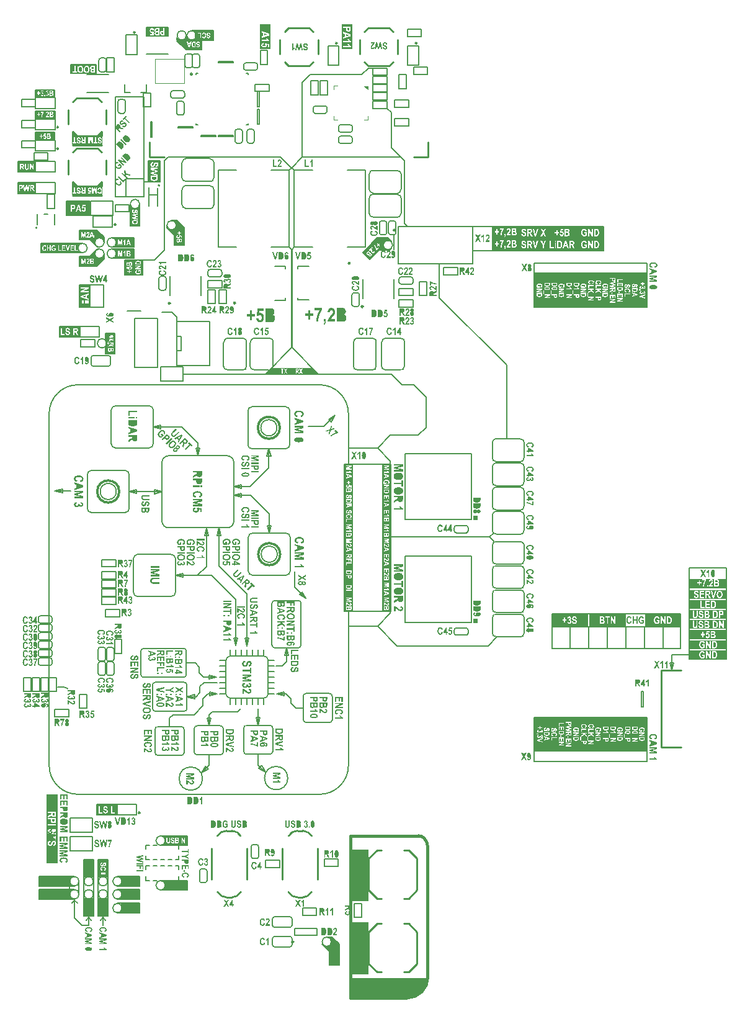
<source format=gto>
G04*
<<<<<<< HEAD
G04 #@! TF.GenerationSoftware,Altium Limited,Altium Designer,24.2.2 (26)*
=======
G04 #@! TF.GenerationSoftware,Altium Limited,Altium Designer,25.1.2 (22)*
>>>>>>> 613e14270cc375eb23a491e7e857863a29f37ea3
G04*
G04 Layer_Color=65535*
%FSLAX43Y43*%
%MOMM*%
G71*
G04*
<<<<<<< HEAD
G04 #@! TF.SameCoordinates,ED9163A0-6DB0-4723-8498-66EEF6ED2332*
=======
G04 #@! TF.SameCoordinates,67307762-3149-45A4-8697-BBC3368EA460*
>>>>>>> 613e14270cc375eb23a491e7e857863a29f37ea3
G04*
G04*
G04 #@! TF.FilePolarity,Positive*
G04*
G01*
G75*
%ADD10C,0.200*%
%ADD11C,0.150*%
%ADD12C,0.250*%
%ADD13C,0.254*%
%ADD14C,0.400*%
%ADD15C,0.300*%
%ADD16C,0.102*%
%ADD17C,0.100*%
%ADD18R,0.500X0.500*%
%ADD19R,0.225X4.646*%
G36*
X21325Y132975D02*
Y131750D01*
X18325D01*
Y132975D01*
X21325D01*
D02*
G37*
G36*
X27500Y131187D02*
X25888D01*
Y129950D01*
X23663D01*
Y130150D01*
X23510D01*
X22435Y131225D01*
Y131715D01*
X22773Y131377D01*
X22773Y131377D01*
X22817Y131337D01*
X22915Y131271D01*
X23025Y131226D01*
X23141Y131203D01*
X23200Y131200D01*
X23200Y131200D01*
X23253Y131203D01*
X23358Y131223D01*
X23425Y131251D01*
X23811Y131638D01*
Y131744D01*
X24280Y131275D01*
X25000D01*
Y132512D01*
X27500D01*
Y131187D01*
D02*
G37*
G36*
<<<<<<< HEAD
=======
X35309Y129975D02*
X33875D01*
Y133375D01*
X35309D01*
Y129975D01*
D02*
G37*
G36*
>>>>>>> 613e14270cc375eb23a491e7e857863a29f37ea3
X46433Y129950D02*
X45017D01*
Y133375D01*
X46433D01*
Y129950D01*
D02*
G37*
G36*
X11526Y126612D02*
X8100D01*
Y127838D01*
X11526D01*
Y126612D01*
D02*
G37*
G36*
X48600Y124465D02*
X48115Y124950D01*
X48600D01*
Y124465D01*
D02*
G37*
G36*
X5870Y123430D02*
X4441D01*
X4462Y123441D01*
X4479Y123453D01*
X4494Y123467D01*
X4506Y123479D01*
X4514Y123491D01*
X4521Y123501D01*
X4523Y123504D01*
X4525Y123507D01*
X4526Y123508D01*
Y123509D01*
X4529Y123517D01*
X4533Y123527D01*
X4538Y123547D01*
X4542Y123568D01*
X4544Y123590D01*
X4545Y123599D01*
X4546Y123608D01*
Y123617D01*
X4547Y123624D01*
Y123742D01*
X4428D01*
Y123597D01*
X4486D01*
X4485Y123582D01*
X4483Y123567D01*
X4480Y123556D01*
X4477Y123546D01*
X4473Y123538D01*
X4471Y123532D01*
X4469Y123529D01*
X4468Y123528D01*
X4462Y123520D01*
X4454Y123512D01*
X4446Y123506D01*
X4438Y123500D01*
X4430Y123496D01*
X4424Y123492D01*
X4420Y123491D01*
X4418Y123490D01*
X4441Y123430D01*
X3220D01*
Y124351D01*
X4122D01*
X4108Y124351D01*
X4095Y124350D01*
X4083Y124347D01*
X4071Y124344D01*
X4049Y124336D01*
X4040Y124332D01*
X4032Y124328D01*
X4024Y124323D01*
X4017Y124319D01*
X4011Y124315D01*
X4007Y124311D01*
X4003Y124308D01*
X4000Y124306D01*
X3999Y124305D01*
X3998Y124304D01*
X3989Y124295D01*
X3981Y124284D01*
X3974Y124273D01*
X3967Y124261D01*
X3955Y124236D01*
X3946Y124212D01*
X3943Y124201D01*
X3939Y124190D01*
X3937Y124180D01*
X3935Y124171D01*
X3934Y124165D01*
X3933Y124159D01*
X3932Y124156D01*
Y124155D01*
X4041Y124132D01*
X4043Y124150D01*
X4046Y124165D01*
X4050Y124177D01*
X4055Y124188D01*
X4059Y124196D01*
X4063Y124202D01*
X4065Y124206D01*
X4066Y124207D01*
X4074Y124216D01*
X4083Y124222D01*
X4093Y124226D01*
X4101Y124230D01*
X4108Y124231D01*
X4113Y124233D01*
X4118D01*
X4129Y124232D01*
X4138Y124230D01*
X4148Y124226D01*
X4154Y124222D01*
X4160Y124218D01*
X4164Y124214D01*
X4167Y124211D01*
X4168Y124211D01*
X4174Y124201D01*
X4178Y124192D01*
X4182Y124182D01*
X4184Y124172D01*
X4186Y124163D01*
X4187Y124156D01*
Y124151D01*
Y124151D01*
Y124150D01*
X4186Y124133D01*
X4183Y124119D01*
X4178Y124106D01*
X4173Y124096D01*
X4168Y124088D01*
X4164Y124082D01*
X4161Y124078D01*
X4160Y124077D01*
X4149Y124069D01*
X4138Y124062D01*
X4125Y124058D01*
X4114Y124056D01*
X4103Y124054D01*
X4095Y124053D01*
X4088D01*
X4075Y123936D01*
X4086Y123939D01*
X4097Y123942D01*
X4106Y123944D01*
X4113Y123945D01*
X4120Y123946D01*
X4124Y123947D01*
X4128D01*
X4141Y123945D01*
X4153Y123942D01*
X4163Y123937D01*
X4171Y123931D01*
X4178Y123925D01*
X4183Y123920D01*
X4187Y123917D01*
X4188Y123915D01*
X4196Y123902D01*
X4202Y123888D01*
X4206Y123874D01*
X4208Y123861D01*
X4211Y123848D01*
X4212Y123838D01*
Y123834D01*
Y123832D01*
Y123830D01*
Y123829D01*
X4211Y123808D01*
X4208Y123790D01*
X4203Y123774D01*
X4199Y123761D01*
X4194Y123750D01*
X4190Y123742D01*
X4187Y123738D01*
X4186Y123737D01*
X4176Y123726D01*
X4166Y123717D01*
X4155Y123712D01*
X4146Y123708D01*
X4138Y123706D01*
X4130Y123705D01*
X4126Y123704D01*
X4124D01*
X4113Y123705D01*
X4101Y123708D01*
X4091Y123712D01*
X4083Y123718D01*
X4076Y123723D01*
X4070Y123727D01*
X4067Y123731D01*
X4066Y123732D01*
X4058Y123743D01*
X4051Y123757D01*
X4047Y123770D01*
X4043Y123783D01*
X4040Y123795D01*
X4038Y123805D01*
Y123808D01*
X4038Y123811D01*
Y123812D01*
Y123813D01*
X3924Y123797D01*
X3926Y123778D01*
X3929Y123762D01*
X3933Y123746D01*
X3938Y123731D01*
X3943Y123717D01*
X3949Y123704D01*
X3954Y123692D01*
X3959Y123682D01*
X3965Y123673D01*
X3970Y123665D01*
X3975Y123657D01*
X3979Y123652D01*
X3984Y123647D01*
X3986Y123644D01*
X3988Y123642D01*
X3989Y123642D01*
X3999Y123632D01*
X4010Y123623D01*
X4022Y123616D01*
X4034Y123609D01*
X4045Y123603D01*
X4057Y123599D01*
X4078Y123592D01*
X4088Y123590D01*
X4097Y123588D01*
X4105Y123587D01*
X4113Y123586D01*
X4118Y123585D01*
X4126D01*
X4142Y123586D01*
X4157Y123587D01*
X4171Y123591D01*
X4184Y123596D01*
X4197Y123601D01*
X4209Y123606D01*
X4220Y123612D01*
X4230Y123618D01*
X4239Y123624D01*
X4248Y123631D01*
X4255Y123636D01*
X4261Y123642D01*
X4266Y123646D01*
X4269Y123649D01*
X4271Y123651D01*
X4272Y123652D01*
X4283Y123665D01*
X4292Y123678D01*
X4300Y123692D01*
X4308Y123707D01*
X4313Y123721D01*
X4318Y123735D01*
X4323Y123749D01*
X4326Y123762D01*
X4328Y123774D01*
X4330Y123786D01*
X4332Y123796D01*
X4333Y123805D01*
X4333Y123812D01*
Y123822D01*
X4332Y123847D01*
X4328Y123870D01*
X4323Y123890D01*
X4317Y123907D01*
X4313Y123914D01*
X4311Y123921D01*
X4308Y123926D01*
X4305Y123931D01*
X4303Y123934D01*
X4302Y123937D01*
X4300Y123938D01*
Y123939D01*
X4287Y123956D01*
X4273Y123969D01*
X4259Y123979D01*
X4246Y123987D01*
X4234Y123994D01*
X4224Y123997D01*
X4221Y123999D01*
X4218Y124000D01*
X4217Y124001D01*
X4216D01*
X4232Y124012D01*
X4245Y124024D01*
X4257Y124035D01*
X4267Y124046D01*
X4274Y124055D01*
X4279Y124062D01*
X4283Y124067D01*
X4283Y124068D01*
Y124069D01*
X4291Y124084D01*
X4297Y124100D01*
X4300Y124115D01*
X4303Y124129D01*
X4305Y124141D01*
X4306Y124150D01*
Y124153D01*
Y124156D01*
Y124157D01*
Y124158D01*
X4305Y124171D01*
X4303Y124185D01*
X4301Y124197D01*
X4298Y124210D01*
X4290Y124232D01*
X4286Y124243D01*
X4281Y124252D01*
X4276Y124261D01*
X4272Y124269D01*
X4268Y124276D01*
X4263Y124281D01*
X4261Y124286D01*
X4258Y124289D01*
X4257Y124291D01*
X4256Y124291D01*
X4246Y124302D01*
X4236Y124311D01*
X4225Y124319D01*
X4214Y124326D01*
X4203Y124332D01*
X4192Y124336D01*
X4181Y124341D01*
X4170Y124344D01*
X4160Y124346D01*
X4151Y124348D01*
X4143Y124350D01*
X4136Y124351D01*
X4130Y124351D01*
X4840D01*
X4827Y124351D01*
X4813Y124350D01*
X4801Y124347D01*
X4789Y124344D01*
X4767Y124336D01*
X4758Y124332D01*
X4750Y124328D01*
X4742Y124323D01*
X4735Y124319D01*
X4729Y124315D01*
X4725Y124311D01*
X4721Y124308D01*
X4718Y124306D01*
X4717Y124305D01*
X4716Y124304D01*
X4707Y124295D01*
X4699Y124284D01*
X4692Y124273D01*
X4685Y124261D01*
X4673Y124236D01*
X4664Y124212D01*
X4661Y124201D01*
X4658Y124190D01*
X4655Y124180D01*
X4653Y124171D01*
X4652Y124165D01*
X4651Y124159D01*
X4650Y124156D01*
Y124155D01*
X4759Y124132D01*
X4761Y124150D01*
X4764Y124165D01*
X4768Y124177D01*
X4773Y124188D01*
X4777Y124196D01*
X4781Y124202D01*
X4783Y124206D01*
X4784Y124207D01*
X4792Y124216D01*
X4802Y124222D01*
X4811Y124226D01*
X4819Y124230D01*
X4826Y124231D01*
X4832Y124233D01*
X4837D01*
X4847Y124232D01*
X4857Y124230D01*
X4866Y124226D01*
X4872Y124222D01*
X4878Y124218D01*
X4882Y124214D01*
X4885Y124211D01*
X4886Y124211D01*
X4892Y124201D01*
X4897Y124192D01*
X4900Y124182D01*
X4902Y124172D01*
X4904Y124163D01*
X4905Y124156D01*
Y124151D01*
Y124151D01*
Y124150D01*
X4904Y124133D01*
X4901Y124119D01*
X4897Y124106D01*
X4892Y124096D01*
X4887Y124088D01*
X4882Y124082D01*
X4879Y124078D01*
X4878Y124077D01*
X4867Y124069D01*
X4856Y124062D01*
X4843Y124058D01*
X4832Y124056D01*
X4822Y124054D01*
X4813Y124053D01*
X4806D01*
X4793Y123936D01*
X4804Y123939D01*
X4815Y123942D01*
X4824Y123944D01*
X4832Y123945D01*
X4838Y123946D01*
X4842Y123947D01*
X4847D01*
X4859Y123945D01*
X4871Y123942D01*
X4881Y123937D01*
X4889Y123931D01*
X4897Y123925D01*
X4902Y123920D01*
X4905Y123917D01*
X4906Y123915D01*
X4914Y123902D01*
X4920Y123888D01*
X4924Y123874D01*
X4927Y123861D01*
X4929Y123848D01*
X4930Y123838D01*
Y123834D01*
Y123832D01*
Y123830D01*
Y123829D01*
X4929Y123808D01*
X4926Y123790D01*
X4922Y123774D01*
X4917Y123761D01*
X4912Y123750D01*
X4908Y123742D01*
X4905Y123738D01*
X4904Y123737D01*
X4894Y123726D01*
X4884Y123717D01*
X4873Y123712D01*
X4864Y123708D01*
X4856Y123706D01*
X4848Y123705D01*
X4844Y123704D01*
X4842D01*
X4831Y123705D01*
X4819Y123708D01*
X4809Y123712D01*
X4801Y123718D01*
X4794Y123723D01*
X4788Y123727D01*
X4785Y123731D01*
X4784Y123732D01*
X4776Y123743D01*
X4769Y123757D01*
X4765Y123770D01*
X4761Y123783D01*
X4758Y123795D01*
X4757Y123805D01*
Y123808D01*
X4756Y123811D01*
Y123812D01*
Y123813D01*
X4642Y123797D01*
X4644Y123778D01*
X4648Y123762D01*
X4651Y123746D01*
X4656Y123731D01*
X4661Y123717D01*
X4667Y123704D01*
X4672Y123692D01*
X4677Y123682D01*
X4683Y123673D01*
X4688Y123665D01*
X4693Y123657D01*
X4698Y123652D01*
X4702Y123647D01*
X4704Y123644D01*
X4706Y123642D01*
X4707Y123642D01*
X4717Y123632D01*
X4728Y123623D01*
X4740Y123616D01*
X4752Y123609D01*
X4763Y123603D01*
X4775Y123599D01*
X4797Y123592D01*
X4807Y123590D01*
X4815Y123588D01*
X4823Y123587D01*
X4831Y123586D01*
X4837Y123585D01*
X4844D01*
X4860Y123586D01*
X4875Y123587D01*
X4889Y123591D01*
X4902Y123596D01*
X4915Y123601D01*
X4927Y123606D01*
X4938Y123612D01*
X4948Y123618D01*
X4957Y123624D01*
X4966Y123631D01*
X4973Y123636D01*
X4979Y123642D01*
X4984Y123646D01*
X4987Y123649D01*
X4989Y123651D01*
X4990Y123652D01*
X5001Y123665D01*
X5010Y123678D01*
X5018Y123692D01*
X5026Y123707D01*
X5032Y123721D01*
X5037Y123735D01*
X5041Y123749D01*
X5044Y123762D01*
X5047Y123774D01*
X5048Y123786D01*
X5050Y123796D01*
X5051Y123805D01*
X5052Y123812D01*
Y123822D01*
X5050Y123847D01*
X5047Y123870D01*
X5041Y123890D01*
X5035Y123907D01*
X5032Y123914D01*
X5029Y123921D01*
X5026Y123926D01*
X5023Y123931D01*
X5022Y123934D01*
X5020Y123937D01*
X5018Y123938D01*
Y123939D01*
X5005Y123956D01*
X4992Y123969D01*
X4977Y123979D01*
X4964Y123987D01*
X4952Y123994D01*
X4942Y123997D01*
X4939Y123999D01*
X4937Y124000D01*
X4935Y124001D01*
X4934D01*
X4950Y124012D01*
X4963Y124024D01*
X4975Y124035D01*
X4985Y124046D01*
X4992Y124055D01*
X4997Y124062D01*
X5001Y124067D01*
X5002Y124068D01*
Y124069D01*
X5009Y124084D01*
X5015Y124100D01*
X5018Y124115D01*
X5022Y124129D01*
X5023Y124141D01*
X5024Y124150D01*
Y124153D01*
Y124156D01*
Y124157D01*
Y124158D01*
X5023Y124171D01*
X5022Y124185D01*
X5019Y124197D01*
X5017Y124210D01*
X5008Y124232D01*
X5004Y124243D01*
X4999Y124252D01*
X4994Y124261D01*
X4990Y124269D01*
X4986Y124276D01*
X4982Y124281D01*
X4979Y124286D01*
X4977Y124289D01*
X4975Y124291D01*
X4974Y124291D01*
X4964Y124302D01*
X4954Y124311D01*
X4943Y124319D01*
X4932Y124326D01*
X4921Y124332D01*
X4910Y124336D01*
X4899Y124341D01*
X4888Y124344D01*
X4878Y124346D01*
X4869Y124348D01*
X4861Y124350D01*
X4854Y124351D01*
X4848Y124351D01*
X5870D01*
Y123430D01*
D02*
G37*
G36*
X5875Y120530D02*
X4446D01*
X4467Y120541D01*
X4484Y120553D01*
X4499Y120567D01*
X4511Y120579D01*
X4519Y120591D01*
X4526Y120601D01*
X4528Y120604D01*
X4530Y120607D01*
X4531Y120608D01*
Y120609D01*
X4534Y120617D01*
X4538Y120627D01*
X4543Y120647D01*
X4547Y120668D01*
X4549Y120690D01*
X4550Y120699D01*
X4551Y120708D01*
Y120717D01*
X4552Y120724D01*
Y120842D01*
X4433D01*
Y120697D01*
X4491D01*
X4490Y120682D01*
X4488Y120667D01*
X4485Y120656D01*
X4482Y120646D01*
X4478Y120638D01*
X4476Y120632D01*
X4474Y120629D01*
X4473Y120628D01*
X4467Y120620D01*
X4459Y120612D01*
X4451Y120606D01*
X4443Y120600D01*
X4435Y120596D01*
X4429Y120592D01*
X4425Y120591D01*
X4423Y120590D01*
X4446Y120530D01*
X3225D01*
Y121451D01*
X4854D01*
X4838Y121451D01*
X4823Y121449D01*
X4808Y121446D01*
X4795Y121443D01*
X4782Y121439D01*
X4771Y121434D01*
X4761Y121430D01*
X4751Y121425D01*
X4742Y121419D01*
X4735Y121415D01*
X4728Y121410D01*
X4723Y121406D01*
X4719Y121402D01*
X4716Y121400D01*
X4714Y121398D01*
X4713Y121397D01*
X4704Y121386D01*
X4695Y121375D01*
X4688Y121362D01*
X4681Y121349D01*
X4670Y121321D01*
X4662Y121294D01*
X4658Y121281D01*
X4656Y121269D01*
X4654Y121258D01*
X4653Y121248D01*
X4652Y121241D01*
X4651Y121235D01*
X4650Y121231D01*
Y121230D01*
X4767Y121215D01*
X4769Y121236D01*
X4772Y121254D01*
X4777Y121269D01*
X4783Y121283D01*
X4790Y121294D01*
X4797Y121304D01*
X4804Y121311D01*
X4812Y121317D01*
X4819Y121322D01*
X4827Y121326D01*
X4833Y121329D01*
X4839Y121331D01*
X4844Y121331D01*
X4848Y121332D01*
X4852D01*
X4864Y121331D01*
X4876Y121328D01*
X4886Y121324D01*
X4894Y121320D01*
X4901Y121315D01*
X4905Y121311D01*
X4908Y121307D01*
X4909Y121306D01*
X4917Y121296D01*
X4922Y121284D01*
X4926Y121272D01*
X4929Y121260D01*
X4931Y121249D01*
X4932Y121241D01*
Y121237D01*
Y121235D01*
Y121233D01*
Y121232D01*
X4931Y121216D01*
X4927Y121199D01*
X4923Y121183D01*
X4918Y121169D01*
X4913Y121157D01*
X4909Y121148D01*
X4907Y121145D01*
X4906Y121143D01*
X4905Y121142D01*
Y121141D01*
X4901Y121134D01*
X4896Y121127D01*
X4889Y121118D01*
X4882Y121109D01*
X4867Y121089D01*
X4850Y121069D01*
X4834Y121051D01*
X4827Y121042D01*
X4821Y121035D01*
X4816Y121029D01*
X4812Y121025D01*
X4809Y121022D01*
X4808Y121021D01*
X4791Y121001D01*
X4774Y120982D01*
X4760Y120963D01*
X4746Y120946D01*
X4734Y120930D01*
X4723Y120916D01*
X4713Y120902D01*
X4705Y120890D01*
X4698Y120879D01*
X4692Y120869D01*
X4687Y120861D01*
X4682Y120854D01*
X4680Y120848D01*
X4677Y120845D01*
X4677Y120842D01*
X4676Y120842D01*
X4664Y120816D01*
X4656Y120790D01*
X4648Y120766D01*
X4643Y120744D01*
X4642Y120734D01*
X4640Y120725D01*
X4638Y120717D01*
X4638Y120711D01*
X4637Y120705D01*
X4636Y120701D01*
Y120697D01*
X5050D01*
Y120832D01*
X4815D01*
X4822Y120846D01*
X4827Y120852D01*
X4831Y120858D01*
X4834Y120863D01*
X4837Y120867D01*
X4838Y120870D01*
X4839Y120871D01*
X4842Y120875D01*
X4847Y120881D01*
X4857Y120893D01*
X4868Y120907D01*
X4881Y120921D01*
X4892Y120934D01*
X4897Y120940D01*
X4902Y120946D01*
X4906Y120950D01*
X4908Y120953D01*
X4910Y120955D01*
X4911Y120956D01*
X4922Y120968D01*
X4932Y120980D01*
X4951Y121002D01*
X4966Y121021D01*
X4977Y121037D01*
X4982Y121044D01*
X4987Y121050D01*
X4991Y121055D01*
X4993Y121060D01*
X4996Y121063D01*
X4997Y121066D01*
X4998Y121067D01*
Y121067D01*
X5007Y121084D01*
X5015Y121100D01*
X5022Y121114D01*
X5027Y121127D01*
X5032Y121138D01*
X5034Y121147D01*
X5035Y121150D01*
X5036Y121152D01*
X5037Y121153D01*
Y121154D01*
X5041Y121171D01*
X5044Y121187D01*
X5047Y121201D01*
X5048Y121216D01*
X5049Y121227D01*
X5050Y121236D01*
Y121244D01*
X5049Y121259D01*
X5047Y121273D01*
X5046Y121287D01*
X5042Y121301D01*
X5034Y121325D01*
X5030Y121336D01*
X5026Y121346D01*
X5021Y121356D01*
X5017Y121364D01*
X5012Y121371D01*
X5008Y121377D01*
X5005Y121381D01*
X5003Y121386D01*
X5002Y121387D01*
X5001Y121388D01*
X4991Y121399D01*
X4981Y121409D01*
X4969Y121417D01*
X4957Y121425D01*
X4945Y121431D01*
X4932Y121436D01*
X4921Y121441D01*
X4909Y121444D01*
X4898Y121446D01*
X4887Y121448D01*
X4878Y121450D01*
X4870Y121451D01*
X4863Y121451D01*
X5875D01*
Y120530D01*
D02*
G37*
G36*
X12238Y118134D02*
X12366D01*
Y116909D01*
X8186D01*
Y118134D01*
X8312D01*
Y118688D01*
X8866Y118134D01*
X11684D01*
X12238Y118688D01*
Y118134D01*
D02*
G37*
G36*
X5870Y117630D02*
X3220D01*
Y118551D01*
X5870D01*
Y117630D01*
D02*
G37*
G36*
X3210Y113195D02*
X875D01*
Y114650D01*
X3210D01*
Y113195D01*
D02*
G37*
G36*
X20225Y111900D02*
X18625D01*
Y114650D01*
X20225D01*
Y111900D01*
D02*
G37*
G36*
X12238Y111284D02*
X12366D01*
Y110059D01*
X8186D01*
Y111284D01*
X8312D01*
Y111838D01*
X8866Y111284D01*
X11684D01*
X12238Y111838D01*
Y111284D01*
D02*
G37*
G36*
X3210Y110295D02*
X875D01*
Y111750D01*
X3210D01*
Y110295D01*
D02*
G37*
G36*
X10650Y107320D02*
X7488D01*
Y109225D01*
X10650D01*
Y107320D01*
D02*
G37*
G36*
<<<<<<< HEAD
=======
X17462Y105875D02*
X16138D01*
Y108300D01*
X17462D01*
Y105875D01*
D02*
G37*
G36*
>>>>>>> 613e14270cc375eb23a491e7e857863a29f37ea3
X23500Y105615D02*
Y105250D01*
X23500Y105250D01*
Y103238D01*
X22175D01*
Y104575D01*
X21450Y105300D01*
Y105350D01*
X22100D01*
X22175Y105425D01*
Y105463D01*
X22213D01*
X22291Y105541D01*
X22327Y105580D01*
X22386Y105669D01*
X22427Y105767D01*
X22447Y105872D01*
X22450Y105925D01*
X22450Y105925D01*
X22447Y105984D01*
X22424Y106100D01*
X22379Y106210D01*
X22313Y106308D01*
X22273Y106352D01*
X22273Y106352D01*
X21935Y106690D01*
X22425D01*
X23500Y105615D01*
D02*
G37*
G36*
<<<<<<< HEAD
=======
X80775Y104137D02*
Y102500D01*
X69250D01*
Y104137D01*
X69225D01*
Y102500D01*
X65575D01*
Y104137D01*
Y105766D01*
X77050D01*
Y104137D01*
X73188D01*
X77075D01*
D01*
Y105766D01*
X80775D01*
Y104137D01*
D02*
G37*
G36*
>>>>>>> 613e14270cc375eb23a491e7e857863a29f37ea3
X12690Y104225D02*
Y103735D01*
X12352Y104073D01*
X12352Y104073D01*
X12308Y104113D01*
X12210Y104179D01*
X12100Y104224D01*
X11984Y104247D01*
X11925Y104250D01*
X11925Y104250D01*
X11872Y104247D01*
X11767Y104227D01*
X11669Y104186D01*
X11580Y104127D01*
X11541Y104091D01*
X11462Y104012D01*
Y103975D01*
X11425D01*
X11350Y103900D01*
Y103250D01*
X11300D01*
X10575Y103975D01*
X9238D01*
Y105300D01*
X11615D01*
X12690Y104225D01*
D02*
G37*
G36*
<<<<<<< HEAD
X16600Y102938D02*
X14100D01*
Y104262D01*
X16600D01*
Y102938D01*
D02*
G37*
G36*
X77050Y104137D02*
X73188D01*
X77075D01*
D01*
X80775D01*
Y102500D01*
X69250D01*
Y104137D01*
X69225D01*
Y102500D01*
X65575D01*
Y104137D01*
Y105766D01*
X77050D01*
Y104137D01*
D02*
G37*
G36*
X9124Y102162D02*
X4026D01*
Y103488D01*
X9124D01*
Y102162D01*
D02*
G37*
G36*
=======
>>>>>>> 613e14270cc375eb23a491e7e857863a29f37ea3
X16600Y101412D02*
X14100D01*
Y102737D01*
X16600D01*
Y101412D01*
D02*
G37*
G36*
X51753Y103869D02*
X51274D01*
Y103869D01*
X51215Y103866D01*
X51099Y103843D01*
X50990Y103797D01*
X50892Y103732D01*
X50848Y103692D01*
Y103692D01*
X50812Y103652D01*
X50753Y103564D01*
X50712Y103466D01*
X50691Y103361D01*
X50689Y103308D01*
X50689Y103211D01*
X50722Y103177D01*
X50689Y103144D01*
Y103038D01*
X51148Y102578D01*
X51113Y102543D01*
X50088D01*
X48847Y101303D01*
X47910Y102240D01*
X49628Y103957D01*
X49628D01*
X49886Y104215D01*
X51407D01*
X51753Y103869D01*
D02*
G37*
G36*
X11350Y101775D02*
X11425Y101700D01*
X11462D01*
Y101662D01*
X11541Y101584D01*
X11580Y101548D01*
X11669Y101489D01*
X11767Y101448D01*
X11872Y101428D01*
X11925Y101425D01*
X11925Y101425D01*
X11984Y101428D01*
X12100Y101451D01*
X12210Y101496D01*
X12308Y101562D01*
X12352Y101602D01*
X12352Y101602D01*
X12690Y101940D01*
Y101450D01*
X11615Y100375D01*
X9238D01*
Y101700D01*
X10575D01*
X11300Y102425D01*
X11350D01*
Y101775D01*
D02*
G37*
G36*
X77500Y99396D02*
X78500D01*
Y94746D01*
X75500D01*
Y99396D01*
X76500D01*
D01*
X77500D01*
D01*
D02*
G37*
G36*
<<<<<<< HEAD
X16650Y101199D02*
=======
X16650Y101200D02*
Y101199D01*
>>>>>>> 613e14270cc375eb23a491e7e857863a29f37ea3
X17856D01*
Y99151D01*
X16650D01*
Y99150D01*
X15413D01*
Y101200D01*
X16650D01*
<<<<<<< HEAD
Y101199D01*
=======
>>>>>>> 613e14270cc375eb23a491e7e857863a29f37ea3
D02*
G37*
G36*
X10607Y94775D02*
X9243D01*
Y97825D01*
X10607D01*
Y94775D01*
D02*
G37*
G36*
X79500Y99393D02*
X80500D01*
Y99396D01*
X81500D01*
Y94746D01*
X78500D01*
Y99396D01*
X79500D01*
Y99393D01*
D02*
G37*
G36*
X75500Y94746D02*
X74500D01*
X72500D01*
Y99396D01*
X74500D01*
X75500D01*
Y94746D01*
D02*
G37*
G36*
<<<<<<< HEAD
X72500D02*
X71500D01*
Y99396D01*
X72500D01*
Y94746D01*
D02*
G37*
G36*
=======
>>>>>>> 613e14270cc375eb23a491e7e857863a29f37ea3
X82500Y99393D02*
X83500D01*
Y99396D01*
X84500D01*
D01*
X85500D01*
D01*
X86500D01*
Y94746D01*
X85500D01*
D01*
X84500D01*
D01*
X83500D01*
X82500D01*
Y94746D01*
X81500D01*
Y99396D01*
X82500D01*
Y99393D01*
D02*
G37*
G36*
X9270Y90720D02*
X6475D01*
Y92175D01*
X9270D01*
Y90720D01*
D02*
G37*
G36*
X14087Y88425D02*
X12762D01*
Y91186D01*
X14087D01*
Y88425D01*
D02*
G37*
G36*
X40225Y86500D02*
X40950Y86499D01*
X41850Y85650D01*
X40225D01*
Y85625D01*
X36125D01*
Y85650D01*
X34575D01*
X35475Y86499D01*
X36125Y86499D01*
Y86500D01*
X40225D01*
Y86500D01*
D02*
G37*
G36*
<<<<<<< HEAD
X20573Y78026D02*
X20594Y78024D01*
X20614Y78021D01*
X20616D01*
X20619Y78019D01*
X20625Y78018D01*
X20633Y78016D01*
X20643Y78013D01*
X20654Y78009D01*
X20667Y78005D01*
X20681Y77999D01*
X20695Y77992D01*
X20712Y77983D01*
X20728Y77975D01*
X20746Y77964D01*
X20763Y77952D01*
X20781Y77939D01*
X20798Y77923D01*
X20816Y77908D01*
X20827Y77897D01*
X20833Y77888D01*
X20842Y77878D01*
X20851Y77866D01*
X20861Y77853D01*
X20873Y77838D01*
X20893Y77802D01*
X20903Y77783D01*
X20913Y77762D01*
X20922Y77742D01*
X20928Y77719D01*
X20933Y77698D01*
X20936Y77674D01*
Y77673D01*
X20937Y77668D01*
Y77662D01*
Y77653D01*
X20936Y77643D01*
X20935Y77628D01*
X20933Y77614D01*
X20930Y77597D01*
X20927Y77578D01*
X20921Y77559D01*
X20915Y77538D01*
X20908Y77517D01*
X20898Y77494D01*
X20887Y77472D01*
X20873Y77448D01*
X20858Y77424D01*
X20706Y77519D01*
X20707Y77520D01*
X20708Y77522D01*
X20710Y77527D01*
X20713Y77531D01*
X20716Y77537D01*
X20719Y77546D01*
X20727Y77563D01*
X20733Y77585D01*
X20740Y77608D01*
X20743Y77633D01*
X20743Y77659D01*
Y77662D01*
X20741Y77671D01*
X20738Y77683D01*
X20733Y77700D01*
X20726Y77717D01*
X20716Y77738D01*
X20703Y77758D01*
X20686Y77778D01*
X20678Y77785D01*
X20672Y77790D01*
X20664Y77796D01*
X20655Y77802D01*
X20644Y77809D01*
X20633Y77816D01*
X20619Y77823D01*
X20605Y77828D01*
X20589Y77834D01*
X20573Y77839D01*
X20554Y77843D01*
X20536Y77844D01*
X20516Y77846D01*
X20496Y77844D01*
X20494D01*
X20491D01*
X20485Y77842D01*
X20477Y77840D01*
X20466Y77838D01*
X20454Y77834D01*
X20440Y77828D01*
X20425Y77822D01*
X20408Y77814D01*
X20389Y77804D01*
X20370Y77793D01*
X20348Y77780D01*
X20327Y77765D01*
X20305Y77747D01*
X20283Y77728D01*
X20258Y77705D01*
X20257Y77703D01*
X20253Y77699D01*
X20245Y77692D01*
X20237Y77682D01*
X20227Y77670D01*
X20214Y77656D01*
X20202Y77640D01*
X20188Y77622D01*
X20161Y77582D01*
X20149Y77561D01*
X20137Y77538D01*
X20126Y77516D01*
X20117Y77493D01*
X20110Y77470D01*
X20105Y77447D01*
Y77445D01*
Y77442D01*
X20104Y77436D01*
Y77429D01*
Y77419D01*
Y77409D01*
X20105Y77397D01*
X20108Y77384D01*
X20110Y77370D01*
X20114Y77354D01*
X20119Y77339D01*
X20125Y77323D01*
X20133Y77308D01*
X20143Y77292D01*
X20155Y77277D01*
X20168Y77262D01*
X20174Y77256D01*
X20183Y77249D01*
X20193Y77242D01*
X20207Y77232D01*
X20222Y77222D01*
X20240Y77212D01*
X20260Y77203D01*
X20261Y77202D01*
X20263D01*
X20270Y77200D01*
X20281Y77196D01*
X20297Y77192D01*
X20313Y77187D01*
X20333Y77183D01*
X20355Y77180D01*
X20378Y77179D01*
X20473Y77274D01*
X20330Y77417D01*
X20458Y77544D01*
X20726Y77276D01*
X20426Y76976D01*
X20424D01*
X20423D01*
X20418D01*
X20410Y76975D01*
X20403Y76976D01*
X20393D01*
X20381D01*
X20368Y76977D01*
X20354Y76979D01*
X20339Y76981D01*
X20323Y76984D01*
X20306Y76987D01*
X20287Y76992D01*
X20268Y76997D01*
X20228Y77010D01*
X20228Y77011D01*
X20223Y77012D01*
X20218Y77014D01*
X20211Y77017D01*
X20202Y77022D01*
X20190Y77027D01*
X20178Y77032D01*
X20165Y77040D01*
X20151Y77047D01*
X20136Y77056D01*
X20105Y77075D01*
X20075Y77098D01*
X20045Y77125D01*
X20036Y77134D01*
X20031Y77141D01*
X20023Y77150D01*
X20015Y77160D01*
X20006Y77171D01*
X19997Y77185D01*
X19977Y77215D01*
X19958Y77249D01*
X19948Y77268D01*
X19941Y77289D01*
X19934Y77309D01*
X19928Y77330D01*
Y77332D01*
X19928Y77336D01*
X19927Y77342D01*
X19925Y77350D01*
X19924Y77361D01*
X19923Y77373D01*
X19923Y77387D01*
X19922Y77403D01*
Y77422D01*
X19923Y77440D01*
X19925Y77460D01*
X19928Y77482D01*
X19932Y77503D01*
X19937Y77527D01*
X19944Y77551D01*
X19952Y77575D01*
Y77577D01*
X19954Y77581D01*
X19958Y77588D01*
X19962Y77597D01*
X19968Y77609D01*
X19974Y77622D01*
X19983Y77637D01*
X19992Y77655D01*
X20003Y77673D01*
X20015Y77693D01*
X20029Y77714D01*
X20045Y77735D01*
X20062Y77758D01*
X20081Y77781D01*
X20101Y77803D01*
X20123Y77826D01*
X20124Y77828D01*
X20128Y77832D01*
X20134Y77838D01*
X20144Y77846D01*
X20156Y77856D01*
X20169Y77868D01*
X20183Y77880D01*
X20201Y77894D01*
X20219Y77908D01*
X20239Y77923D01*
X20282Y77950D01*
X20304Y77964D01*
X20328Y77976D01*
X20351Y77988D01*
X20375Y77997D01*
X20377D01*
X20381Y77999D01*
X20388Y78001D01*
X20397Y78003D01*
X20408Y78007D01*
X20422Y78010D01*
X20438Y78014D01*
X20454Y78018D01*
X20490Y78023D01*
X20531Y78026D01*
X20573D01*
D02*
G37*
G36*
=======
>>>>>>> 613e14270cc375eb23a491e7e857863a29f37ea3
X44555Y77677D02*
X44450Y77572D01*
X44448D01*
X44445D01*
X44439Y77571D01*
X44431Y77569D01*
X44419Y77567D01*
X44407Y77565D01*
X44393Y77562D01*
X44374Y77559D01*
X44357Y77555D01*
X44335Y77550D01*
X44313Y77545D01*
X44289Y77537D01*
X44263Y77530D01*
X44237Y77522D01*
X44208Y77512D01*
X44178Y77502D01*
X44177D01*
X44171Y77499D01*
X44163Y77496D01*
X44151Y77491D01*
X44137Y77485D01*
X44119Y77477D01*
X44100Y77470D01*
X44078Y77460D01*
X44056Y77449D01*
X44031Y77437D01*
X44004Y77424D01*
X43978Y77411D01*
X43949Y77396D01*
X43921Y77379D01*
X43863Y77344D01*
X43861Y77342D01*
X43856Y77339D01*
X43848Y77334D01*
X43837Y77327D01*
X43823Y77318D01*
X43808Y77307D01*
X43792Y77295D01*
X43773Y77282D01*
X43753Y77267D01*
X43732Y77252D01*
X43689Y77217D01*
X43646Y77181D01*
X43606Y77142D01*
X43492Y77257D01*
X43493Y77257D01*
X43493Y77258D01*
X43496Y77261D01*
X43499Y77264D01*
X43508Y77272D01*
X43521Y77282D01*
X43536Y77296D01*
X43554Y77312D01*
X43576Y77329D01*
X43598Y77348D01*
X43625Y77368D01*
X43653Y77390D01*
X43684Y77412D01*
X43717Y77435D01*
X43751Y77457D01*
X43787Y77480D01*
X43824Y77501D01*
X43863Y77522D01*
X43863Y77523D01*
X43865D01*
X43868Y77525D01*
X43873Y77527D01*
X43883Y77533D01*
X43898Y77540D01*
X43918Y77549D01*
X43940Y77560D01*
X43966Y77571D01*
X43994Y77582D01*
X44025Y77597D01*
X44058Y77609D01*
X44093Y77622D01*
X44129Y77634D01*
X44167Y77647D01*
X44206Y77659D01*
X44285Y77678D01*
X44017Y77947D01*
X44151Y78081D01*
X44555Y77677D01*
D02*
G37*
G36*
X43715Y78537D02*
X43613Y78189D01*
X43960Y78292D01*
X44105Y78147D01*
X43551Y77981D01*
X43373Y77376D01*
X43222Y77526D01*
X43339Y77917D01*
X42948Y77800D01*
X42799Y77949D01*
X43403Y78127D01*
X43570Y78682D01*
X43715Y78537D01*
D02*
G37*
G36*
X22481Y78083D02*
X22074Y77675D01*
X22073Y77675D01*
X22070Y77671D01*
X22065Y77666D01*
X22059Y77660D01*
X22051Y77653D01*
X22042Y77644D01*
X22024Y77624D01*
X22003Y77603D01*
X21984Y77582D01*
X21975Y77572D01*
X21966Y77563D01*
X21960Y77555D01*
X21955Y77548D01*
X21954Y77547D01*
X21953Y77545D01*
X21950Y77542D01*
X21948Y77538D01*
X21942Y77527D01*
X21935Y77511D01*
X21928Y77495D01*
X21921Y77475D01*
X21917Y77454D01*
Y77432D01*
X21918Y77430D01*
X21919Y77422D01*
X21921Y77411D01*
X21926Y77396D01*
X21933Y77380D01*
X21943Y77361D01*
X21955Y77342D01*
X21973Y77323D01*
X21980Y77315D01*
X21989Y77309D01*
X22000Y77300D01*
X22014Y77292D01*
X22029Y77284D01*
X22045Y77276D01*
X22062Y77272D01*
X22064D01*
X22070Y77271D01*
X22079Y77270D01*
X22091Y77271D01*
X22105Y77272D01*
X22120Y77275D01*
X22136Y77280D01*
X22152Y77287D01*
X22153Y77288D01*
X22155D01*
X22157Y77290D01*
X22161Y77293D01*
X22166Y77296D01*
X22172Y77300D01*
X22180Y77306D01*
X22189Y77312D01*
X22199Y77320D01*
X22210Y77330D01*
X22223Y77341D01*
X22238Y77355D01*
X22254Y77369D01*
X22270Y77385D01*
X22290Y77403D01*
X22310Y77423D01*
X22725Y77839D01*
X22850Y77715D01*
X22455Y77320D01*
X22453Y77318D01*
X22448Y77313D01*
X22440Y77305D01*
X22430Y77295D01*
X22417Y77284D01*
X22402Y77269D01*
X22386Y77255D01*
X22369Y77237D01*
X22331Y77205D01*
X22292Y77170D01*
X22272Y77155D01*
X22255Y77141D01*
X22236Y77128D01*
X22220Y77118D01*
X22219Y77117D01*
X22215Y77115D01*
X22211Y77113D01*
X22205Y77110D01*
X22198Y77106D01*
X22188Y77103D01*
X22165Y77094D01*
X22138Y77086D01*
X22108Y77081D01*
X22091Y77080D01*
X22074Y77079D01*
X22055Y77080D01*
X22037Y77082D01*
X22035D01*
X22033Y77083D01*
X22027Y77084D01*
X22020Y77085D01*
X22011Y77088D01*
X22001Y77091D01*
X21990Y77096D01*
X21976Y77101D01*
X21962Y77107D01*
X21947Y77115D01*
X21932Y77124D01*
X21915Y77134D01*
X21899Y77145D01*
X21881Y77158D01*
X21864Y77174D01*
X21846Y77190D01*
X21837Y77199D01*
X21831Y77206D01*
X21823Y77215D01*
X21815Y77225D01*
X21805Y77236D01*
X21795Y77249D01*
X21775Y77277D01*
X21756Y77308D01*
X21740Y77341D01*
X21735Y77358D01*
X21730Y77375D01*
Y77376D01*
X21729Y77379D01*
X21728Y77383D01*
X21727Y77390D01*
X21725Y77407D01*
X21725Y77430D01*
X21726Y77456D01*
X21730Y77486D01*
X21736Y77518D01*
X21749Y77550D01*
X21750Y77551D01*
X21751Y77555D01*
X21753Y77560D01*
X21758Y77566D01*
X21763Y77576D01*
X21770Y77586D01*
X21779Y77600D01*
X21790Y77615D01*
X21802Y77632D01*
X21816Y77651D01*
X21834Y77672D01*
X21853Y77695D01*
X21875Y77720D01*
X21899Y77747D01*
X21925Y77775D01*
X21956Y77806D01*
X22357Y78207D01*
X22481Y78083D01*
D02*
G37*
G36*
<<<<<<< HEAD
X21415Y77283D02*
X21425Y77272D01*
X21436Y77261D01*
X21447Y77248D01*
X21471Y77222D01*
X21493Y77197D01*
X21503Y77184D01*
X21511Y77172D01*
X21518Y77162D01*
X21524Y77153D01*
X21524Y77152D01*
X21525Y77150D01*
X21527Y77147D01*
X21529Y77141D01*
X21532Y77133D01*
X21534Y77126D01*
X21539Y77106D01*
X21544Y77081D01*
X21546Y77052D01*
Y77037D01*
X21545Y77022D01*
X21543Y77004D01*
X21539Y76987D01*
Y76986D01*
X21539Y76983D01*
X21537Y76978D01*
X21535Y76972D01*
X21532Y76963D01*
X21529Y76953D01*
X21524Y76942D01*
X21519Y76930D01*
X21511Y76916D01*
X21503Y76902D01*
X21494Y76887D01*
X21484Y76872D01*
X21472Y76855D01*
X21459Y76839D01*
X21445Y76822D01*
X21429Y76805D01*
X21428Y76804D01*
X21425Y76802D01*
X21421Y76797D01*
X21414Y76792D01*
X21407Y76785D01*
X21399Y76778D01*
X21389Y76770D01*
X21377Y76762D01*
X21352Y76743D01*
X21324Y76727D01*
X21293Y76711D01*
X21261Y76699D01*
X21260Y76698D01*
X21257D01*
X21253Y76697D01*
X21246Y76696D01*
X21230Y76693D01*
X21210Y76690D01*
X21185Y76688D01*
X21159Y76689D01*
X21133Y76692D01*
X21106Y76699D01*
X21105Y76700D01*
X21103Y76701D01*
X21099Y76702D01*
X21094Y76705D01*
X21087Y76708D01*
X21078Y76713D01*
X21068Y76718D01*
X21058Y76725D01*
X21046Y76734D01*
X21032Y76743D01*
X21018Y76754D01*
X21001Y76767D01*
X20983Y76782D01*
X20965Y76798D01*
X20946Y76816D01*
X20844Y76917D01*
X20561Y76634D01*
X20437Y76758D01*
X21188Y77510D01*
X21415Y77283D01*
D02*
G37*
G36*
X22049Y76552D02*
X22069Y76551D01*
X22089Y76547D01*
X22091D01*
X22094Y76546D01*
X22100Y76545D01*
X22108Y76542D01*
X22117Y76540D01*
X22128Y76536D01*
X22140Y76532D01*
X22154Y76526D01*
X22169Y76519D01*
X22185Y76512D01*
X22202Y76502D01*
X22219Y76492D01*
X22235Y76480D01*
X22254Y76467D01*
X22270Y76452D01*
X22288Y76436D01*
X22294Y76430D01*
X22299Y76422D01*
X22308Y76412D01*
X22318Y76399D01*
X22329Y76384D01*
X22340Y76367D01*
X22352Y76347D01*
X22363Y76324D01*
X22374Y76300D01*
X22384Y76273D01*
X22392Y76247D01*
X22399Y76217D01*
X22402Y76185D01*
X22404Y76152D01*
X22402Y76118D01*
Y76117D01*
X22400Y76110D01*
X22399Y76100D01*
X22397Y76087D01*
X22392Y76070D01*
X22387Y76050D01*
X22379Y76027D01*
X22370Y76003D01*
X22359Y75977D01*
X22344Y75947D01*
X22329Y75917D01*
X22309Y75885D01*
X22287Y75852D01*
X22261Y75817D01*
X22232Y75783D01*
X22199Y75748D01*
X22198Y75747D01*
X22196Y75746D01*
X22194Y75743D01*
X22190Y75740D01*
X22186Y75736D01*
X22179Y75731D01*
X22166Y75719D01*
X22149Y75704D01*
X22129Y75688D01*
X22105Y75670D01*
X22080Y75652D01*
X22052Y75633D01*
X22022Y75615D01*
X21990Y75597D01*
X21957Y75582D01*
X21923Y75567D01*
X21888Y75556D01*
X21852Y75547D01*
X21815Y75542D01*
X21814D01*
X21808Y75541D01*
X21799Y75542D01*
X21787D01*
X21772D01*
X21754Y75544D01*
X21734Y75546D01*
X21714Y75550D01*
X21691Y75556D01*
X21666Y75562D01*
X21641Y75572D01*
X21615Y75585D01*
X21589Y75598D01*
X21564Y75615D01*
X21537Y75635D01*
X21512Y75658D01*
X21506Y75664D01*
X21500Y75672D01*
X21491Y75682D01*
X21481Y75694D01*
X21470Y75710D01*
X21459Y75727D01*
X21447Y75747D01*
X21435Y75768D01*
X21424Y75792D01*
X21414Y75817D01*
X21405Y75843D01*
X21399Y75872D01*
X21394Y75900D01*
X21391Y75931D01*
X21393Y75962D01*
X21394Y75965D01*
X21394Y75971D01*
X21395Y75982D01*
X21399Y75995D01*
X21403Y76012D01*
X21409Y76033D01*
X21415Y76057D01*
X21425Y76082D01*
X21437Y76110D01*
X21450Y76140D01*
X21467Y76172D01*
X21486Y76204D01*
X21509Y76237D01*
X21534Y76271D01*
X21564Y76307D01*
X21596Y76341D01*
X21598Y76342D01*
X21602Y76347D01*
X21609Y76354D01*
X21619Y76362D01*
X21631Y76374D01*
X21645Y76385D01*
X21661Y76399D01*
X21679Y76414D01*
X21698Y76429D01*
X21719Y76443D01*
X21763Y76474D01*
X21809Y76501D01*
X21833Y76512D01*
X21856Y76522D01*
X21858D01*
X21862Y76525D01*
X21869Y76527D01*
X21878Y76529D01*
X21889Y76532D01*
X21902Y76537D01*
X21917Y76540D01*
X21933Y76542D01*
X21969Y76549D01*
X22008Y76552D01*
X22049D01*
D02*
G37*
G36*
=======
>>>>>>> 613e14270cc375eb23a491e7e857863a29f37ea3
X23289Y77275D02*
X22784Y76277D01*
X22648Y76413D01*
X22765Y76636D01*
X22518Y76883D01*
X22297Y76764D01*
X22165Y76895D01*
X23156Y77408D01*
X23289Y77275D01*
D02*
G37*
G36*
X23880Y76684D02*
X23888Y76675D01*
X23897Y76665D01*
X23907Y76654D01*
X23917Y76642D01*
X23938Y76616D01*
X23958Y76588D01*
X23967Y76575D01*
X23975Y76561D01*
X23981Y76548D01*
X23986Y76536D01*
X23987Y76535D01*
Y76534D01*
X23988Y76530D01*
X23990Y76525D01*
X23992Y76512D01*
X23996Y76495D01*
X23997Y76474D01*
X23996Y76450D01*
X23994Y76424D01*
X23987Y76395D01*
X23986Y76395D01*
X23986Y76392D01*
X23985Y76388D01*
X23982Y76382D01*
X23980Y76375D01*
X23977Y76367D01*
X23973Y76358D01*
X23968Y76348D01*
X23955Y76325D01*
X23940Y76300D01*
X23920Y76273D01*
X23895Y76247D01*
X23895Y76246D01*
X23891Y76243D01*
X23887Y76239D01*
X23880Y76234D01*
X23872Y76227D01*
X23862Y76219D01*
X23852Y76210D01*
X23840Y76201D01*
X23812Y76184D01*
X23781Y76168D01*
X23765Y76161D01*
X23747Y76155D01*
X23730Y76151D01*
X23711Y76148D01*
X23710D01*
X23707Y76147D01*
X23702D01*
X23695D01*
X23686Y76148D01*
X23676D01*
X23665Y76150D01*
X23652Y76150D01*
X23638Y76153D01*
X23623Y76156D01*
X23607Y76160D01*
X23591Y76166D01*
X23575Y76173D01*
X23557Y76180D01*
X23540Y76190D01*
X23523Y76201D01*
X23524Y76200D01*
X23523Y76198D01*
X23525Y76190D01*
X23526Y76176D01*
X23527Y76159D01*
X23528Y76140D01*
X23529Y76117D01*
X23528Y76095D01*
X23525Y76072D01*
Y76069D01*
X23525Y76066D01*
X23524Y76060D01*
X23522Y76054D01*
X23520Y76045D01*
X23519Y76035D01*
X23516Y76025D01*
X23514Y76012D01*
X23510Y75998D01*
X23505Y75982D01*
X23501Y75965D01*
X23495Y75945D01*
X23490Y75925D01*
X23482Y75902D01*
X23475Y75878D01*
X23404Y75657D01*
X23255Y75806D01*
X23328Y76060D01*
Y76061D01*
X23330Y76066D01*
X23332Y76072D01*
X23335Y76081D01*
X23337Y76092D01*
X23341Y76105D01*
X23348Y76133D01*
X23356Y76163D01*
X23364Y76192D01*
X23367Y76205D01*
X23370Y76218D01*
X23371Y76228D01*
X23373Y76236D01*
Y76238D01*
Y76243D01*
X23374Y76250D01*
X23375Y76260D01*
X23374Y76270D01*
X23373Y76281D01*
X23371Y76293D01*
X23367Y76304D01*
Y76305D01*
X23365Y76309D01*
X23362Y76315D01*
X23357Y76324D01*
X23350Y76334D01*
X23340Y76345D01*
X23329Y76360D01*
X23289Y76400D01*
X22975Y76086D01*
X22850Y76210D01*
X23602Y76962D01*
X23880Y76684D01*
D02*
G37*
G36*
<<<<<<< HEAD
X21884Y76815D02*
X21132Y76063D01*
X21008Y76187D01*
X21759Y76939D01*
X21884Y76815D01*
D02*
G37*
G36*
=======
>>>>>>> 613e14270cc375eb23a491e7e857863a29f37ea3
X24669Y75895D02*
X24541Y75768D01*
X24359Y75950D01*
X23735Y75326D01*
X23610Y75450D01*
X24235Y76075D01*
X24051Y76258D01*
X24179Y76385D01*
X24669Y75895D01*
D02*
G37*
G36*
<<<<<<< HEAD
X22663Y75937D02*
X22666D01*
X22671D01*
X22679Y75937D01*
X22688Y75936D01*
X22698Y75934D01*
X22710Y75932D01*
X22724Y75928D01*
X22737Y75923D01*
X22752Y75918D01*
X22767Y75912D01*
X22784Y75903D01*
X22799Y75894D01*
X22816Y75882D01*
X22832Y75870D01*
X22849Y75855D01*
X22857Y75847D01*
X22863Y75839D01*
X22869Y75831D01*
X22876Y75821D01*
X22884Y75809D01*
X22893Y75797D01*
X22908Y75767D01*
X22914Y75752D01*
X22920Y75735D01*
X22925Y75718D01*
X22928Y75699D01*
X22929Y75681D01*
X22929Y75662D01*
Y75660D01*
X22928Y75657D01*
X22927Y75652D01*
X22926Y75644D01*
X22924Y75636D01*
X22922Y75625D01*
X22919Y75613D01*
X22915Y75600D01*
X22909Y75586D01*
X22904Y75572D01*
X22896Y75556D01*
X22888Y75541D01*
X22879Y75525D01*
X22868Y75509D01*
X22854Y75494D01*
X22840Y75478D01*
X22839Y75477D01*
X22838Y75476D01*
X22835Y75473D01*
X22831Y75469D01*
X22825Y75465D01*
X22820Y75460D01*
X22805Y75448D01*
X22787Y75437D01*
X22767Y75425D01*
X22745Y75415D01*
X22722Y75407D01*
X22721Y75406D01*
X22719D01*
X22711Y75404D01*
X22699Y75402D01*
X22684Y75400D01*
X22664Y75399D01*
X22644Y75400D01*
X22621Y75402D01*
X22599Y75408D01*
X22599Y75407D01*
X22600Y75405D01*
X22601Y75401D01*
X22603Y75394D01*
X22606Y75379D01*
X22610Y75360D01*
X22612Y75337D01*
X22613Y75311D01*
X22611Y75284D01*
X22605Y75257D01*
X22604Y75256D01*
Y75254D01*
X22603Y75249D01*
X22601Y75244D01*
X22599Y75238D01*
X22595Y75230D01*
X22592Y75222D01*
X22587Y75212D01*
X22576Y75191D01*
X22560Y75167D01*
X22542Y75142D01*
X22519Y75117D01*
X22518Y75116D01*
X22515Y75113D01*
X22512Y75110D01*
X22507Y75105D01*
X22500Y75100D01*
X22492Y75093D01*
X22484Y75087D01*
X22474Y75078D01*
X22451Y75062D01*
X22426Y75046D01*
X22399Y75032D01*
X22369Y75019D01*
X22369Y75018D01*
X22366Y75017D01*
X22362Y75017D01*
X22356Y75016D01*
X22340Y75012D01*
X22321Y75007D01*
X22297Y75005D01*
X22272Y75003D01*
X22244Y75004D01*
X22216Y75009D01*
X22215Y75010D01*
X22214D01*
X22209Y75011D01*
X22204Y75013D01*
X22197Y75015D01*
X22190Y75018D01*
X22173Y75026D01*
X22152Y75035D01*
X22130Y75048D01*
X22108Y75064D01*
X22086Y75084D01*
X22082Y75088D01*
X22079Y75093D01*
X22072Y75100D01*
X22065Y75108D01*
X22059Y75118D01*
X22050Y75130D01*
X22042Y75143D01*
X22034Y75157D01*
X22026Y75174D01*
X22019Y75191D01*
X22013Y75209D01*
X22008Y75229D01*
X22004Y75249D01*
X22002Y75270D01*
X22001Y75292D01*
Y75294D01*
Y75297D01*
X22003Y75304D01*
X22004Y75313D01*
X22005Y75323D01*
X22008Y75336D01*
X22012Y75350D01*
X22017Y75365D01*
X22022Y75382D01*
X22029Y75399D01*
X22038Y75417D01*
X22049Y75437D01*
X22060Y75457D01*
X22075Y75477D01*
X22091Y75496D01*
X22109Y75516D01*
X22110Y75517D01*
X22113Y75519D01*
X22116Y75522D01*
X22122Y75527D01*
X22128Y75532D01*
X22135Y75538D01*
X22153Y75552D01*
X22174Y75567D01*
X22198Y75582D01*
X22224Y75595D01*
X22251Y75606D01*
X22252Y75607D01*
X22255D01*
X22259Y75608D01*
X22264Y75609D01*
X22279Y75612D01*
X22299Y75613D01*
X22322Y75615D01*
X22347D01*
X22374Y75611D01*
X22403Y75604D01*
X22402Y75605D01*
Y75607D01*
X22401Y75611D01*
X22399Y75616D01*
X22397Y75628D01*
X22394Y75645D01*
X22392Y75665D01*
X22391Y75686D01*
X22394Y75708D01*
X22398Y75731D01*
X22399Y75732D01*
Y75733D01*
X22400Y75737D01*
X22401Y75741D01*
X22406Y75752D01*
X22414Y75768D01*
X22423Y75786D01*
X22436Y75806D01*
X22451Y75826D01*
X22470Y75847D01*
X22471Y75847D01*
X22474Y75851D01*
X22479Y75855D01*
X22486Y75861D01*
X22494Y75867D01*
X22504Y75875D01*
X22514Y75882D01*
X22528Y75891D01*
X22556Y75907D01*
X22572Y75915D01*
X22588Y75922D01*
X22605Y75928D01*
X22624Y75933D01*
X22642Y75937D01*
X22661Y75937D01*
X22663D01*
D02*
G37*
G36*
=======
>>>>>>> 613e14270cc375eb23a491e7e857863a29f37ea3
X31891Y74574D02*
X31910Y74573D01*
X31932Y74571D01*
X31959Y74568D01*
X31987Y74564D01*
X32019Y74560D01*
X32053Y74553D01*
X32088Y74546D01*
X32123Y74535D01*
X32158Y74523D01*
X32194Y74509D01*
X32227Y74493D01*
X32260Y74474D01*
X32289Y74452D01*
X32290Y74451D01*
X32295Y74448D01*
X32302Y74442D01*
X32310Y74434D01*
X32320Y74422D01*
X32331Y74409D01*
X32343Y74395D01*
X32356Y74377D01*
X32369Y74357D01*
X32381Y74336D01*
X32393Y74312D01*
X32402Y74286D01*
X32412Y74259D01*
X32418Y74230D01*
X32422Y74199D01*
X32423Y74166D01*
Y74159D01*
X32422Y74152D01*
Y74141D01*
X32420Y74130D01*
X32419Y74114D01*
X32415Y74098D01*
X32410Y74080D01*
X32406Y74061D01*
X32399Y74042D01*
X32390Y74021D01*
X32381Y74001D01*
X32369Y73980D01*
X32356Y73960D01*
X32341Y73940D01*
X32323Y73921D01*
X32322Y73920D01*
X32320Y73917D01*
X32316Y73914D01*
X32310Y73909D01*
X32302Y73903D01*
X32294Y73897D01*
X32282Y73889D01*
X32270Y73881D01*
X32256Y73873D01*
X32241Y73864D01*
X32223Y73856D01*
X32204Y73848D01*
X32183Y73838D01*
X32162Y73831D01*
X32137Y73824D01*
X32112Y73817D01*
X32062Y73992D01*
X32063D01*
X32065Y73993D01*
X32070Y73994D01*
X32076Y73995D01*
X32083Y73998D01*
X32091Y74000D01*
X32110Y74007D01*
X32131Y74015D01*
X32154Y74027D01*
X32175Y74041D01*
X32194Y74059D01*
X32196Y74061D01*
X32201Y74067D01*
X32208Y74078D01*
X32217Y74092D01*
X32225Y74109D01*
X32232Y74128D01*
X32237Y74151D01*
X32240Y74175D01*
Y74185D01*
X32238Y74192D01*
X32237Y74200D01*
X32235Y74210D01*
X32229Y74231D01*
X32224Y74244D01*
X32218Y74257D01*
X32212Y74270D01*
X32204Y74283D01*
X32194Y74296D01*
X32183Y74309D01*
X32170Y74322D01*
X32155Y74333D01*
X32154Y74335D01*
X32151Y74336D01*
X32145Y74339D01*
X32138Y74343D01*
X32130Y74348D01*
X32118Y74352D01*
X32104Y74358D01*
X32089Y74363D01*
X32071Y74369D01*
X32050Y74375D01*
X32027Y74379D01*
X32003Y74384D01*
X31976Y74388D01*
X31945Y74391D01*
X31913Y74392D01*
X31878Y74394D01*
X31875D01*
X31869D01*
X31859D01*
X31845Y74392D01*
X31828Y74391D01*
X31809Y74390D01*
X31789Y74389D01*
X31767Y74386D01*
X31720Y74379D01*
X31673Y74369D01*
X31650Y74362D01*
X31629Y74353D01*
X31610Y74345D01*
X31593Y74335D01*
X31591Y74333D01*
X31589Y74332D01*
X31584Y74329D01*
X31580Y74324D01*
X31574Y74318D01*
X31567Y74311D01*
X31558Y74303D01*
X31551Y74293D01*
X31535Y74271D01*
X31522Y74245D01*
X31517Y74230D01*
X31512Y74214D01*
X31510Y74198D01*
X31509Y74180D01*
Y74173D01*
X31510Y74168D01*
X31511Y74155D01*
X31516Y74139D01*
X31522Y74120D01*
X31531Y74100D01*
X31544Y74080D01*
X31552Y74071D01*
X31562Y74061D01*
X31563Y74060D01*
X31564Y74059D01*
X31568Y74056D01*
X31572Y74053D01*
X31578Y74048D01*
X31585Y74043D01*
X31594Y74039D01*
X31604Y74033D01*
X31615Y74027D01*
X31628Y74021D01*
X31642Y74014D01*
X31657Y74008D01*
X31674Y74002D01*
X31693Y73996D01*
X31713Y73992D01*
X31734Y73987D01*
X31668Y73816D01*
X31666D01*
X31660Y73818D01*
X31651Y73821D01*
X31638Y73824D01*
X31624Y73828D01*
X31607Y73834D01*
X31588Y73840D01*
X31568Y73848D01*
X31525Y73866D01*
X31482Y73889D01*
X31462Y73902D01*
X31442Y73916D01*
X31423Y73933D01*
X31406Y73949D01*
X31405Y73950D01*
X31403Y73954D01*
X31399Y73959D01*
X31393Y73966D01*
X31387Y73975D01*
X31380Y73986D01*
X31373Y73999D01*
X31366Y74013D01*
X31358Y74028D01*
X31351Y74046D01*
X31344Y74065D01*
X31338Y74085D01*
X31332Y74106D01*
X31329Y74130D01*
X31326Y74153D01*
X31325Y74178D01*
Y74185D01*
X31326Y74194D01*
X31327Y74206D01*
X31329Y74220D01*
X31332Y74237D01*
X31336Y74256D01*
X31341Y74276D01*
X31349Y74297D01*
X31357Y74319D01*
X31367Y74343D01*
X31380Y74365D01*
X31396Y74389D01*
X31412Y74411D01*
X31432Y74434D01*
X31456Y74454D01*
X31458Y74455D01*
X31463Y74458D01*
X31471Y74464D01*
X31483Y74472D01*
X31498Y74482D01*
X31517Y74493D01*
X31538Y74503D01*
X31563Y74514D01*
X31591Y74525D01*
X31622Y74536D01*
X31656Y74547D01*
X31692Y74556D01*
X31732Y74563D01*
X31773Y74570D01*
X31818Y74574D01*
X31865Y74575D01*
X31866D01*
X31868D01*
X31872D01*
X31877D01*
X31884D01*
X31891Y74574D01*
D02*
G37*
G36*
X33699Y74312D02*
X32972Y74154D01*
X33699Y73998D01*
Y73732D01*
X32636D01*
Y73896D01*
X33474D01*
X32636Y74071D01*
Y74239D01*
X33474Y74411D01*
X32636D01*
Y74575D01*
X33699D01*
Y74312D01*
D02*
G37*
G36*
Y73387D02*
X32636D01*
Y73563D01*
X33699D01*
Y73387D01*
D02*
G37*
G36*
X31710Y73538D02*
X31708D01*
X31702Y73537D01*
X31692Y73534D01*
X31679Y73531D01*
X31663Y73526D01*
X31646Y73520D01*
X31628Y73513D01*
X31609Y73504D01*
X31589Y73492D01*
X31571Y73479D01*
X31554Y73464D01*
X31538Y73446D01*
X31525Y73426D01*
X31515Y73402D01*
X31509Y73376D01*
X31508Y73362D01*
<<<<<<< HEAD
X31507Y73348D01*
=======
X31506Y73348D01*
>>>>>>> 613e14270cc375eb23a491e7e857863a29f37ea3
Y73340D01*
X31508Y73335D01*
Y73328D01*
X31509Y73320D01*
X31511Y73302D01*
X31517Y73282D01*
X31524Y73261D01*
X31534Y73241D01*
X31548Y73222D01*
X31550Y73220D01*
X31555Y73215D01*
X31564Y73208D01*
X31576Y73198D01*
X31591Y73190D01*
X31609Y73183D01*
X31628Y73178D01*
X31650Y73176D01*
X31651D01*
X31656D01*
X31663Y73177D01*
X31671Y73178D01*
X31692Y73183D01*
X31702Y73187D01*
X31712Y73193D01*
X31713Y73194D01*
X31716Y73196D01*
X31721Y73200D01*
X31727Y73204D01*
X31733Y73211D01*
X31741Y73221D01*
X31747Y73230D01*
X31754Y73242D01*
X31755Y73243D01*
X31758Y73249D01*
X31759Y73253D01*
X31761Y73259D01*
X31763Y73266D01*
X31767Y73274D01*
X31770Y73283D01*
X31774Y73294D01*
X31779Y73307D01*
X31783Y73321D01*
X31789Y73338D01*
X31795Y73356D01*
X31801Y73376D01*
X31808Y73399D01*
Y73400D01*
X31809Y73404D01*
X31812Y73409D01*
X31814Y73418D01*
X31818Y73427D01*
X31821Y73438D01*
X31831Y73461D01*
X31841Y73488D01*
X31854Y73517D01*
X31868Y73541D01*
X31875Y73553D01*
X31882Y73564D01*
X31885Y73566D01*
X31890Y73572D01*
X31899Y73581D01*
X31911Y73593D01*
X31926Y73606D01*
X31944Y73620D01*
X31964Y73633D01*
X31987Y73646D01*
X31989D01*
X31991Y73647D01*
X31994Y73649D01*
X31999Y73651D01*
X32005Y73653D01*
X32012Y73656D01*
X32029Y73662D01*
X32050Y73668D01*
X32073Y73672D01*
X32099Y73676D01*
X32126Y73677D01*
X32128D01*
X32130D01*
X32135D01*
X32141Y73676D01*
X32149D01*
X32157Y73675D01*
X32178Y73672D01*
X32202Y73668D01*
X32229Y73660D01*
X32255Y73651D01*
X32282Y73638D01*
X32283D01*
X32286Y73636D01*
X32289Y73633D01*
X32294Y73631D01*
X32306Y73622D01*
X32321Y73610D01*
X32339Y73593D01*
X32355Y73574D01*
X32373Y73553D01*
X32387Y73528D01*
Y73527D01*
X32388Y73525D01*
X32390Y73521D01*
X32393Y73515D01*
X32395Y73510D01*
X32399Y73501D01*
X32402Y73492D01*
X32406Y73481D01*
X32408Y73468D01*
X32412Y73455D01*
X32418Y73426D01*
X32422Y73393D01*
X32423Y73356D01*
Y73341D01*
X32422Y73330D01*
X32421Y73317D01*
X32419Y73303D01*
X32416Y73287D01*
X32413Y73268D01*
X32408Y73249D01*
X32403Y73230D01*
X32396Y73210D01*
X32388Y73190D01*
X32379Y73170D01*
X32367Y73151D01*
X32355Y73132D01*
X32340Y73116D01*
X32339Y73115D01*
X32336Y73112D01*
X32331Y73108D01*
X32324Y73102D01*
X32316Y73096D01*
X32306Y73089D01*
X32293Y73081D01*
X32278Y73072D01*
X32263Y73064D01*
X32245Y73056D01*
X32225Y73048D01*
X32204Y73041D01*
X32181Y73035D01*
X32156Y73030D01*
X32130Y73026D01*
X32102Y73024D01*
X32092Y73201D01*
X32093D01*
X32096D01*
X32100Y73202D01*
X32106Y73203D01*
X32113Y73204D01*
X32121Y73207D01*
X32139Y73211D01*
X32158Y73218D01*
X32178Y73227D01*
X32196Y73239D01*
X32204Y73244D01*
X32211Y73251D01*
X32212Y73254D01*
X32217Y73259D01*
X32222Y73268D01*
X32229Y73280D01*
X32235Y73295D01*
X32241Y73314D01*
X32244Y73336D01*
X32245Y73361D01*
Y73373D01*
X32244Y73386D01*
X32242Y73401D01*
X32238Y73419D01*
X32232Y73438D01*
X32225Y73454D01*
X32216Y73471D01*
X32215Y73472D01*
X32211Y73477D01*
X32204Y73482D01*
X32196Y73490D01*
X32185Y73497D01*
X32172Y73503D01*
X32158Y73507D01*
X32143Y73508D01*
X32141D01*
X32136D01*
X32128Y73506D01*
X32117Y73504D01*
X32106Y73500D01*
X32093Y73494D01*
X32082Y73486D01*
X32070Y73474D01*
X32069Y73472D01*
X32065Y73467D01*
X32062Y73462D01*
X32059Y73457D01*
X32055Y73449D01*
X32051Y73441D01*
X32046Y73431D01*
X32042Y73420D01*
X32036Y73406D01*
X32030Y73392D01*
X32024Y73375D01*
X32018Y73356D01*
X32012Y73336D01*
X32005Y73314D01*
Y73313D01*
X32004Y73308D01*
X32001Y73301D01*
X31998Y73293D01*
X31994Y73281D01*
X31991Y73269D01*
X31986Y73255D01*
X31980Y73240D01*
X31968Y73209D01*
X31954Y73177D01*
X31939Y73147D01*
X31932Y73134D01*
X31924Y73122D01*
Y73121D01*
X31921Y73119D01*
X31917Y73112D01*
X31907Y73102D01*
X31894Y73089D01*
X31879Y73074D01*
X31860Y73059D01*
X31838Y73045D01*
X31814Y73032D01*
X31813D01*
X31811Y73031D01*
X31807Y73029D01*
X31802Y73028D01*
X31795Y73025D01*
X31788Y73022D01*
X31779Y73019D01*
X31768Y73016D01*
X31745Y73011D01*
X31717Y73005D01*
X31686Y73002D01*
X31651Y73000D01*
X31650D01*
X31646D01*
X31638D01*
X31628Y73002D01*
X31616Y73003D01*
X31602Y73005D01*
X31587Y73008D01*
X31570Y73011D01*
X31552Y73016D01*
X31534Y73022D01*
X31514Y73029D01*
X31495Y73037D01*
X31475Y73046D01*
X31456Y73058D01*
X31436Y73071D01*
X31418Y73086D01*
X31417Y73088D01*
X31415Y73090D01*
X31410Y73096D01*
X31404Y73103D01*
X31397Y73111D01*
X31389Y73123D01*
X31380Y73136D01*
X31372Y73151D01*
X31363Y73169D01*
X31354Y73189D01*
X31346Y73210D01*
X31339Y73235D01*
X31333Y73261D01*
X31329Y73289D01*
X31326Y73320D01*
X31325Y73353D01*
Y73361D01*
X31326Y73367D01*
Y73374D01*
X31327Y73382D01*
X31329Y73393D01*
X31331Y73404D01*
X31336Y73428D01*
X31344Y73457D01*
X31356Y73486D01*
X31371Y73518D01*
X31380Y73533D01*
X31390Y73550D01*
X31402Y73565D01*
X31415Y73580D01*
X31429Y73596D01*
X31444Y73611D01*
X31461Y73625D01*
X31479Y73638D01*
X31499Y73651D01*
X31521Y73663D01*
X31544Y73673D01*
X31570Y73683D01*
X31597Y73692D01*
X31626Y73699D01*
X31657Y73704D01*
X31690Y73709D01*
X31710Y73538D01*
D02*
G37*
G36*
X32406Y72682D02*
X31343D01*
Y72858D01*
X32406D01*
Y72682D01*
D02*
G37*
G36*
X33699Y72899D02*
X33698Y72884D01*
Y72868D01*
X33697Y72852D01*
X33696Y72817D01*
X33693Y72784D01*
X33691Y72767D01*
X33688Y72753D01*
X33686Y72741D01*
X33684Y72731D01*
Y72729D01*
X33683Y72727D01*
X33681Y72723D01*
X33679Y72718D01*
X33676Y72711D01*
X33672Y72703D01*
X33661Y72686D01*
X33647Y72665D01*
X33628Y72643D01*
X33618Y72633D01*
X33606Y72622D01*
X33592Y72612D01*
X33578Y72602D01*
X33577Y72601D01*
X33574Y72600D01*
X33569Y72597D01*
X33564Y72594D01*
X33555Y72590D01*
X33546Y72586D01*
X33534Y72581D01*
X33522Y72576D01*
X33507Y72571D01*
X33492Y72568D01*
X33475Y72563D01*
X33456Y72560D01*
X33436Y72556D01*
X33416Y72554D01*
X33394Y72551D01*
X33370D01*
X33369D01*
X33366D01*
X33360D01*
X33351Y72553D01*
X33341D01*
X33330Y72554D01*
X33317Y72555D01*
X33303Y72557D01*
X33272Y72562D01*
X33241Y72570D01*
X33208Y72581D01*
X33177Y72595D01*
X33176D01*
X33173Y72597D01*
X33170Y72600D01*
X33164Y72603D01*
X33151Y72613D01*
X33135Y72624D01*
X33116Y72641D01*
X33098Y72660D01*
X33082Y72681D01*
X33067Y72705D01*
Y72706D01*
X33066Y72708D01*
X33065Y72712D01*
X33063Y72718D01*
X33060Y72725D01*
X33058Y72734D01*
X33054Y72745D01*
X33052Y72756D01*
X33050Y72772D01*
X33046Y72788D01*
X33044Y72806D01*
X33041Y72827D01*
X33039Y72850D01*
X33038Y72874D01*
X33037Y72900D01*
Y73044D01*
X32636D01*
Y73220D01*
X33699D01*
Y72899D01*
D02*
G37*
G36*
Y72237D02*
X32636D01*
Y72412D01*
X33699D01*
Y72237D01*
D02*
G37*
G36*
X31906Y72212D02*
X31917D01*
X31941Y72211D01*
X31970Y72208D01*
X32000Y72206D01*
X32033Y72204D01*
X32067Y72199D01*
X32103Y72194D01*
X32137Y72188D01*
X32171Y72180D01*
X32204Y72172D01*
X32235Y72161D01*
X32263Y72150D01*
X32288Y72135D01*
X32289Y72134D01*
X32293Y72132D01*
X32300Y72127D01*
X32307Y72121D01*
X32316Y72113D01*
X32327Y72104D01*
X32337Y72093D01*
X32349Y72080D01*
X32360Y72066D01*
X32370Y72051D01*
X32381Y72034D01*
X32390Y72015D01*
X32399Y71996D01*
X32405Y71975D01*
X32408Y71954D01*
X32409Y71930D01*
Y71924D01*
X32408Y71919D01*
X32407Y71909D01*
X32406Y71898D01*
X32403Y71887D01*
X32399Y71873D01*
X32394Y71857D01*
X32388Y71842D01*
X32380Y71824D01*
X32370Y71808D01*
X32359Y71790D01*
X32344Y71774D01*
X32328Y71757D01*
X32309Y71741D01*
X32288Y71725D01*
X32287Y71724D01*
X32282Y71722D01*
X32275Y71718D01*
X32264Y71712D01*
X32251Y71706D01*
X32234Y71700D01*
X32214Y71693D01*
X32190Y71685D01*
X32163Y71678D01*
X32132Y71671D01*
X32098Y71665D01*
X32059Y71658D01*
X32017Y71653D01*
X31971Y71650D01*
X31920Y71647D01*
X31866Y71646D01*
X31865D01*
X31862D01*
X31859D01*
X31853D01*
X31846D01*
X31838D01*
X31828Y71647D01*
X31818D01*
X31793Y71649D01*
X31765Y71651D01*
X31734Y71653D01*
X31701Y71656D01*
X31667Y71660D01*
X31631Y71665D01*
X31596Y71672D01*
X31562Y71679D01*
X31529Y71689D01*
X31498Y71699D01*
X31470Y71711D01*
X31445Y71725D01*
X31444Y71726D01*
<<<<<<< HEAD
X31441Y71729D01*
=======
X31440Y71729D01*
>>>>>>> 613e14270cc375eb23a491e7e857863a29f37ea3
X31435Y71733D01*
X31426Y71739D01*
X31417Y71748D01*
X31407Y71757D01*
X31397Y71768D01*
X31385Y71781D01*
<<<<<<< HEAD
X31375Y71795D01*
=======
X31374Y71795D01*
>>>>>>> 613e14270cc375eb23a491e7e857863a29f37ea3
X31363Y71810D01*
X31353Y71827D01*
X31344Y71845D01*
X31336Y71864D01*
X31330Y71886D01*
X31326Y71907D01*
X31325Y71930D01*
Y71936D01*
X31326Y71942D01*
X31327Y71952D01*
X31329Y71962D01*
X31331Y71974D01*
X31334Y71988D01*
X31340Y72003D01*
X31346Y72019D01*
X31354Y72035D01*
X31364Y72053D01*
X31376Y72071D01*
X31389Y72087D01*
X31405Y72104D01*
X31423Y72120D01*
X31444Y72135D01*
X31445Y72137D01*
X31450Y72139D01*
X31457Y72142D01*
X31468Y72147D01*
X31481Y72153D01*
X31498Y72160D01*
X31518Y72167D01*
X31542Y72174D01*
X31569Y72181D01*
X31600Y72188D01*
X31635Y72195D01*
X31674Y72201D01*
X31716Y72206D01*
X31762Y72210D01*
X31813Y72212D01*
X31868Y72213D01*
X31869D01*
X31872D01*
X31875D01*
X31881D01*
X31888D01*
X31897D01*
X31906Y72212D01*
D02*
G37*
G36*
X18744Y68974D02*
X18167D01*
X18166D01*
X18161D01*
X18154D01*
X18146D01*
X18135D01*
X18122D01*
X18095Y68973D01*
X18066D01*
X18038Y68972D01*
X18025Y68971D01*
X18012D01*
X18001Y68970D01*
X17993Y68968D01*
X17992D01*
X17989Y68967D01*
X17986D01*
X17981Y68966D01*
X17969Y68963D01*
X17953Y68957D01*
X17936Y68950D01*
X17917Y68940D01*
X17900Y68928D01*
X17884Y68913D01*
X17883Y68911D01*
X17879Y68905D01*
X17873Y68895D01*
X17866Y68881D01*
X17858Y68865D01*
X17853Y68845D01*
X17848Y68822D01*
X17847Y68796D01*
Y68786D01*
X17848Y68775D01*
X17850Y68761D01*
X17854Y68746D01*
X17858Y68729D01*
X17864Y68713D01*
X17874Y68697D01*
X17875Y68696D01*
X17879Y68692D01*
X17884Y68684D01*
X17894Y68676D01*
X17904Y68667D01*
X17916Y68659D01*
X17932Y68650D01*
X17948Y68644D01*
X17949D01*
X17950Y68643D01*
X17954D01*
X17959Y68642D01*
X17965Y68641D01*
X17972Y68640D01*
X17981Y68639D01*
X17992Y68636D01*
X18005Y68635D01*
X18020Y68634D01*
X18036Y68633D01*
X18056Y68631D01*
X18078Y68630D01*
X18101D01*
X18127Y68629D01*
X18155D01*
X18744D01*
Y68453D01*
X18185D01*
X18183D01*
X18176D01*
X18165D01*
X18150D01*
X18133Y68455D01*
X18112D01*
X18091Y68456D01*
X18066D01*
X18016Y68459D01*
X17965Y68463D01*
X17940Y68466D01*
X17917Y68469D01*
X17895Y68472D01*
X17876Y68477D01*
X17875D01*
X17871Y68478D01*
X17867Y68479D01*
X17861Y68482D01*
X17853Y68484D01*
X17843Y68489D01*
X17821Y68498D01*
X17796Y68512D01*
X17771Y68530D01*
X17758Y68541D01*
X17745Y68552D01*
X17734Y68567D01*
X17722Y68581D01*
X17721Y68582D01*
X17719Y68584D01*
X17716Y68589D01*
X17712Y68595D01*
X17708Y68603D01*
X17703Y68613D01*
X17698Y68624D01*
X17692Y68637D01*
X17686Y68651D01*
X17682Y68668D01*
X17677Y68684D01*
X17672Y68703D01*
X17669Y68723D01*
X17665Y68745D01*
X17664Y68768D01*
X17663Y68792D01*
Y68805D01*
X17664Y68814D01*
Y68826D01*
X17665Y68839D01*
X17666Y68854D01*
X17669Y68869D01*
X17675Y68904D01*
X17683Y68939D01*
X17695Y68974D01*
X17703Y68990D01*
X17711Y69005D01*
X17712Y69006D01*
X17714Y69009D01*
X17716Y69012D01*
X17721Y69018D01*
X17731Y69031D01*
X17747Y69047D01*
X17767Y69065D01*
X17790Y69084D01*
X17817Y69102D01*
X17849Y69116D01*
X17850D01*
X17854Y69117D01*
X17858Y69119D01*
X17867Y69121D01*
X17877Y69124D01*
X17889Y69126D01*
X17906Y69130D01*
X17923Y69132D01*
X17945Y69136D01*
X17968Y69139D01*
X17995Y69142D01*
X18025Y69144D01*
X18058Y69146D01*
X18094Y69149D01*
X18133Y69150D01*
X18177D01*
X18744D01*
Y68974D01*
D02*
G37*
G36*
X18048Y68142D02*
X18046D01*
X18040Y68141D01*
X18029Y68139D01*
X18016Y68135D01*
X18001Y68131D01*
X17983Y68125D01*
X17966Y68118D01*
X17947Y68108D01*
X17927Y68096D01*
X17909Y68083D01*
X17891Y68068D01*
X17876Y68050D01*
X17863Y68030D01*
X17853Y68007D01*
X17847Y67981D01*
X17846Y67967D01*
X17844Y67953D01*
Y67944D01*
X17846Y67940D01*
Y67933D01*
X17847Y67924D01*
X17849Y67907D01*
X17855Y67887D01*
X17862Y67865D01*
X17871Y67845D01*
X17886Y67826D01*
X17888Y67824D01*
X17893Y67819D01*
X17902Y67812D01*
X17914Y67803D01*
X17929Y67795D01*
X17947Y67788D01*
X17966Y67783D01*
X17988Y67781D01*
X17989D01*
X17994D01*
X18001Y67782D01*
X18009Y67783D01*
X18029Y67788D01*
X18040Y67791D01*
X18049Y67797D01*
X18051Y67798D01*
X18054Y67801D01*
X18059Y67804D01*
X18065Y67809D01*
X18071Y67816D01*
X18079Y67825D01*
X18085Y67835D01*
X18092Y67847D01*
X18093Y67848D01*
X18095Y67854D01*
X18097Y67857D01*
X18099Y67863D01*
X18101Y67870D01*
X18105Y67878D01*
X18108Y67888D01*
X18112Y67898D01*
X18117Y67911D01*
X18121Y67925D01*
X18127Y67942D01*
X18133Y67961D01*
X18139Y67981D01*
X18146Y68003D01*
Y68004D01*
X18147Y68008D01*
X18150Y68014D01*
X18152Y68022D01*
X18155Y68032D01*
X18159Y68042D01*
X18168Y68066D01*
X18179Y68093D01*
X18192Y68121D01*
X18206Y68146D01*
X18213Y68158D01*
X18220Y68168D01*
X18223Y68171D01*
X18227Y68177D01*
X18237Y68186D01*
X18249Y68198D01*
X18264Y68211D01*
X18282Y68225D01*
X18302Y68238D01*
X18325Y68251D01*
X18326D01*
X18329Y68252D01*
X18332Y68253D01*
X18337Y68255D01*
X18343Y68258D01*
X18350Y68260D01*
X18366Y68266D01*
X18388Y68272D01*
X18411Y68277D01*
X18437Y68280D01*
X18464Y68281D01*
X18465D01*
X18468D01*
X18472D01*
X18478Y68280D01*
X18487D01*
X18495Y68279D01*
X18516Y68277D01*
X18540Y68272D01*
X18567Y68265D01*
X18593Y68255D01*
X18620Y68243D01*
X18621D01*
X18623Y68240D01*
X18627Y68238D01*
X18632Y68235D01*
X18643Y68226D01*
X18659Y68214D01*
X18676Y68198D01*
X18693Y68179D01*
X18711Y68158D01*
X18725Y68133D01*
Y68132D01*
X18726Y68129D01*
X18728Y68126D01*
X18731Y68120D01*
X18733Y68114D01*
X18736Y68106D01*
X18740Y68096D01*
X18744Y68086D01*
X18746Y68073D01*
X18749Y68060D01*
X18755Y68030D01*
X18760Y67997D01*
X18761Y67961D01*
Y67946D01*
X18760Y67935D01*
X18759Y67922D01*
X18757Y67908D01*
X18754Y67891D01*
X18751Y67872D01*
X18746Y67854D01*
X18741Y67835D01*
X18734Y67815D01*
X18726Y67795D01*
X18716Y67775D01*
X18705Y67756D01*
X18693Y67737D01*
X18678Y67720D01*
X18676Y67719D01*
X18674Y67717D01*
X18669Y67712D01*
X18662Y67706D01*
X18654Y67700D01*
X18643Y67693D01*
X18630Y67685D01*
X18616Y67677D01*
X18601Y67669D01*
X18583Y67660D01*
X18563Y67652D01*
X18542Y67645D01*
X18518Y67639D01*
X18494Y67634D01*
X18468Y67631D01*
X18440Y67628D01*
X18430Y67805D01*
X18431D01*
X18434D01*
X18438Y67806D01*
X18444Y67808D01*
X18451Y67809D01*
X18458Y67811D01*
X18477Y67816D01*
X18496Y67823D01*
X18516Y67831D01*
X18534Y67843D01*
X18542Y67849D01*
X18549Y67856D01*
X18550Y67858D01*
X18555Y67863D01*
X18560Y67872D01*
X18567Y67884D01*
X18573Y67900D01*
X18579Y67918D01*
X18582Y67941D01*
X18583Y67966D01*
Y67977D01*
X18582Y67990D01*
X18580Y68006D01*
X18576Y68023D01*
X18570Y68042D01*
X18563Y68059D01*
X18554Y68075D01*
X18553Y68076D01*
X18549Y68081D01*
X18542Y68087D01*
X18534Y68094D01*
X18523Y68101D01*
X18510Y68107D01*
X18496Y68112D01*
X18481Y68113D01*
X18478D01*
X18474D01*
X18465Y68111D01*
X18455Y68108D01*
X18444Y68105D01*
X18431Y68099D01*
X18419Y68090D01*
X18408Y68079D01*
X18406Y68076D01*
X18403Y68072D01*
X18399Y68067D01*
X18397Y68061D01*
X18392Y68054D01*
X18389Y68046D01*
X18384Y68035D01*
X18379Y68024D01*
X18374Y68010D01*
X18368Y67996D01*
X18362Y67980D01*
X18356Y67961D01*
X18350Y67941D01*
X18343Y67918D01*
Y67917D01*
X18342Y67913D01*
X18339Y67905D01*
X18336Y67897D01*
X18332Y67885D01*
X18329Y67874D01*
X18324Y67859D01*
X18318Y67844D01*
X18306Y67814D01*
X18292Y67782D01*
X18277Y67751D01*
X18270Y67738D01*
X18262Y67726D01*
Y67725D01*
X18259Y67724D01*
X18254Y67717D01*
X18245Y67706D01*
X18232Y67693D01*
X18217Y67678D01*
X18198Y67664D01*
X18176Y67650D01*
X18152Y67637D01*
X18151D01*
X18148Y67636D01*
X18145Y67633D01*
X18140Y67632D01*
X18133Y67630D01*
X18126Y67626D01*
X18117Y67624D01*
X18106Y67620D01*
X18082Y67616D01*
X18055Y67610D01*
X18023Y67606D01*
X17989Y67605D01*
X17988D01*
X17983D01*
X17976D01*
X17966Y67606D01*
X17954Y67607D01*
X17940Y67610D01*
X17924Y67612D01*
X17908Y67616D01*
X17890Y67620D01*
X17871Y67626D01*
X17851Y67633D01*
X17833Y67641D01*
X17813Y67651D01*
X17794Y67663D01*
X17774Y67676D01*
X17756Y67691D01*
X17755Y67692D01*
X17752Y67694D01*
X17748Y67700D01*
X17742Y67707D01*
X17735Y67716D01*
X17726Y67727D01*
X17718Y67740D01*
X17710Y67756D01*
X17701Y67773D01*
X17692Y67793D01*
X17684Y67815D01*
X17677Y67839D01*
X17671Y67865D01*
X17666Y67894D01*
X17664Y67924D01*
X17663Y67957D01*
Y67966D01*
X17664Y67971D01*
Y67979D01*
X17665Y67987D01*
X17666Y67997D01*
X17669Y68008D01*
X17673Y68033D01*
X17682Y68061D01*
X17693Y68090D01*
X17709Y68122D01*
X17718Y68138D01*
X17728Y68154D01*
X17739Y68169D01*
X17752Y68185D01*
X17767Y68200D01*
X17782Y68215D01*
X17798Y68230D01*
X17817Y68243D01*
X17837Y68255D01*
X17858Y68267D01*
X17882Y68278D01*
X17908Y68287D01*
X17935Y68297D01*
X17963Y68304D01*
X17995Y68309D01*
X18028Y68313D01*
X18048Y68142D01*
D02*
G37*
G36*
X18744Y67085D02*
X18742Y67073D01*
Y67060D01*
X18741Y67046D01*
X18740Y67030D01*
X18736Y66997D01*
X18732Y66964D01*
X18729Y66948D01*
X18726Y66933D01*
X18721Y66920D01*
X18716Y66908D01*
Y66907D01*
X18715Y66906D01*
X18712Y66899D01*
X18705Y66887D01*
X18695Y66874D01*
X18682Y66858D01*
X18667Y66841D01*
X18647Y66825D01*
X18625Y66809D01*
X18623D01*
X18621Y66808D01*
X18617Y66806D01*
X18613Y66803D01*
X18607Y66800D01*
X18600Y66796D01*
X18581Y66789D01*
X18559Y66782D01*
X18534Y66775D01*
X18506Y66770D01*
X18475Y66769D01*
X18474D01*
X18471D01*
X18468D01*
X18462D01*
X18455Y66770D01*
X18448D01*
X18429Y66774D01*
X18408Y66778D01*
X18384Y66783D01*
X18359Y66792D01*
X18336Y66803D01*
X18335D01*
X18333Y66805D01*
X18326Y66809D01*
X18315Y66818D01*
X18302Y66827D01*
X18286Y66840D01*
X18272Y66855D01*
X18258Y66873D01*
X18245Y66892D01*
Y66891D01*
X18244Y66888D01*
X18242Y66885D01*
X18239Y66879D01*
X18232Y66865D01*
X18223Y66848D01*
X18210Y66829D01*
X18193Y66809D01*
X18173Y66789D01*
X18150Y66772D01*
X18148D01*
X18146Y66769D01*
X18143Y66767D01*
X18138Y66765D01*
X18132Y66761D01*
X18124Y66758D01*
X18114Y66754D01*
X18105Y66749D01*
X18081Y66741D01*
X18054Y66734D01*
X18022Y66729D01*
X17988Y66727D01*
X17987D01*
X17983D01*
X17976D01*
X17969Y66728D01*
X17959D01*
X17947Y66729D01*
X17934Y66732D01*
X17920Y66734D01*
X17889Y66741D01*
X17856Y66750D01*
X17823Y66765D01*
X17807Y66774D01*
X17791Y66783D01*
X17790Y66785D01*
X17788Y66786D01*
X17784Y66789D01*
X17778Y66793D01*
X17765Y66805D01*
X17750Y66821D01*
X17732Y66840D01*
X17717Y66862D01*
X17703Y66887D01*
X17698Y66901D01*
X17693Y66915D01*
Y66918D01*
X17692Y66921D01*
X17691Y66927D01*
X17690Y66933D01*
Y66943D01*
X17689Y66953D01*
X17688Y66966D01*
X17686Y66981D01*
X17685Y66999D01*
X17684Y67019D01*
X17683Y67042D01*
X17682Y67067D01*
Y67096D01*
X17681Y67128D01*
Y67458D01*
X18744D01*
Y67085D01*
D02*
G37*
G36*
X31891Y67513D02*
X31910Y67512D01*
X31932Y67511D01*
X31959Y67508D01*
X31987Y67504D01*
X32019Y67499D01*
X32053Y67492D01*
X32088Y67485D01*
X32123Y67475D01*
X32158Y67463D01*
X32194Y67449D01*
X32227Y67432D01*
X32260Y67413D01*
X32289Y67392D01*
X32290Y67391D01*
X32295Y67387D01*
X32302Y67381D01*
X32310Y67373D01*
X32320Y67361D01*
<<<<<<< HEAD
X32331Y67348D01*
=======
X32332Y67348D01*
>>>>>>> 613e14270cc375eb23a491e7e857863a29f37ea3
X32343Y67334D01*
X32356Y67317D01*
X32369Y67297D01*
X32381Y67275D01*
X32393Y67252D01*
X32402Y67226D01*
X32412Y67199D01*
X32418Y67169D01*
X32422Y67139D01*
X32423Y67106D01*
Y67099D01*
X32422Y67092D01*
Y67081D01*
X32420Y67069D01*
X32419Y67054D01*
X32415Y67037D01*
X32410Y67020D01*
X32406Y67001D01*
X32399Y66982D01*
X32390Y66961D01*
X32381Y66941D01*
X32369Y66919D01*
X32356Y66899D01*
X32341Y66879D01*
X32323Y66861D01*
X32322Y66859D01*
X32320Y66857D01*
X32316Y66853D01*
X32310Y66849D01*
X32302Y66843D01*
X32294Y66837D01*
X32282Y66829D01*
X32270Y66820D01*
X32256Y66812D01*
X32241Y66804D01*
X32223Y66796D01*
X32204Y66787D01*
X32183Y66778D01*
X32162Y66771D01*
X32137Y66764D01*
X32112Y66757D01*
X32062Y66931D01*
X32063D01*
X32065Y66932D01*
X32070Y66934D01*
X32076Y66935D01*
X32083Y66937D01*
X32091Y66940D01*
X32110Y66947D01*
X32131Y66955D01*
X32154Y66967D01*
X32175Y66981D01*
X32194Y66998D01*
X32196Y67001D01*
X32201Y67007D01*
X32208Y67017D01*
X32217Y67031D01*
X32225Y67049D01*
X32232Y67068D01*
X32237Y67090D01*
X32240Y67115D01*
Y67125D01*
X32238Y67132D01*
X32237Y67140D01*
X32235Y67149D01*
X32229Y67171D01*
X32224Y67183D01*
X32218Y67196D01*
X32212Y67209D01*
X32204Y67222D01*
X32194Y67235D01*
X32183Y67248D01*
X32170Y67261D01*
X32155Y67273D01*
X32154Y67274D01*
X32151Y67275D01*
X32145Y67279D01*
X32138Y67282D01*
X32130Y67287D01*
X32118Y67292D01*
X32104Y67298D01*
X32089Y67303D01*
X32071Y67308D01*
X32050Y67314D01*
X32027Y67319D01*
X32003Y67324D01*
X31976Y67327D01*
X31945Y67331D01*
X31913Y67332D01*
X31878Y67333D01*
X31875D01*
X31869D01*
X31859D01*
X31845Y67332D01*
X31828Y67331D01*
X31809Y67330D01*
X31789Y67328D01*
X31767Y67326D01*
X31720Y67319D01*
X31673Y67308D01*
X31650Y67301D01*
X31629Y67293D01*
X31610Y67285D01*
X31593Y67274D01*
X31591Y67273D01*
X31589Y67272D01*
X31584Y67268D01*
X31580Y67264D01*
X31574Y67258D01*
X31567Y67251D01*
X31558Y67242D01*
X31551Y67233D01*
X31535Y67211D01*
X31522Y67185D01*
X31517Y67169D01*
X31512Y67154D01*
X31510Y67138D01*
X31509Y67120D01*
Y67113D01*
X31510Y67108D01*
X31511Y67095D01*
X31516Y67079D01*
X31522Y67060D01*
X31531Y67040D01*
X31544Y67020D01*
X31552Y67010D01*
X31562Y67001D01*
X31563Y67000D01*
X31564Y66998D01*
X31568Y66996D01*
X31573Y66993D01*
X31578Y66988D01*
X31585Y66983D01*
X31594Y66978D01*
X31604Y66973D01*
X31615Y66967D01*
X31628Y66961D01*
X31642Y66954D01*
X31657Y66948D01*
X31674Y66942D01*
X31693Y66936D01*
X31713Y66931D01*
X31734Y66927D01*
X31668Y66756D01*
X31666D01*
X31660Y66758D01*
X31651Y66760D01*
X31639Y66764D01*
X31624Y66767D01*
X31607Y66773D01*
X31588Y66779D01*
X31568Y66787D01*
X31525Y66805D01*
X31482Y66829D01*
X31462Y66842D01*
X31442Y66856D01*
X31423Y66872D01*
X31406Y66889D01*
X31405Y66890D01*
X31403Y66894D01*
X31399Y66898D01*
X31393Y66905D01*
X31387Y66915D01*
X31380Y66925D01*
X31373Y66938D01*
X31366Y66952D01*
X31358Y66968D01*
X31351Y66985D01*
X31344Y67004D01*
X31338Y67024D01*
X31332Y67046D01*
X31329Y67069D01*
X31326Y67093D01*
X31325Y67117D01*
Y67125D01*
X31326Y67134D01*
X31327Y67146D01*
X31329Y67160D01*
X31332Y67176D01*
X31336Y67195D01*
<<<<<<< HEAD
X31341Y67215D01*
=======
X31342Y67215D01*
>>>>>>> 613e14270cc375eb23a491e7e857863a29f37ea3
X31349Y67237D01*
X31357Y67259D01*
X31367Y67282D01*
X31380Y67305D01*
X31396Y67328D01*
X31412Y67351D01*
X31432Y67373D01*
X31456Y67393D01*
X31458Y67394D01*
X31463Y67398D01*
X31471Y67404D01*
X31483Y67412D01*
X31498Y67422D01*
X31517Y67432D01*
X31538Y67443D01*
X31563Y67453D01*
X31591Y67465D01*
X31622Y67476D01*
X31656Y67486D01*
X31692Y67496D01*
X31732Y67503D01*
X31773Y67510D01*
X31818Y67513D01*
X31865Y67515D01*
X31866D01*
X31868D01*
X31872D01*
X31877D01*
X31884D01*
X31891Y67513D01*
D02*
G37*
G36*
X33699Y66800D02*
X32972Y66643D01*
X33699Y66486D01*
Y66221D01*
X32636D01*
Y66384D01*
X33474D01*
X32636Y66559D01*
Y66727D01*
X33474Y66899D01*
X32636D01*
Y67063D01*
X33699D01*
Y66800D01*
D02*
G37*
G36*
X31710Y66478D02*
X31708D01*
X31702Y66476D01*
X31692Y66474D01*
X31679Y66470D01*
X31663Y66466D01*
X31646Y66460D01*
X31628Y66453D01*
X31609Y66443D01*
X31589Y66432D01*
X31571Y66419D01*
X31554Y66403D01*
X31538Y66386D01*
X31525Y66366D01*
X31515Y66342D01*
X31509Y66316D01*
X31508Y66302D01*
X31507Y66288D01*
Y66280D01*
X31508Y66275D01*
Y66268D01*
X31509Y66259D01*
X31511Y66242D01*
X31517Y66222D01*
X31524Y66201D01*
X31534Y66181D01*
X31548Y66162D01*
X31550Y66159D01*
X31555Y66155D01*
X31564Y66148D01*
X31576Y66138D01*
X31591Y66130D01*
X31609Y66123D01*
X31628Y66118D01*
X31650Y66116D01*
X31651D01*
X31656D01*
X31663Y66117D01*
<<<<<<< HEAD
X31671Y66118D01*
=======
X31672Y66118D01*
>>>>>>> 613e14270cc375eb23a491e7e857863a29f37ea3
X31692Y66123D01*
X31702Y66126D01*
X31712Y66132D01*
X31713Y66133D01*
X31716Y66136D01*
X31721Y66139D01*
X31727Y66144D01*
X31733Y66151D01*
X31741Y66160D01*
X31747Y66170D01*
X31754Y66182D01*
X31755Y66183D01*
X31758Y66189D01*
X31759Y66192D01*
X31761Y66198D01*
X31763Y66205D01*
X31767Y66214D01*
X31771Y66223D01*
X31774Y66234D01*
X31779Y66247D01*
X31783Y66261D01*
X31789Y66277D01*
X31795Y66296D01*
X31801Y66316D01*
X31808Y66338D01*
Y66340D01*
X31809Y66343D01*
X31812Y66349D01*
X31814Y66357D01*
X31818Y66367D01*
X31821Y66377D01*
X31831Y66401D01*
X31841Y66428D01*
X31854Y66456D01*
X31868Y66481D01*
X31875Y66493D01*
X31882Y66503D01*
X31885Y66506D01*
X31890Y66512D01*
X31899Y66521D01*
X31911Y66533D01*
X31926Y66546D01*
X31944Y66560D01*
X31964Y66573D01*
X31987Y66586D01*
X31989D01*
X31991Y66587D01*
X31994Y66588D01*
X31999Y66591D01*
X32005Y66593D01*
X32012Y66595D01*
X32029Y66601D01*
X32050Y66607D01*
X32073Y66612D01*
X32099Y66615D01*
X32126Y66617D01*
X32128D01*
X32130D01*
X32135D01*
X32141Y66615D01*
X32149D01*
X32157Y66614D01*
X32178Y66612D01*
X32202Y66607D01*
X32229Y66600D01*
X32255Y66591D01*
X32282Y66578D01*
X32283D01*
X32286Y66575D01*
X32289Y66573D01*
X32294Y66571D01*
X32306Y66561D01*
X32321Y66549D01*
X32339Y66533D01*
X32355Y66514D01*
X32373Y66493D01*
X32387Y66468D01*
Y66467D01*
X32388Y66465D01*
X32390Y66461D01*
X32393Y66455D01*
X32395Y66449D01*
X32399Y66441D01*
X32402Y66432D01*
X32406Y66421D01*
X32408Y66408D01*
X32412Y66395D01*
X32418Y66366D01*
X32422Y66333D01*
X32423Y66296D01*
Y66281D01*
X32422Y66270D01*
X32421Y66257D01*
X32419Y66243D01*
X32416Y66226D01*
X32413Y66208D01*
X32408Y66189D01*
X32403Y66170D01*
X32396Y66150D01*
X32388Y66130D01*
X32379Y66110D01*
X32367Y66091D01*
X32355Y66072D01*
X32340Y66056D01*
X32339Y66054D01*
X32336Y66052D01*
<<<<<<< HEAD
X32331Y66047D01*
=======
X32332Y66047D01*
>>>>>>> 613e14270cc375eb23a491e7e857863a29f37ea3
X32324Y66041D01*
X32316Y66036D01*
X32306Y66028D01*
X32293Y66020D01*
X32278Y66012D01*
X32263Y66004D01*
X32245Y65995D01*
X32225Y65987D01*
X32204Y65980D01*
X32181Y65974D01*
X32156Y65970D01*
X32130Y65966D01*
X32102Y65964D01*
X32092Y66140D01*
X32093D01*
X32096D01*
X32100Y66142D01*
X32106Y66143D01*
X32113Y66144D01*
X32121Y66146D01*
X32139Y66151D01*
X32158Y66158D01*
X32178Y66166D01*
X32196Y66178D01*
X32204Y66184D01*
X32211Y66191D01*
X32212Y66193D01*
X32217Y66198D01*
X32222Y66208D01*
X32229Y66219D01*
X32235Y66235D01*
X32241Y66254D01*
X32244Y66276D01*
X32245Y66301D01*
Y66313D01*
X32244Y66325D01*
X32242Y66341D01*
X32238Y66358D01*
X32232Y66377D01*
X32225Y66394D01*
X32216Y66410D01*
X32215Y66412D01*
X32211Y66416D01*
X32204Y66422D01*
X32196Y66429D01*
X32185Y66436D01*
X32172Y66442D01*
X32158Y66447D01*
X32143Y66448D01*
X32141D01*
X32136D01*
X32128Y66446D01*
X32117Y66443D01*
X32106Y66440D01*
X32093Y66434D01*
X32082Y66426D01*
X32070Y66414D01*
X32069Y66412D01*
X32065Y66407D01*
X32062Y66402D01*
X32059Y66396D01*
X32055Y66389D01*
X32051Y66381D01*
X32046Y66370D01*
X32042Y66360D01*
X32036Y66346D01*
X32030Y66331D01*
X32024Y66315D01*
X32018Y66296D01*
X32012Y66276D01*
X32005Y66254D01*
Y66252D01*
X32004Y66248D01*
X32001Y66241D01*
X31998Y66232D01*
X31994Y66221D01*
X31991Y66209D01*
X31986Y66195D01*
X31980Y66179D01*
X31969Y66149D01*
X31954Y66117D01*
X31939Y66086D01*
X31932Y66073D01*
X31924Y66061D01*
Y66060D01*
X31921Y66059D01*
X31917Y66052D01*
X31907Y66041D01*
X31894Y66028D01*
X31879Y66013D01*
X31860Y65999D01*
X31838Y65985D01*
X31814Y65972D01*
X31813D01*
X31811Y65971D01*
X31807Y65968D01*
X31802Y65967D01*
X31795Y65965D01*
X31788Y65961D01*
X31779Y65959D01*
X31768Y65955D01*
X31745Y65951D01*
X31717Y65945D01*
X31686Y65941D01*
X31651Y65940D01*
X31650D01*
X31646D01*
X31639D01*
X31628Y65941D01*
X31616Y65942D01*
X31602Y65945D01*
X31587Y65947D01*
X31570Y65951D01*
X31552Y65955D01*
X31534Y65961D01*
X31514Y65968D01*
X31495Y65977D01*
X31475Y65986D01*
X31456Y65998D01*
X31436Y66011D01*
X31418Y66026D01*
X31417Y66027D01*
X31415Y66030D01*
X31410Y66036D01*
X31404Y66043D01*
X31397Y66051D01*
X31389Y66063D01*
X31380Y66076D01*
X31372Y66091D01*
X31363Y66109D01*
X31354Y66129D01*
X31346Y66150D01*
X31339Y66175D01*
X31333Y66201D01*
X31329Y66229D01*
X31326Y66259D01*
X31325Y66292D01*
Y66301D01*
X31326Y66307D01*
Y66314D01*
X31327Y66322D01*
X31329Y66333D01*
X31331Y66343D01*
X31336Y66368D01*
X31344Y66396D01*
X31356Y66426D01*
X31371Y66457D01*
X31380Y66473D01*
X31390Y66489D01*
X31402Y66505D01*
X31415Y66520D01*
X31429Y66535D01*
X31444Y66551D01*
X31461Y66565D01*
X31479Y66578D01*
X31499Y66591D01*
X31521Y66602D01*
X31544Y66613D01*
X31570Y66622D01*
X31597Y66632D01*
X31626Y66639D01*
X31657Y66644D01*
X31690Y66648D01*
X31710Y66478D01*
D02*
G37*
G36*
X33699Y65875D02*
X32636D01*
Y66051D01*
X33699D01*
Y65875D01*
D02*
G37*
G36*
X32406Y65622D02*
X31343D01*
Y65798D01*
X32406D01*
Y65622D01*
D02*
G37*
G36*
X33699Y65387D02*
X33698Y65372D01*
Y65357D01*
X33697Y65340D01*
X33696Y65305D01*
X33693Y65272D01*
X33691Y65255D01*
X33688Y65241D01*
X33686Y65229D01*
X33684Y65219D01*
Y65218D01*
X33683Y65215D01*
X33681Y65212D01*
X33679Y65206D01*
X33676Y65199D01*
X33672Y65192D01*
X33661Y65174D01*
X33647Y65153D01*
X33628Y65132D01*
X33618Y65121D01*
X33606Y65110D01*
X33592Y65100D01*
X33578Y65090D01*
X33577Y65089D01*
X33574Y65088D01*
X33569Y65086D01*
X33564Y65082D01*
X33555Y65079D01*
X33546Y65074D01*
X33534Y65069D01*
X33522Y65064D01*
X33507Y65060D01*
X33492Y65056D01*
X33475Y65051D01*
X33456Y65048D01*
X33436Y65044D01*
X33416Y65042D01*
X33394Y65040D01*
X33370D01*
X33369D01*
X33366D01*
X33360D01*
X33351Y65041D01*
X33341D01*
X33330Y65042D01*
X33317Y65043D01*
X33303Y65046D01*
X33272Y65050D01*
X33241Y65059D01*
X33208Y65069D01*
X33177Y65083D01*
X33176D01*
X33173Y65086D01*
X33170Y65088D01*
X33164Y65092D01*
X33151Y65101D01*
X33135Y65113D01*
X33116Y65129D01*
X33098Y65148D01*
X33082Y65169D01*
X33067Y65193D01*
Y65194D01*
X33066Y65196D01*
X33065Y65200D01*
X33063Y65206D01*
X33060Y65213D01*
X33058Y65222D01*
X33054Y65233D01*
X33052Y65245D01*
X33050Y65260D01*
X33046Y65277D01*
X33044Y65294D01*
X33041Y65315D01*
X33039Y65338D01*
X33038Y65363D01*
X33037Y65389D01*
Y65532D01*
X32636D01*
Y65708D01*
X33699D01*
Y65387D01*
D02*
G37*
G36*
Y64725D02*
X32636D01*
Y64901D01*
X33699D01*
Y64725D01*
D02*
G37*
G36*
X32142Y65107D02*
X32143Y65104D01*
X32145Y65101D01*
X32148Y65096D01*
X32150Y65089D01*
X32155Y65082D01*
X32164Y65064D01*
X32178Y65042D01*
X32195Y65018D01*
X32216Y64991D01*
X32241Y64964D01*
X32242Y64963D01*
X32244Y64961D01*
X32248Y64957D01*
X32254Y64952D01*
X32261Y64947D01*
X32269Y64939D01*
X32278Y64931D01*
X32289Y64923D01*
X32314Y64907D01*
X32343Y64889D01*
X32375Y64873D01*
X32409Y64861D01*
Y64725D01*
X31343D01*
Y64892D01*
X32111D01*
X32110Y64894D01*
X32106Y64897D01*
X32100Y64902D01*
X32093Y64909D01*
X32085Y64918D01*
X32075Y64929D01*
X32064Y64941D01*
X32052Y64955D01*
X32039Y64970D01*
X32026Y64987D01*
X32014Y65004D01*
X32001Y65023D01*
X31977Y65064D01*
X31966Y65086D01*
X31957Y65108D01*
X32142D01*
Y65107D01*
D02*
G37*
G36*
X26282Y62974D02*
X25218D01*
Y63150D01*
X26282D01*
Y62974D01*
D02*
G37*
G36*
X30636Y63174D02*
X30651Y63173D01*
X30669Y63171D01*
X30688Y63170D01*
X30710Y63168D01*
X30733Y63164D01*
X30758Y63161D01*
X30807Y63150D01*
X30833Y63144D01*
X30858Y63136D01*
X30882Y63128D01*
X30906Y63117D01*
X30907Y63116D01*
X30912Y63115D01*
X30918Y63111D01*
X30926Y63107D01*
X30937Y63101D01*
X30948Y63094D01*
X30963Y63085D01*
X30977Y63076D01*
X31006Y63055D01*
X31037Y63028D01*
X31066Y62998D01*
X31080Y62982D01*
X31092Y62965D01*
X31093Y62964D01*
<<<<<<< HEAD
X31095Y62960D01*
=======
X31095Y62961D01*
>>>>>>> 613e14270cc375eb23a491e7e857863a29f37ea3
X31098Y62956D01*
X31102Y62949D01*
X31106Y62939D01*
X31112Y62929D01*
X31118Y62917D01*
X31124Y62903D01*
X31129Y62887D01*
X31135Y62870D01*
X31141Y62852D01*
X31145Y62832D01*
X31149Y62811D01*
X31152Y62790D01*
X31154Y62766D01*
X31155Y62742D01*
Y62727D01*
X31154Y62717D01*
X31152Y62704D01*
X31150Y62688D01*
X31148Y62672D01*
X31145Y62653D01*
X31135Y62613D01*
X31129Y62593D01*
X31121Y62572D01*
X31112Y62550D01*
X31101Y62530D01*
X31089Y62511D01*
X31075Y62493D01*
X31073Y62491D01*
X31071Y62488D01*
X31066Y62483D01*
X31060Y62477D01*
X31052Y62470D01*
X31042Y62461D01*
X31030Y62453D01*
X31016Y62442D01*
X31000Y62431D01*
X30983Y62422D01*
X30964Y62411D01*
X30944Y62402D01*
X30920Y62392D01*
X30897Y62384D01*
X30871Y62377D01*
X30842Y62371D01*
X30802Y62546D01*
X30804D01*
X30806Y62547D01*
X30811Y62548D01*
X30815Y62549D01*
X30822Y62552D01*
X30831Y62555D01*
X30848Y62562D01*
X30868Y62573D01*
X30890Y62585D01*
X30910Y62600D01*
X30927Y62619D01*
X30930Y62621D01*
X30934Y62628D01*
X30941Y62639D01*
X30950Y62654D01*
X30957Y62672D01*
X30964Y62693D01*
X30969Y62717D01*
X30971Y62742D01*
Y62753D01*
X30970Y62761D01*
X30969Y62771D01*
X30966Y62781D01*
X30964Y62794D01*
X30960Y62807D01*
X30956Y62821D01*
X30950Y62836D01*
X30943Y62851D01*
X30934Y62866D01*
X30924Y62882D01*
X30912Y62896D01*
X30899Y62911D01*
X30884Y62924D01*
X30882Y62925D01*
X30880Y62928D01*
X30874Y62930D01*
X30867Y62935D01*
X30858Y62940D01*
X30847Y62946D01*
X30833Y62952D01*
X30818Y62958D01*
X30800Y62965D01*
X30780Y62971D01*
X30759Y62977D01*
X30734Y62983D01*
X30708Y62988D01*
X30680Y62990D01*
X30650Y62992D01*
<<<<<<< HEAD
X30617Y62993D01*
=======
X30617Y62994D01*
>>>>>>> 613e14270cc375eb23a491e7e857863a29f37ea3
X30615D01*
X30609D01*
X30598D01*
X30585Y62992D01*
X30570Y62991D01*
X30551Y62990D01*
X30531Y62988D01*
X30509Y62984D01*
X30462Y62976D01*
X30438Y62969D01*
X30413Y62962D01*
X30390Y62953D01*
X30367Y62944D01*
X30346Y62932D01*
X30326Y62919D01*
X30325Y62918D01*
X30323Y62916D01*
X30318Y62912D01*
X30313Y62907D01*
X30306Y62900D01*
X30299Y62893D01*
X30291Y62884D01*
X30284Y62873D01*
<<<<<<< HEAD
X30276Y62861D01*
=======
X30276Y62862D01*
>>>>>>> 613e14270cc375eb23a491e7e857863a29f37ea3
X30267Y62847D01*
X30260Y62833D01*
X30253Y62818D01*
X30248Y62801D01*
X30244Y62783D01*
X30241Y62764D01*
X30240Y62744D01*
Y62735D01*
X30241Y62725D01*
X30244Y62712D01*
X30246Y62695D01*
X30250Y62678D01*
X30255Y62658D01*
X30264Y62638D01*
Y62636D01*
X30265Y62635D01*
X30268Y62628D01*
X30273Y62618D01*
X30281Y62603D01*
X30290Y62588D01*
X30301Y62572D01*
X30314Y62554D01*
X30330Y62537D01*
X30464D01*
Y62739D01*
X30644D01*
Y62359D01*
X30220D01*
X30219Y62361D01*
X30218Y62362D01*
X30214Y62365D01*
X30208Y62370D01*
X30204Y62376D01*
X30197Y62383D01*
X30188Y62391D01*
X30180Y62402D01*
X30172Y62412D01*
X30162Y62424D01*
X30153Y62438D01*
X30144Y62453D01*
X30133Y62469D01*
X30123Y62486D01*
X30105Y62523D01*
Y62524D01*
X30102Y62528D01*
X30100Y62534D01*
X30098Y62541D01*
X30094Y62550D01*
X30089Y62562D01*
X30085Y62575D01*
X30081Y62589D01*
X30076Y62605D01*
X30072Y62621D01*
X30063Y62656D01*
X30059Y62694D01*
X30056Y62734D01*
Y62747D01*
X30057Y62755D01*
X30059Y62767D01*
X30060Y62780D01*
X30061Y62794D01*
X30065Y62811D01*
X30072Y62846D01*
X30082Y62884D01*
X30089Y62904D01*
X30099Y62924D01*
X30108Y62943D01*
X30119Y62962D01*
X30120Y62963D01*
X30122Y62966D01*
X30126Y62971D01*
X30131Y62978D01*
X30138Y62986D01*
X30146Y62996D01*
X30155Y63006D01*
X30166Y63018D01*
X30179Y63031D01*
X30193Y63043D01*
X30208Y63056D01*
X30226Y63070D01*
X30244Y63082D01*
X30264Y63095D01*
X30286Y63107D01*
X30309Y63118D01*
X30310Y63120D01*
X30314Y63121D01*
X30321Y63123D01*
X30331Y63127D01*
X30344Y63131D01*
X30358Y63136D01*
X30375Y63141D01*
X30393Y63147D01*
X30415Y63151D01*
X30437Y63157D01*
X30462Y63162D01*
X30488Y63166D01*
X30516Y63170D01*
X30545Y63173D01*
X30575Y63174D01*
X30607Y63175D01*
X30609D01*
X30615D01*
X30623D01*
X30636Y63174D01*
D02*
G37*
G36*
X29325D02*
X29340Y63173D01*
X29358Y63171D01*
X29377Y63170D01*
X29399Y63168D01*
X29422Y63164D01*
X29447Y63161D01*
X29496Y63150D01*
X29522Y63144D01*
X29547Y63136D01*
X29571Y63128D01*
X29595Y63117D01*
X29596Y63116D01*
X29601Y63115D01*
X29607Y63111D01*
X29615Y63107D01*
X29626Y63101D01*
X29637Y63094D01*
X29652Y63085D01*
X29666Y63076D01*
X29695Y63055D01*
X29726Y63028D01*
X29755Y62998D01*
X29769Y62982D01*
X29781Y62965D01*
X29782Y62964D01*
<<<<<<< HEAD
X29784Y62960D01*
=======
X29784Y62961D01*
>>>>>>> 613e14270cc375eb23a491e7e857863a29f37ea3
X29787Y62956D01*
X29791Y62949D01*
X29795Y62939D01*
X29801Y62929D01*
X29807Y62917D01*
X29813Y62903D01*
X29818Y62887D01*
X29824Y62870D01*
X29830Y62852D01*
X29834Y62832D01*
X29838Y62811D01*
X29841Y62790D01*
X29843Y62766D01*
X29844Y62742D01*
Y62727D01*
X29843Y62717D01*
X29841Y62704D01*
X29839Y62688D01*
X29837Y62672D01*
X29834Y62653D01*
X29824Y62613D01*
X29818Y62593D01*
X29810Y62572D01*
X29801Y62550D01*
X29789Y62530D01*
X29778Y62511D01*
X29764Y62493D01*
X29762Y62491D01*
X29760Y62488D01*
X29755Y62483D01*
X29749Y62477D01*
X29741Y62470D01*
X29731Y62461D01*
X29719Y62453D01*
X29705Y62442D01*
X29689Y62431D01*
X29672Y62422D01*
X29653Y62411D01*
X29633Y62402D01*
X29609Y62392D01*
X29586Y62384D01*
X29560Y62377D01*
X29531Y62371D01*
X29491Y62546D01*
X29492D01*
X29495Y62547D01*
X29500Y62548D01*
X29504Y62549D01*
X29511Y62552D01*
X29520Y62555D01*
X29537Y62562D01*
X29557Y62573D01*
X29579Y62585D01*
X29599Y62600D01*
X29616Y62619D01*
X29619Y62621D01*
X29623Y62628D01*
X29630Y62639D01*
X29639Y62654D01*
X29646Y62672D01*
X29653Y62693D01*
X29657Y62717D01*
X29660Y62742D01*
Y62753D01*
X29659Y62761D01*
X29657Y62771D01*
X29655Y62781D01*
X29653Y62794D01*
X29649Y62807D01*
X29645Y62821D01*
X29639Y62836D01*
X29632Y62851D01*
X29623Y62866D01*
X29613Y62882D01*
X29601Y62896D01*
X29588Y62911D01*
X29573Y62924D01*
X29571Y62925D01*
X29569Y62928D01*
X29563Y62930D01*
X29556Y62935D01*
X29547Y62940D01*
X29536Y62946D01*
X29522Y62952D01*
X29507Y62958D01*
X29489Y62965D01*
X29469Y62971D01*
X29448Y62977D01*
X29423Y62983D01*
X29397Y62988D01*
X29369Y62990D01*
X29339Y62992D01*
<<<<<<< HEAD
X29306Y62993D01*
=======
X29306Y62994D01*
>>>>>>> 613e14270cc375eb23a491e7e857863a29f37ea3
X29304D01*
X29298D01*
X29287D01*
X29274Y62992D01*
X29259Y62991D01*
X29240Y62990D01*
X29220Y62988D01*
X29198Y62984D01*
X29151Y62976D01*
X29127Y62969D01*
X29102Y62962D01*
X29079Y62953D01*
X29056Y62944D01*
X29035Y62932D01*
X29015Y62919D01*
X29014Y62918D01*
X29012Y62916D01*
X29007Y62912D01*
X29002Y62907D01*
X28995Y62900D01*
X28988Y62893D01*
X28980Y62884D01*
X28973Y62873D01*
<<<<<<< HEAD
X28964Y62861D01*
=======
X28964Y62862D01*
>>>>>>> 613e14270cc375eb23a491e7e857863a29f37ea3
X28956Y62847D01*
X28949Y62833D01*
X28942Y62818D01*
X28937Y62801D01*
X28933Y62783D01*
X28930Y62764D01*
X28929Y62744D01*
Y62735D01*
X28930Y62725D01*
X28933Y62712D01*
X28935Y62695D01*
X28939Y62678D01*
X28944Y62658D01*
X28953Y62638D01*
Y62636D01*
X28954Y62635D01*
X28957Y62628D01*
X28962Y62618D01*
X28970Y62603D01*
X28979Y62588D01*
X28990Y62572D01*
X29003Y62554D01*
X29019Y62537D01*
X29153D01*
Y62739D01*
X29333D01*
Y62359D01*
X28909D01*
X28908Y62361D01*
X28907Y62362D01*
X28903Y62365D01*
X28897Y62370D01*
X28893Y62376D01*
X28886Y62383D01*
X28877Y62391D01*
X28869Y62402D01*
X28861Y62412D01*
X28851Y62424D01*
X28842Y62438D01*
X28832Y62453D01*
X28822Y62469D01*
X28812Y62486D01*
X28794Y62523D01*
Y62524D01*
X28791Y62528D01*
X28789Y62534D01*
X28787Y62541D01*
X28783Y62550D01*
X28778Y62562D01*
X28774Y62575D01*
X28770Y62589D01*
X28765Y62605D01*
X28761Y62621D01*
X28752Y62656D01*
X28748Y62694D01*
X28745Y62734D01*
Y62747D01*
X28746Y62755D01*
X28748Y62767D01*
X28749Y62780D01*
X28750Y62794D01*
X28754Y62811D01*
X28761Y62846D01*
X28771Y62884D01*
X28778Y62904D01*
X28788Y62924D01*
X28797Y62943D01*
X28808Y62962D01*
X28809Y62963D01*
X28811Y62966D01*
X28815Y62971D01*
X28820Y62978D01*
X28827Y62986D01*
X28835Y62996D01*
X28844Y63006D01*
X28855Y63018D01*
X28868Y63031D01*
X28882Y63043D01*
X28897Y63056D01*
X28915Y63070D01*
X28933Y63082D01*
X28953Y63095D01*
X28975Y63107D01*
X28997Y63118D01*
X28999Y63120D01*
X29003Y63121D01*
X29010Y63123D01*
X29020Y63127D01*
X29033Y63131D01*
X29047Y63136D01*
X29063Y63141D01*
X29082Y63147D01*
X29104Y63151D01*
X29126Y63157D01*
X29151Y63162D01*
X29177Y63166D01*
X29205Y63170D01*
X29234Y63173D01*
X29264Y63174D01*
X29296Y63175D01*
X29298D01*
X29304D01*
X29312D01*
X29325Y63174D01*
D02*
G37*
G36*
X24436Y63149D02*
X24451Y63148D01*
X24469Y63146D01*
X24488Y63145D01*
X24510Y63143D01*
X24533Y63139D01*
X24558Y63136D01*
X24607Y63125D01*
X24633Y63119D01*
X24658Y63111D01*
X24683Y63103D01*
X24706Y63092D01*
X24707Y63091D01*
X24712Y63090D01*
X24718Y63086D01*
X24726Y63082D01*
X24737Y63076D01*
X24749Y63069D01*
X24763Y63060D01*
X24777Y63051D01*
X24806Y63030D01*
X24837Y63003D01*
X24866Y62973D01*
X24880Y62957D01*
X24892Y62940D01*
X24893Y62939D01*
X24895Y62936D01*
X24898Y62931D01*
X24902Y62924D01*
X24906Y62914D01*
X24912Y62904D01*
X24918Y62892D01*
X24924Y62878D01*
X24929Y62862D01*
X24935Y62845D01*
X24941Y62827D01*
X24945Y62807D01*
X24949Y62786D01*
X24952Y62765D01*
X24954Y62741D01*
X24955Y62717D01*
Y62702D01*
X24954Y62692D01*
X24952Y62679D01*
X24950Y62663D01*
X24948Y62647D01*
X24945Y62628D01*
X24935Y62588D01*
X24929Y62568D01*
X24921Y62547D01*
X24912Y62525D01*
X24901Y62505D01*
X24889Y62486D01*
X24875Y62468D01*
X24873Y62466D01*
X24871Y62463D01*
X24866Y62458D01*
X24860Y62452D01*
X24852Y62445D01*
X24842Y62436D01*
X24830Y62428D01*
X24816Y62417D01*
X24800Y62406D01*
X24783Y62397D01*
X24764Y62386D01*
X24744Y62377D01*
X24720Y62367D01*
X24697Y62359D01*
X24671Y62352D01*
X24642Y62346D01*
X24602Y62521D01*
X24604D01*
X24606Y62522D01*
X24611Y62523D01*
X24615Y62524D01*
X24622Y62527D01*
X24631Y62530D01*
X24648Y62537D01*
X24668Y62548D01*
X24690Y62560D01*
X24710Y62575D01*
X24727Y62594D01*
X24730Y62596D01*
X24734Y62603D01*
X24741Y62614D01*
X24750Y62629D01*
X24757Y62647D01*
X24764Y62668D01*
X24769Y62692D01*
X24771Y62717D01*
Y62728D01*
X24770Y62736D01*
X24769Y62746D01*
X24766Y62756D01*
X24764Y62769D01*
X24760Y62782D01*
X24756Y62796D01*
X24750Y62811D01*
X24743Y62826D01*
X24734Y62841D01*
X24724Y62857D01*
X24712Y62871D01*
X24699Y62886D01*
X24684Y62899D01*
X24683Y62900D01*
X24680Y62903D01*
X24674Y62905D01*
X24667Y62910D01*
X24658Y62915D01*
X24647Y62921D01*
X24633Y62927D01*
X24618Y62933D01*
X24600Y62940D01*
X24580Y62946D01*
X24559Y62952D01*
X24534Y62958D01*
X24508Y62963D01*
X24480Y62965D01*
X24450Y62967D01*
X24417Y62968D01*
X24415D01*
X24409D01*
X24398D01*
X24385Y62967D01*
X24370Y62966D01*
X24351Y62965D01*
X24331Y62963D01*
X24309Y62959D01*
X24262Y62951D01*
X24238Y62944D01*
X24213Y62937D01*
X24190Y62928D01*
X24167Y62919D01*
X24146Y62907D01*
X24126Y62894D01*
X24125Y62893D01*
X24123Y62891D01*
X24118Y62887D01*
X24113Y62882D01*
X24106Y62875D01*
X24099Y62868D01*
X24091Y62859D01*
X24084Y62848D01*
X24076Y62836D01*
X24067Y62822D01*
X24060Y62808D01*
X24053Y62793D01*
X24048Y62776D01*
X24044Y62758D01*
X24041Y62739D01*
X24040Y62719D01*
Y62710D01*
X24041Y62700D01*
X24044Y62687D01*
X24046Y62670D01*
X24050Y62653D01*
X24056Y62633D01*
X24064Y62613D01*
Y62611D01*
X24065Y62610D01*
X24068Y62603D01*
X24073Y62593D01*
X24081Y62578D01*
X24090Y62563D01*
X24101Y62547D01*
X24114Y62529D01*
X24130Y62512D01*
X24264D01*
Y62714D01*
X24444D01*
Y62334D01*
X24020D01*
X24019Y62336D01*
X24018Y62337D01*
X24014Y62340D01*
X24008Y62345D01*
X24004Y62351D01*
X23997Y62358D01*
X23988Y62366D01*
X23980Y62377D01*
X23972Y62387D01*
X23962Y62399D01*
X23953Y62413D01*
X23944Y62428D01*
X23933Y62444D01*
X23924Y62461D01*
X23905Y62498D01*
Y62499D01*
X23902Y62503D01*
X23900Y62509D01*
X23898Y62516D01*
X23894Y62525D01*
X23889Y62537D01*
X23885Y62550D01*
X23881Y62564D01*
X23876Y62580D01*
X23872Y62596D01*
X23863Y62631D01*
X23859Y62669D01*
X23856Y62709D01*
Y62722D01*
X23858Y62730D01*
X23859Y62742D01*
X23860Y62755D01*
X23861Y62769D01*
X23865Y62786D01*
X23872Y62821D01*
X23882Y62859D01*
X23889Y62879D01*
X23899Y62899D01*
X23908Y62918D01*
X23919Y62937D01*
X23920Y62938D01*
X23922Y62941D01*
X23926Y62946D01*
X23931Y62953D01*
X23938Y62961D01*
X23946Y62971D01*
X23955Y62981D01*
X23966Y62993D01*
X23979Y63006D01*
X23993Y63018D01*
X24008Y63031D01*
X24026Y63045D01*
X24044Y63057D01*
X24064Y63070D01*
X24086Y63082D01*
X24109Y63093D01*
X24110Y63095D01*
X24114Y63096D01*
X24122Y63098D01*
X24131Y63102D01*
X24144Y63106D01*
X24158Y63111D01*
X24175Y63116D01*
X24193Y63122D01*
X24215Y63126D01*
X24237Y63132D01*
X24262Y63137D01*
X24288Y63141D01*
X24316Y63145D01*
X24345Y63148D01*
X24375Y63149D01*
X24407Y63150D01*
X24409D01*
X24415D01*
X24423D01*
X24436Y63149D01*
D02*
G37*
G36*
X23125D02*
X23140Y63148D01*
X23158Y63146D01*
X23177Y63145D01*
X23199Y63143D01*
X23222Y63139D01*
X23247Y63136D01*
X23296Y63125D01*
X23322Y63119D01*
X23347Y63111D01*
X23371Y63103D01*
X23395Y63092D01*
X23396Y63091D01*
X23401Y63090D01*
X23407Y63086D01*
X23415Y63082D01*
X23426Y63076D01*
X23437Y63069D01*
X23452Y63060D01*
X23466Y63051D01*
X23495Y63030D01*
X23526Y63003D01*
X23555Y62973D01*
X23569Y62957D01*
X23581Y62940D01*
X23582Y62939D01*
X23584Y62936D01*
X23587Y62931D01*
X23591Y62924D01*
X23595Y62914D01*
X23601Y62904D01*
X23607Y62892D01*
X23613Y62878D01*
X23618Y62862D01*
X23624Y62845D01*
X23630Y62827D01*
X23634Y62807D01*
X23638Y62786D01*
X23641Y62765D01*
X23643Y62741D01*
X23644Y62717D01*
Y62702D01*
X23643Y62692D01*
X23641Y62679D01*
X23639Y62663D01*
X23637Y62647D01*
X23634Y62628D01*
X23624Y62588D01*
X23618Y62568D01*
X23610Y62547D01*
X23601Y62525D01*
X23590Y62505D01*
X23578Y62486D01*
X23564Y62468D01*
X23562Y62466D01*
X23560Y62463D01*
X23555Y62458D01*
X23549Y62452D01*
X23541Y62445D01*
X23531Y62436D01*
X23519Y62428D01*
X23505Y62417D01*
X23489Y62406D01*
X23472Y62397D01*
X23453Y62386D01*
X23433Y62377D01*
X23409Y62367D01*
X23386Y62359D01*
X23360Y62352D01*
X23331Y62346D01*
X23291Y62521D01*
X23292D01*
X23295Y62522D01*
X23300Y62523D01*
X23304Y62524D01*
X23311Y62527D01*
X23320Y62530D01*
X23337Y62537D01*
X23357Y62548D01*
X23379Y62560D01*
X23399Y62575D01*
X23416Y62594D01*
X23419Y62596D01*
X23423Y62603D01*
X23430Y62614D01*
X23439Y62629D01*
X23446Y62647D01*
X23453Y62668D01*
X23458Y62692D01*
X23460Y62717D01*
Y62728D01*
X23459Y62736D01*
X23458Y62746D01*
X23455Y62756D01*
X23453Y62769D01*
X23449Y62782D01*
X23445Y62796D01*
X23439Y62811D01*
X23432Y62826D01*
X23423Y62841D01*
X23413Y62857D01*
X23401Y62871D01*
X23388Y62886D01*
X23373Y62899D01*
X23371Y62900D01*
X23369Y62903D01*
X23363Y62905D01*
X23356Y62910D01*
X23347Y62915D01*
X23336Y62921D01*
X23322Y62927D01*
X23307Y62933D01*
X23289Y62940D01*
X23269Y62946D01*
X23248Y62952D01*
X23223Y62958D01*
X23197Y62963D01*
X23169Y62965D01*
X23139Y62967D01*
X23106Y62968D01*
X23104D01*
X23098D01*
X23087D01*
X23074Y62967D01*
X23059Y62966D01*
X23040Y62965D01*
X23020Y62963D01*
X22998Y62959D01*
X22951Y62951D01*
X22927Y62944D01*
X22902Y62937D01*
X22879Y62928D01*
X22856Y62919D01*
X22835Y62907D01*
X22815Y62894D01*
X22814Y62893D01*
X22812Y62891D01*
X22807Y62887D01*
X22802Y62882D01*
X22795Y62875D01*
X22788Y62868D01*
X22780Y62859D01*
X22773Y62848D01*
X22765Y62836D01*
X22756Y62822D01*
X22749Y62808D01*
X22742Y62793D01*
X22737Y62776D01*
X22733Y62758D01*
X22730Y62739D01*
X22729Y62719D01*
Y62710D01*
X22730Y62700D01*
X22733Y62687D01*
X22735Y62670D01*
X22739Y62653D01*
X22744Y62633D01*
X22753Y62613D01*
Y62611D01*
X22754Y62610D01*
X22757Y62603D01*
X22762Y62593D01*
X22770Y62578D01*
X22779Y62563D01*
X22790Y62547D01*
X22803Y62529D01*
X22819Y62512D01*
X22953D01*
Y62714D01*
X23133D01*
Y62334D01*
X22709D01*
X22708Y62336D01*
X22707Y62337D01*
X22703Y62340D01*
X22697Y62345D01*
X22693Y62351D01*
X22686Y62358D01*
X22677Y62366D01*
X22669Y62377D01*
X22661Y62387D01*
X22651Y62399D01*
X22642Y62413D01*
X22633Y62428D01*
X22622Y62444D01*
X22612Y62461D01*
X22594Y62498D01*
Y62499D01*
X22591Y62503D01*
X22589Y62509D01*
X22587Y62516D01*
X22583Y62525D01*
X22578Y62537D01*
X22574Y62550D01*
X22570Y62564D01*
X22565Y62580D01*
X22561Y62596D01*
X22552Y62631D01*
X22548Y62669D01*
X22545Y62709D01*
Y62722D01*
X22546Y62730D01*
X22548Y62742D01*
X22549Y62755D01*
X22550Y62769D01*
X22554Y62786D01*
X22561Y62821D01*
X22571Y62859D01*
X22578Y62879D01*
X22588Y62899D01*
X22597Y62918D01*
X22608Y62937D01*
X22609Y62938D01*
X22611Y62941D01*
X22615Y62946D01*
X22620Y62953D01*
X22627Y62961D01*
X22635Y62971D01*
X22644Y62981D01*
X22655Y62993D01*
X22668Y63006D01*
X22682Y63018D01*
X22697Y63031D01*
X22715Y63045D01*
X22733Y63057D01*
X22753Y63070D01*
X22775Y63082D01*
X22798Y63093D01*
X22799Y63095D01*
X22803Y63096D01*
X22810Y63098D01*
X22820Y63102D01*
X22833Y63106D01*
X22847Y63111D01*
X22864Y63116D01*
X22882Y63122D01*
X22904Y63126D01*
X22926Y63132D01*
X22951Y63137D01*
X22977Y63141D01*
X23005Y63145D01*
X23034Y63148D01*
X23064Y63149D01*
X23096Y63150D01*
X23098D01*
X23104D01*
X23112D01*
X23125Y63149D01*
D02*
G37*
G36*
X25229Y62864D02*
X25237Y62862D01*
X25247Y62861D01*
X25257Y62859D01*
X25270Y62857D01*
X25284Y62854D01*
X25315Y62847D01*
X25349Y62836D01*
X25386Y62825D01*
X25422Y62808D01*
X25424Y62807D01*
X25427Y62806D01*
X25432Y62802D01*
X25440Y62799D01*
X25449Y62793D01*
X25461Y62786D01*
X25475Y62776D01*
X25491Y62767D01*
X25507Y62755D01*
X25527Y62741D01*
X25547Y62726D01*
X25570Y62709D01*
X25594Y62689D01*
X25620Y62669D01*
X25647Y62646D01*
X25676Y62621D01*
X25677Y62620D01*
X25682Y62616D01*
X25688Y62610D01*
X25696Y62603D01*
X25706Y62594D01*
X25718Y62584D01*
X25744Y62562D01*
X25772Y62538D01*
X25801Y62516D01*
X25814Y62507D01*
X25825Y62497D01*
X25836Y62490D01*
X25845Y62484D01*
X25847D01*
X25849Y62483D01*
X25851Y62481D01*
X25856Y62478D01*
X25869Y62472D01*
X25886Y62465D01*
X25906Y62458D01*
X25928Y62452D01*
X25952Y62448D01*
X25975Y62446D01*
X25976D01*
X25979D01*
X25982D01*
X25987D01*
X25999Y62448D01*
X26014Y62450D01*
X26032Y62455D01*
X26048Y62459D01*
X26066Y62468D01*
X26080Y62478D01*
X26081Y62479D01*
X26086Y62484D01*
X26092Y62490D01*
X26099Y62499D01*
X26105Y62511D01*
X26111Y62525D01*
X26115Y62542D01*
X26117Y62560D01*
Y62564D01*
X26115Y62570D01*
X26114Y62577D01*
X26112Y62585D01*
X26108Y62595D01*
X26102Y62605D01*
X26095Y62616D01*
X26087Y62627D01*
X26076Y62637D01*
X26062Y62647D01*
X26047Y62656D01*
X26027Y62664D01*
X26006Y62672D01*
X25980Y62676D01*
X25950Y62679D01*
X25972Y62845D01*
X25974D01*
X25979Y62844D01*
X25987Y62842D01*
X25998Y62841D01*
X26012Y62839D01*
X26027Y62836D01*
X26043Y62833D01*
X26062Y62828D01*
X26100Y62816D01*
X26140Y62801D01*
X26159Y62792D01*
X26177Y62781D01*
X26193Y62768D01*
X26208Y62755D01*
X26210Y62754D01*
X26212Y62752D01*
X26216Y62747D01*
X26220Y62741D01*
X26226Y62734D01*
X26233Y62725D01*
X26239Y62714D01*
X26247Y62702D01*
X26254Y62688D01*
X26260Y62674D01*
X26267Y62657D01*
X26273Y62640D01*
X26278Y62621D01*
X26282Y62600D01*
X26284Y62578D01*
X26285Y62556D01*
Y62543D01*
X26284Y62534D01*
X26283Y62522D01*
X26280Y62509D01*
X26278Y62494D01*
X26274Y62478D01*
X26270Y62462D01*
X26263Y62445D01*
X26256Y62428D01*
X26247Y62410D01*
X26237Y62393D01*
X26225Y62377D01*
X26211Y62363D01*
X26196Y62349D01*
X26194Y62347D01*
X26192Y62345D01*
X26186Y62343D01*
X26180Y62338D01*
X26171Y62332D01*
X26161Y62326D01*
X26150Y62320D01*
X26137Y62313D01*
X26122Y62307D01*
X26106Y62301D01*
X26072Y62290D01*
X26053Y62285D01*
X26033Y62283D01*
X26013Y62280D01*
X25992Y62279D01*
X25990D01*
X25989D01*
X25986D01*
X25980D01*
X25968Y62280D01*
X25952Y62281D01*
X25932Y62284D01*
X25910Y62287D01*
X25888Y62292D01*
X25864Y62298D01*
X25863D01*
X25862Y62299D01*
X25858Y62300D01*
X25854Y62301D01*
X25842Y62305D01*
X25827Y62311D01*
X25808Y62319D01*
X25788Y62329D01*
X25765Y62339D01*
X25742Y62352D01*
X25741D01*
X25739Y62353D01*
X25736Y62356D01*
X25731Y62359D01*
X25724Y62363D01*
X25717Y62369D01*
X25709Y62375D01*
X25699Y62382D01*
X25676Y62398D01*
X25650Y62419D01*
X25618Y62445D01*
X25602Y62461D01*
X25584Y62476D01*
X25583Y62477D01*
X25580Y62479D01*
X25576Y62483D01*
X25570Y62489D01*
X25561Y62495D01*
X25553Y62502D01*
X25534Y62518D01*
X25514Y62536D01*
X25495Y62552D01*
X25478Y62567D01*
X25470Y62572D01*
X25464Y62577D01*
X25462Y62578D01*
X25459Y62581D01*
X25453Y62584D01*
X25446Y62589D01*
X25438Y62595D01*
X25428Y62601D01*
X25408Y62611D01*
Y62279D01*
X25218D01*
Y62865D01*
X25220D01*
X25223D01*
X25229Y62864D01*
D02*
G37*
G36*
X31137Y61877D02*
X31136Y61862D01*
Y61847D01*
X31135Y61830D01*
X31133Y61795D01*
X31131Y61762D01*
X31129Y61745D01*
X31126Y61731D01*
X31124Y61719D01*
X31122Y61709D01*
Y61708D01*
X31121Y61705D01*
X31119Y61702D01*
X31117Y61696D01*
X31113Y61689D01*
X31110Y61682D01*
X31099Y61664D01*
X31085Y61643D01*
X31066Y61622D01*
X31056Y61611D01*
X31044Y61600D01*
X31030Y61590D01*
X31016Y61580D01*
X31014Y61579D01*
X31012Y61578D01*
X31007Y61576D01*
X31002Y61572D01*
X30993Y61569D01*
X30984Y61564D01*
X30972Y61559D01*
X30960Y61554D01*
X30945Y61550D01*
X30930Y61546D01*
X30913Y61542D01*
X30894Y61538D01*
X30874Y61534D01*
X30854Y61532D01*
X30832Y61530D01*
X30808D01*
X30807D01*
X30804D01*
X30798D01*
X30789Y61531D01*
X30779D01*
X30768Y61532D01*
X30755Y61533D01*
X30741Y61536D01*
X30710Y61540D01*
X30679Y61549D01*
X30646Y61559D01*
X30615Y61573D01*
X30614D01*
X30611Y61576D01*
X30608Y61578D01*
X30602Y61582D01*
X30589Y61591D01*
X30573Y61603D01*
X30554Y61619D01*
X30536Y61638D01*
X30519Y61659D01*
X30505Y61683D01*
Y61684D01*
X30504Y61686D01*
X30503Y61690D01*
X30501Y61696D01*
X30498Y61703D01*
X30496Y61712D01*
X30492Y61723D01*
X30490Y61735D01*
X30488Y61750D01*
X30484Y61767D01*
X30482Y61784D01*
X30479Y61806D01*
X30477Y61828D01*
X30476Y61853D01*
X30475Y61879D01*
Y62022D01*
X30074D01*
Y62198D01*
X31137D01*
Y61877D01*
D02*
G37*
G36*
X29826D02*
X29825Y61862D01*
Y61847D01*
X29824Y61830D01*
X29822Y61795D01*
X29820Y61762D01*
X29818Y61745D01*
X29815Y61731D01*
X29813Y61719D01*
X29811Y61709D01*
Y61708D01*
X29810Y61705D01*
X29808Y61702D01*
X29806Y61696D01*
X29802Y61689D01*
X29799Y61682D01*
X29788Y61664D01*
X29774Y61643D01*
X29755Y61622D01*
X29745Y61611D01*
X29733Y61600D01*
X29719Y61590D01*
X29705Y61580D01*
X29703Y61579D01*
X29701Y61578D01*
X29696Y61576D01*
X29690Y61572D01*
X29682Y61569D01*
X29673Y61564D01*
X29661Y61559D01*
X29649Y61554D01*
X29634Y61550D01*
X29619Y61546D01*
X29602Y61542D01*
X29583Y61538D01*
X29563Y61534D01*
X29543Y61532D01*
X29521Y61530D01*
X29497D01*
X29496D01*
X29492D01*
X29487D01*
X29478Y61531D01*
X29468D01*
X29457Y61532D01*
X29444Y61533D01*
X29430Y61536D01*
X29399Y61540D01*
X29368Y61549D01*
X29335Y61559D01*
X29304Y61573D01*
X29303D01*
X29300Y61576D01*
X29297Y61578D01*
X29291Y61582D01*
X29278Y61591D01*
X29261Y61603D01*
X29243Y61619D01*
X29225Y61638D01*
X29208Y61659D01*
X29194Y61683D01*
Y61684D01*
X29193Y61686D01*
X29192Y61690D01*
X29190Y61696D01*
X29187Y61703D01*
X29185Y61712D01*
X29181Y61723D01*
X29179Y61735D01*
X29177Y61750D01*
X29173Y61767D01*
X29171Y61784D01*
X29168Y61806D01*
X29166Y61828D01*
X29165Y61853D01*
X29164Y61879D01*
Y62022D01*
X28763D01*
Y62198D01*
X29826D01*
Y61877D01*
D02*
G37*
G36*
X24937Y61852D02*
X24936Y61837D01*
Y61822D01*
X24935Y61805D01*
X24934Y61770D01*
X24931Y61737D01*
X24929Y61720D01*
X24926Y61706D01*
X24924Y61694D01*
X24922Y61684D01*
Y61683D01*
X24921Y61680D01*
X24919Y61677D01*
X24917Y61671D01*
X24913Y61664D01*
X24910Y61657D01*
X24899Y61639D01*
X24885Y61618D01*
X24866Y61597D01*
X24856Y61586D01*
X24844Y61575D01*
X24830Y61565D01*
X24816Y61555D01*
X24814Y61554D01*
X24812Y61553D01*
X24807Y61551D01*
X24802Y61547D01*
X24793Y61544D01*
X24784Y61539D01*
X24772Y61534D01*
X24760Y61529D01*
X24745Y61525D01*
X24730Y61521D01*
X24713Y61517D01*
X24694Y61513D01*
X24674Y61509D01*
X24654Y61507D01*
X24632Y61505D01*
X24608D01*
X24607D01*
X24604D01*
X24598D01*
X24589Y61506D01*
X24579D01*
X24568Y61507D01*
X24555Y61508D01*
X24541Y61511D01*
X24510Y61515D01*
X24479Y61524D01*
X24446Y61534D01*
X24415Y61548D01*
X24414D01*
X24411Y61551D01*
X24408Y61553D01*
X24402Y61557D01*
X24389Y61566D01*
X24373Y61578D01*
X24354Y61594D01*
X24336Y61613D01*
X24319Y61634D01*
X24305Y61658D01*
Y61659D01*
X24304Y61661D01*
X24303Y61665D01*
X24301Y61671D01*
X24298Y61678D01*
X24296Y61687D01*
X24292Y61698D01*
X24290Y61710D01*
X24288Y61725D01*
X24284Y61742D01*
X24282Y61759D01*
X24279Y61781D01*
X24277Y61803D01*
X24276Y61828D01*
X24275Y61854D01*
Y61997D01*
X23874D01*
Y62173D01*
X24937D01*
Y61852D01*
D02*
G37*
G36*
X23626D02*
X23625Y61837D01*
Y61822D01*
X23624Y61805D01*
X23622Y61770D01*
X23620Y61737D01*
X23618Y61720D01*
X23615Y61706D01*
X23613Y61694D01*
X23611Y61684D01*
Y61683D01*
X23610Y61680D01*
X23608Y61677D01*
X23606Y61671D01*
X23602Y61664D01*
X23599Y61657D01*
X23588Y61639D01*
X23574Y61618D01*
X23555Y61597D01*
X23545Y61586D01*
X23533Y61575D01*
X23519Y61565D01*
X23505Y61555D01*
X23503Y61554D01*
X23501Y61553D01*
X23496Y61551D01*
X23490Y61547D01*
X23482Y61544D01*
X23473Y61539D01*
X23461Y61534D01*
X23449Y61529D01*
X23434Y61525D01*
X23419Y61521D01*
X23402Y61517D01*
X23383Y61513D01*
X23363Y61509D01*
X23343Y61507D01*
X23321Y61505D01*
X23297D01*
X23296D01*
X23292D01*
X23287D01*
X23278Y61506D01*
X23268D01*
X23257Y61507D01*
X23244Y61508D01*
X23230Y61511D01*
X23199Y61515D01*
X23168Y61524D01*
X23135Y61534D01*
X23104Y61548D01*
X23103D01*
X23100Y61551D01*
X23097Y61553D01*
X23091Y61557D01*
X23078Y61566D01*
X23062Y61578D01*
X23043Y61594D01*
X23025Y61613D01*
X23008Y61634D01*
X22994Y61658D01*
Y61659D01*
X22993Y61661D01*
X22992Y61665D01*
X22990Y61671D01*
X22987Y61678D01*
X22985Y61687D01*
X22981Y61698D01*
X22979Y61710D01*
X22977Y61725D01*
X22973Y61742D01*
X22971Y61759D01*
X22968Y61781D01*
X22966Y61803D01*
X22965Y61828D01*
X22964Y61854D01*
Y61997D01*
X22563D01*
Y62173D01*
X23626D01*
Y61852D01*
D02*
G37*
G36*
X25767Y62159D02*
X25785Y62158D01*
X25808Y62156D01*
X25835Y62153D01*
X25863Y62149D01*
X25895Y62145D01*
X25929Y62138D01*
X25963Y62131D01*
X25999Y62120D01*
X26034Y62108D01*
X26069Y62094D01*
<<<<<<< HEAD
X26102Y62077D01*
=======
X26102Y62078D01*
>>>>>>> 613e14270cc375eb23a491e7e857863a29f37ea3
X26135Y62059D01*
X26165Y62037D01*
X26166Y62036D01*
X26171Y62033D01*
X26178Y62027D01*
X26186Y62019D01*
X26196Y62007D01*
X26207Y61994D01*
X26219Y61980D01*
X26232Y61962D01*
X26245Y61942D01*
X26257Y61921D01*
X26269Y61897D01*
X26278Y61871D01*
X26287Y61844D01*
X26293Y61815D01*
X26298Y61784D01*
X26299Y61751D01*
Y61744D01*
X26298Y61737D01*
Y61726D01*
X26296Y61715D01*
X26295Y61699D01*
X26291Y61683D01*
X26286Y61665D01*
X26282Y61646D01*
X26274Y61627D01*
X26266Y61606D01*
X26257Y61586D01*
X26245Y61565D01*
X26232Y61545D01*
X26217Y61525D01*
X26199Y61506D01*
X26198Y61505D01*
X26196Y61502D01*
X26192Y61499D01*
X26186Y61494D01*
X26178Y61488D01*
X26170Y61482D01*
X26158Y61474D01*
X26146Y61466D01*
X26132Y61458D01*
X26117Y61449D01*
X26099Y61441D01*
X26080Y61433D01*
X26059Y61423D01*
X26038Y61416D01*
X26013Y61409D01*
X25988Y61402D01*
X25937Y61577D01*
X25939D01*
X25941Y61578D01*
X25946Y61579D01*
X25952Y61580D01*
X25959Y61583D01*
X25967Y61585D01*
X25986Y61592D01*
X26007Y61600D01*
X26029Y61612D01*
X26051Y61626D01*
X26069Y61644D01*
X26072Y61646D01*
X26076Y61652D01*
X26084Y61663D01*
X26093Y61677D01*
X26101Y61694D01*
X26108Y61713D01*
X26113Y61736D01*
X26115Y61760D01*
Y61770D01*
X26114Y61777D01*
X26113Y61785D01*
X26111Y61795D01*
X26105Y61816D01*
X26100Y61829D01*
X26094Y61842D01*
X26088Y61855D01*
X26080Y61868D01*
X26069Y61881D01*
X26059Y61894D01*
X26046Y61907D01*
X26031Y61918D01*
X26029Y61920D01*
X26027Y61921D01*
X26021Y61924D01*
X26014Y61928D01*
X26006Y61933D01*
X25994Y61937D01*
X25980Y61943D01*
X25965Y61948D01*
X25947Y61954D01*
X25926Y61960D01*
X25903Y61964D01*
X25878Y61969D01*
X25851Y61973D01*
X25821Y61976D01*
X25789Y61977D01*
X25754Y61979D01*
X25751D01*
X25745D01*
X25735D01*
X25721Y61977D01*
X25704Y61976D01*
X25685Y61975D01*
X25665Y61974D01*
X25643Y61971D01*
X25596Y61964D01*
X25548Y61954D01*
X25526Y61947D01*
X25505Y61938D01*
X25486Y61930D01*
X25468Y61920D01*
X25467Y61918D01*
X25465Y61917D01*
X25460Y61914D01*
X25455Y61909D01*
X25449Y61903D01*
X25442Y61896D01*
X25434Y61888D01*
X25427Y61878D01*
X25411Y61856D01*
X25398Y61830D01*
X25393Y61815D01*
X25388Y61799D01*
X25386Y61783D01*
X25385Y61765D01*
Y61758D01*
X25386Y61753D01*
X25387Y61740D01*
X25392Y61724D01*
X25398Y61705D01*
X25407Y61685D01*
X25420Y61665D01*
X25428Y61656D01*
X25438Y61646D01*
X25439Y61645D01*
X25440Y61644D01*
X25444Y61641D01*
X25448Y61638D01*
X25454Y61633D01*
X25461Y61628D01*
X25470Y61624D01*
X25480Y61618D01*
X25491Y61612D01*
X25504Y61606D01*
X25518Y61599D01*
X25533Y61593D01*
X25550Y61587D01*
X25569Y61581D01*
X25589Y61577D01*
X25610Y61572D01*
X25544Y61401D01*
X25541D01*
X25536Y61403D01*
X25527Y61406D01*
X25514Y61409D01*
X25500Y61413D01*
X25482Y61419D01*
X25464Y61425D01*
X25444Y61433D01*
X25401Y61451D01*
X25358Y61474D01*
X25338Y61487D01*
X25317Y61501D01*
X25299Y61518D01*
X25282Y61534D01*
X25281Y61535D01*
X25279Y61539D01*
X25275Y61544D01*
X25269Y61551D01*
X25263Y61560D01*
X25256Y61571D01*
X25249Y61584D01*
X25242Y61598D01*
X25234Y61613D01*
X25227Y61631D01*
X25220Y61650D01*
X25214Y61670D01*
X25208Y61691D01*
X25204Y61715D01*
X25202Y61738D01*
X25201Y61763D01*
Y61770D01*
X25202Y61779D01*
X25203Y61791D01*
X25204Y61805D01*
X25208Y61822D01*
X25211Y61841D01*
X25217Y61861D01*
X25224Y61882D01*
X25233Y61904D01*
X25243Y61928D01*
X25256Y61950D01*
X25272Y61974D01*
X25288Y61996D01*
X25308Y62019D01*
X25332Y62039D01*
X25334Y62040D01*
X25339Y62043D01*
X25347Y62049D01*
X25359Y62057D01*
X25374Y62067D01*
<<<<<<< HEAD
X25393Y62077D01*
=======
X25393Y62078D01*
>>>>>>> 613e14270cc375eb23a491e7e857863a29f37ea3
X25414Y62088D01*
X25439Y62099D01*
X25467Y62111D01*
X25498Y62121D01*
X25532Y62132D01*
X25567Y62141D01*
X25607Y62148D01*
X25649Y62155D01*
X25693Y62159D01*
X25741Y62160D01*
X25742D01*
X25744D01*
X25748D01*
X25752D01*
X25759D01*
X25767Y62159D01*
D02*
G37*
G36*
X31137Y61215D02*
X30074D01*
Y61391D01*
X31137D01*
Y61215D01*
D02*
G37*
G36*
X29826D02*
X28763D01*
Y61391D01*
X29826D01*
Y61215D01*
D02*
G37*
G36*
X24937Y61190D02*
X23874D01*
Y61366D01*
X24937D01*
Y61190D01*
D02*
G37*
G36*
X23626D02*
X22563D01*
Y61366D01*
X23626D01*
Y61190D01*
D02*
G37*
G36*
X26018Y60902D02*
X26019Y60900D01*
X26021Y60897D01*
X26023Y60892D01*
X26026Y60885D01*
X26031Y60878D01*
X26040Y60860D01*
X26054Y60838D01*
X26071Y60814D01*
X26092Y60787D01*
X26117Y60760D01*
X26118Y60759D01*
X26120Y60756D01*
X26124Y60753D01*
X26130Y60748D01*
X26137Y60742D01*
X26145Y60735D01*
X26154Y60727D01*
X26165Y60719D01*
X26190Y60702D01*
X26219Y60684D01*
X26251Y60669D01*
X26285Y60656D01*
Y60521D01*
X25218D01*
Y60688D01*
X25987D01*
X25986Y60689D01*
X25982Y60693D01*
X25976Y60697D01*
X25969Y60704D01*
X25961Y60714D01*
X25950Y60725D01*
X25940Y60736D01*
X25928Y60750D01*
X25915Y60766D01*
X25902Y60782D01*
X25890Y60800D01*
X25877Y60819D01*
X25853Y60860D01*
X25842Y60881D01*
X25833Y60904D01*
X26018D01*
Y60902D01*
D02*
G37*
G36*
X30630Y61082D02*
X30647D01*
X30664Y61080D01*
X30686Y61078D01*
X30709Y61076D01*
X30733Y61074D01*
X30758Y61069D01*
X30811Y61059D01*
X30862Y61045D01*
X30887Y61037D01*
X30911Y61028D01*
X30912Y61026D01*
X30917Y61025D01*
X30923Y61022D01*
X30931Y61017D01*
X30941Y61011D01*
X30953Y61005D01*
X30966Y60997D01*
X30979Y60988D01*
X31010Y60966D01*
X31039Y60942D01*
X31069Y60912D01*
X31082Y60897D01*
X31093Y60880D01*
X31095Y60879D01*
X31096Y60876D01*
X31099Y60871D01*
X31103Y60864D01*
X31108Y60856D01*
X31112Y60845D01*
X31118Y60833D01*
X31124Y60819D01*
X31130Y60804D01*
X31136Y60787D01*
X31141Y60768D01*
X31145Y60750D01*
X31149Y60729D01*
X31152Y60707D01*
X31154Y60685D01*
X31155Y60661D01*
Y60653D01*
X31154Y60643D01*
X31152Y60630D01*
X31150Y60614D01*
X31148Y60595D01*
X31143Y60575D01*
X31137Y60553D01*
X31129Y60529D01*
X31119Y60504D01*
X31108Y60478D01*
X31095Y60454D01*
X31078Y60428D01*
X31058Y60403D01*
X31037Y60378D01*
X31011Y60356D01*
X31010Y60355D01*
X31004Y60351D01*
X30996Y60345D01*
X30985Y60337D01*
X30970Y60329D01*
X30952Y60318D01*
X30931Y60308D01*
X30907Y60297D01*
X30880Y60286D01*
X30849Y60276D01*
X30816Y60265D01*
X30780Y60257D01*
X30741Y60249D01*
X30699Y60243D01*
X30654Y60239D01*
X30606Y60238D01*
X30604D01*
X30602D01*
X30598D01*
X30594D01*
X30588D01*
X30580Y60239D01*
X30562Y60240D01*
X30540Y60242D01*
X30514Y60245D01*
X30484Y60249D01*
X30453Y60253D01*
X30420Y60260D01*
X30386Y60269D01*
X30351Y60278D01*
X30317Y60291D01*
X30283Y60305D01*
X30250Y60322D01*
X30218Y60341D01*
X30188Y60363D01*
X30187Y60364D01*
X30182Y60368D01*
X30177Y60375D01*
X30168Y60383D01*
X30158Y60394D01*
X30147Y60408D01*
X30134Y60423D01*
X30122Y60441D01*
X30111Y60461D01*
X30098Y60483D01*
X30087Y60508D01*
X30078Y60535D01*
X30068Y60563D01*
X30062Y60593D01*
X30057Y60626D01*
X30056Y60660D01*
Y60668D01*
X30057Y60678D01*
X30059Y60692D01*
X30060Y60707D01*
X30063Y60726D01*
X30067Y60746D01*
X30073Y60768D01*
X30080Y60792D01*
X30088Y60817D01*
X30099Y60841D01*
X30112Y60866D01*
X30127Y60891D01*
X30144Y60915D01*
X30164Y60938D01*
X30187Y60959D01*
X30189Y60960D01*
X30194Y60964D01*
X30202Y60971D01*
X30214Y60978D01*
X30230Y60988D01*
X30248Y60998D01*
X30270Y61010D01*
X30294Y61021D01*
X30323Y61032D01*
X30353Y61044D01*
X30387Y61055D01*
X30424Y61064D01*
X30463Y61071D01*
X30505Y61077D01*
X30551Y61082D01*
X30598Y61083D01*
X30601D01*
X30607D01*
X30617D01*
X30630Y61082D01*
D02*
G37*
G36*
X29319D02*
X29336D01*
X29353Y61080D01*
X29375Y61078D01*
X29398Y61076D01*
X29422Y61074D01*
X29447Y61069D01*
X29500Y61059D01*
X29551Y61045D01*
X29576Y61037D01*
X29600Y61028D01*
X29601Y61026D01*
X29606Y61025D01*
X29612Y61022D01*
X29620Y61017D01*
X29630Y61011D01*
X29642Y61005D01*
X29655Y60997D01*
X29668Y60988D01*
X29699Y60966D01*
X29728Y60942D01*
X29758Y60912D01*
X29771Y60897D01*
X29782Y60880D01*
X29784Y60879D01*
X29785Y60876D01*
X29788Y60871D01*
X29792Y60864D01*
X29797Y60856D01*
X29801Y60845D01*
X29807Y60833D01*
X29813Y60819D01*
X29819Y60804D01*
X29825Y60787D01*
X29830Y60768D01*
X29834Y60750D01*
X29838Y60729D01*
X29841Y60707D01*
X29843Y60685D01*
X29844Y60661D01*
Y60653D01*
X29843Y60643D01*
X29841Y60630D01*
X29839Y60614D01*
X29837Y60595D01*
X29832Y60575D01*
X29826Y60553D01*
X29818Y60529D01*
X29808Y60504D01*
X29797Y60478D01*
X29784Y60454D01*
X29767Y60428D01*
X29747Y60403D01*
X29726Y60378D01*
X29700Y60356D01*
X29699Y60355D01*
X29693Y60351D01*
X29685Y60345D01*
X29674Y60337D01*
X29659Y60329D01*
X29641Y60318D01*
X29620Y60308D01*
X29596Y60297D01*
X29569Y60286D01*
X29538Y60276D01*
X29505Y60265D01*
X29469Y60257D01*
X29430Y60249D01*
X29388Y60243D01*
X29343Y60239D01*
X29294Y60238D01*
X29293D01*
X29291D01*
X29287D01*
X29283D01*
X29277D01*
X29269Y60239D01*
X29251Y60240D01*
X29228Y60242D01*
X29203Y60245D01*
X29173Y60249D01*
X29142Y60253D01*
X29109Y60260D01*
X29075Y60269D01*
X29040Y60278D01*
X29006Y60291D01*
X28972Y60305D01*
X28939Y60322D01*
X28907Y60341D01*
X28877Y60363D01*
X28876Y60364D01*
X28871Y60368D01*
X28865Y60375D01*
X28857Y60383D01*
X28847Y60394D01*
X28836Y60408D01*
X28823Y60423D01*
X28811Y60441D01*
X28799Y60461D01*
X28787Y60483D01*
X28776Y60508D01*
X28766Y60535D01*
X28757Y60563D01*
X28751Y60593D01*
X28746Y60626D01*
X28745Y60660D01*
Y60668D01*
X28746Y60678D01*
X28748Y60692D01*
X28749Y60707D01*
X28752Y60726D01*
X28756Y60746D01*
X28762Y60768D01*
X28769Y60792D01*
X28777Y60817D01*
X28788Y60841D01*
X28801Y60866D01*
X28816Y60891D01*
X28832Y60915D01*
X28853Y60938D01*
X28876Y60959D01*
X28878Y60960D01*
X28883Y60964D01*
X28891Y60971D01*
X28903Y60978D01*
X28919Y60988D01*
X28937Y60998D01*
X28959Y61010D01*
X28983Y61021D01*
X29012Y61032D01*
X29042Y61044D01*
X29076Y61055D01*
X29113Y61064D01*
X29152Y61071D01*
X29194Y61077D01*
X29240Y61082D01*
X29287Y61083D01*
X29290D01*
X29296D01*
X29306D01*
X29319Y61082D01*
D02*
G37*
G36*
X24430Y61057D02*
X24447D01*
X24464Y61055D01*
X24486Y61053D01*
X24509Y61051D01*
X24533Y61049D01*
X24558Y61044D01*
X24611Y61034D01*
X24662Y61020D01*
X24687Y61012D01*
X24711Y61003D01*
X24712Y61001D01*
X24717Y61000D01*
X24723Y60997D01*
X24731Y60992D01*
X24741Y60986D01*
X24753Y60980D01*
X24766Y60972D01*
X24779Y60963D01*
X24810Y60941D01*
X24839Y60917D01*
X24869Y60887D01*
X24882Y60872D01*
X24893Y60855D01*
X24895Y60854D01*
X24896Y60851D01*
X24899Y60846D01*
X24903Y60839D01*
X24908Y60831D01*
X24912Y60820D01*
X24918Y60808D01*
X24924Y60794D01*
X24930Y60779D01*
X24936Y60762D01*
X24941Y60743D01*
X24945Y60725D01*
X24949Y60704D01*
X24952Y60682D01*
X24954Y60660D01*
X24955Y60636D01*
Y60628D01*
X24954Y60618D01*
X24952Y60605D01*
X24950Y60589D01*
X24948Y60570D01*
X24943Y60550D01*
X24937Y60528D01*
X24929Y60504D01*
X24919Y60479D01*
X24908Y60453D01*
X24895Y60429D01*
X24878Y60403D01*
X24858Y60378D01*
X24837Y60353D01*
X24811Y60331D01*
X24810Y60330D01*
X24804Y60326D01*
X24796Y60320D01*
X24785Y60312D01*
X24770Y60304D01*
X24752Y60293D01*
X24731Y60283D01*
X24707Y60272D01*
X24680Y60261D01*
X24649Y60251D01*
X24617Y60240D01*
X24580Y60232D01*
X24541Y60224D01*
X24499Y60218D01*
X24454Y60214D01*
X24406Y60213D01*
X24404D01*
X24402D01*
X24398D01*
X24394D01*
X24388D01*
X24380Y60214D01*
X24362Y60215D01*
X24340Y60217D01*
X24314Y60220D01*
X24284Y60224D01*
X24253Y60228D01*
X24221Y60235D01*
X24186Y60244D01*
X24151Y60253D01*
X24117Y60266D01*
X24083Y60280D01*
X24050Y60297D01*
X24018Y60316D01*
X23988Y60338D01*
X23987Y60339D01*
X23982Y60343D01*
X23977Y60350D01*
X23968Y60358D01*
X23958Y60369D01*
X23947Y60383D01*
X23934Y60398D01*
X23922Y60416D01*
X23911Y60436D01*
X23898Y60458D01*
X23887Y60483D01*
X23878Y60510D01*
X23868Y60538D01*
X23862Y60568D01*
X23858Y60601D01*
X23856Y60635D01*
Y60643D01*
X23858Y60653D01*
X23859Y60667D01*
X23860Y60682D01*
X23863Y60701D01*
X23867Y60721D01*
X23873Y60743D01*
X23880Y60767D01*
X23888Y60792D01*
X23899Y60816D01*
X23912Y60841D01*
X23927Y60866D01*
X23944Y60890D01*
X23964Y60913D01*
X23987Y60934D01*
X23990Y60935D01*
X23994Y60939D01*
X24002Y60946D01*
X24014Y60953D01*
X24030Y60963D01*
X24048Y60973D01*
X24070Y60985D01*
X24094Y60996D01*
X24123Y61007D01*
X24153Y61019D01*
X24188Y61030D01*
X24224Y61039D01*
X24263Y61046D01*
X24305Y61052D01*
X24351Y61057D01*
X24398Y61058D01*
X24401D01*
X24407D01*
X24417D01*
X24430Y61057D01*
D02*
G37*
G36*
X23119D02*
X23136D01*
X23153Y61055D01*
X23175Y61053D01*
X23198Y61051D01*
X23222Y61049D01*
X23247Y61044D01*
X23300Y61034D01*
X23351Y61020D01*
X23376Y61012D01*
X23400Y61003D01*
X23401Y61001D01*
X23406Y61000D01*
X23412Y60997D01*
X23420Y60992D01*
X23430Y60986D01*
X23442Y60980D01*
X23455Y60972D01*
X23468Y60963D01*
X23499Y60941D01*
X23528Y60917D01*
X23558Y60887D01*
X23571Y60872D01*
X23582Y60855D01*
X23584Y60854D01*
X23585Y60851D01*
X23588Y60846D01*
X23592Y60839D01*
X23597Y60831D01*
X23601Y60820D01*
X23607Y60808D01*
X23613Y60794D01*
X23619Y60779D01*
X23625Y60762D01*
X23630Y60743D01*
X23634Y60725D01*
X23638Y60704D01*
X23641Y60682D01*
X23643Y60660D01*
X23644Y60636D01*
Y60628D01*
X23643Y60618D01*
X23641Y60605D01*
X23639Y60589D01*
X23637Y60570D01*
X23632Y60550D01*
X23626Y60528D01*
X23618Y60504D01*
X23608Y60479D01*
X23597Y60453D01*
X23584Y60429D01*
X23567Y60403D01*
X23547Y60378D01*
X23526Y60353D01*
X23500Y60331D01*
X23499Y60330D01*
X23493Y60326D01*
X23485Y60320D01*
X23474Y60312D01*
X23459Y60304D01*
X23441Y60293D01*
X23420Y60283D01*
X23396Y60272D01*
X23369Y60261D01*
X23338Y60251D01*
X23305Y60240D01*
X23269Y60232D01*
X23230Y60224D01*
X23188Y60218D01*
X23143Y60214D01*
X23094Y60213D01*
X23093D01*
X23091D01*
X23087D01*
X23083D01*
X23077D01*
X23069Y60214D01*
X23051Y60215D01*
X23028Y60217D01*
X23003Y60220D01*
X22973Y60224D01*
X22942Y60228D01*
X22909Y60235D01*
X22875Y60244D01*
X22840Y60253D01*
X22806Y60266D01*
X22772Y60280D01*
X22739Y60297D01*
X22707Y60316D01*
X22677Y60338D01*
X22676Y60339D01*
X22671Y60343D01*
X22666Y60350D01*
X22657Y60358D01*
X22647Y60369D01*
X22636Y60383D01*
X22623Y60398D01*
X22611Y60416D01*
X22600Y60436D01*
X22587Y60458D01*
X22576Y60483D01*
X22567Y60510D01*
X22557Y60538D01*
X22551Y60568D01*
X22546Y60601D01*
X22545Y60635D01*
Y60643D01*
X22546Y60653D01*
X22548Y60667D01*
X22549Y60682D01*
X22552Y60701D01*
X22556Y60721D01*
X22562Y60743D01*
X22569Y60767D01*
X22577Y60792D01*
X22588Y60816D01*
X22601Y60841D01*
X22616Y60866D01*
X22633Y60890D01*
X22653Y60913D01*
X22676Y60934D01*
X22678Y60935D01*
X22683Y60939D01*
X22691Y60946D01*
X22703Y60953D01*
X22719Y60963D01*
X22737Y60973D01*
X22759Y60985D01*
X22783Y60996D01*
X22812Y61007D01*
X22842Y61019D01*
X22876Y61030D01*
X22913Y61039D01*
X22952Y61046D01*
X22994Y61052D01*
X23040Y61057D01*
X23087Y61058D01*
X23090D01*
X23096D01*
X23106D01*
X23119Y61057D01*
D02*
G37*
G36*
X29059Y59967D02*
X29058D01*
X29055D01*
X29052Y59966D01*
X29047D01*
X29034Y59963D01*
X29019Y59960D01*
X29001Y59954D01*
X28982Y59947D01*
X28964Y59936D01*
X28948Y59925D01*
X28947Y59923D01*
X28942Y59919D01*
X28936Y59910D01*
X28929Y59901D01*
X28921Y59889D01*
X28915Y59875D01*
X28910Y59861D01*
X28909Y59844D01*
Y59842D01*
X28910Y59836D01*
X28911Y59826D01*
X28915Y59814D01*
X28922Y59800D01*
X28930Y59785D01*
X28943Y59770D01*
X28950Y59763D01*
X28960Y59756D01*
X28961D01*
X28962Y59755D01*
X28966Y59752D01*
X28969Y59750D01*
X28975Y59748D01*
X28981Y59744D01*
X28989Y59741D01*
X28999Y59737D01*
X29008Y59734D01*
X29020Y59730D01*
X29033Y59727D01*
X29047Y59724D01*
X29062Y59722D01*
X29079Y59719D01*
X29096Y59718D01*
X29115D01*
X29117D01*
X29120D01*
X29125D01*
X29132D01*
X29140Y59719D01*
X29150Y59721D01*
X29172Y59723D01*
X29195Y59728D01*
X29220Y59734D01*
X29243Y59743D01*
X29253Y59749D01*
X29263Y59756D01*
X29265Y59757D01*
X29270Y59763D01*
X29278Y59770D01*
X29287Y59781D01*
X29296Y59795D01*
X29304Y59810D01*
X29309Y59829D01*
X29311Y59849D01*
Y59856D01*
X29310Y59861D01*
X29309Y59868D01*
X29307Y59875D01*
X29302Y59893D01*
X29292Y59913D01*
X29286Y59923D01*
X29278Y59934D01*
X29270Y59946D01*
X29259Y59956D01*
X29247Y59968D01*
X29233Y59979D01*
X29257Y60114D01*
X29812Y60028D01*
Y59586D01*
X29621D01*
Y59901D01*
X29439Y59929D01*
Y59928D01*
X29441Y59927D01*
X29445Y59920D01*
X29451Y59908D01*
X29457Y59894D01*
X29464Y59876D01*
X29469Y59856D01*
X29474Y59836D01*
X29475Y59814D01*
Y59804D01*
X29474Y59796D01*
X29472Y59788D01*
X29470Y59777D01*
X29468Y59765D01*
X29464Y59754D01*
X29461Y59739D01*
X29455Y59727D01*
X29449Y59711D01*
X29441Y59697D01*
X29431Y59682D01*
X29421Y59668D01*
X29408Y59653D01*
X29393Y59639D01*
X29392Y59638D01*
X29389Y59636D01*
X29383Y59631D01*
X29375Y59625D01*
X29364Y59618D01*
X29352Y59610D01*
X29337Y59602D01*
X29320Y59593D01*
X29302Y59585D01*
X29282Y59577D01*
X29259Y59569D01*
X29234Y59562D01*
X29208Y59556D01*
X29180Y59551D01*
X29151Y59549D01*
X29120Y59547D01*
X29119D01*
X29114D01*
X29106D01*
X29096Y59549D01*
X29084Y59550D01*
X29069Y59551D01*
X29053Y59553D01*
X29035Y59557D01*
X29016Y59562D01*
X28995Y59566D01*
X28974Y59572D01*
X28952Y59580D01*
X28929Y59589D01*
X28907Y59599D01*
X28884Y59611D01*
X28862Y59625D01*
X28861Y59626D01*
X28857Y59629D01*
X28851Y59633D01*
X28844Y59639D01*
X28835Y59648D01*
X28825Y59657D01*
X28815Y59669D01*
X28804Y59682D01*
X28792Y59697D01*
X28782Y59714D01*
X28772Y59731D01*
X28764Y59751D01*
X28756Y59772D01*
X28750Y59796D01*
X28746Y59821D01*
X28745Y59847D01*
Y59857D01*
X28746Y59866D01*
X28748Y59876D01*
X28749Y59888D01*
X28751Y59900D01*
X28755Y59914D01*
X28764Y59945D01*
X28770Y59961D01*
X28777Y59978D01*
X28785Y59994D01*
X28796Y60011D01*
X28808Y60026D01*
X28821Y60041D01*
X28822Y60042D01*
X28824Y60045D01*
X28829Y60048D01*
X28835Y60053D01*
X28843Y60060D01*
X28853Y60067D01*
X28863Y60074D01*
X28876Y60082D01*
X28890Y60090D01*
X28907Y60098D01*
X28924Y60106D01*
X28944Y60113D01*
X28964Y60120D01*
X28988Y60126D01*
X29012Y60131D01*
X29038Y60134D01*
X29059Y59967D01*
D02*
G37*
G36*
X22868Y59956D02*
X22867D01*
X22865D01*
X22861Y59955D01*
X22856D01*
X22842Y59953D01*
X22826Y59949D01*
X22807Y59943D01*
X22788Y59937D01*
X22769Y59928D01*
X22753Y59916D01*
X22752Y59915D01*
X22747Y59910D01*
X22741Y59902D01*
X22734Y59892D01*
X22726Y59881D01*
X22720Y59867D01*
X22715Y59850D01*
X22714Y59834D01*
Y59831D01*
X22715Y59825D01*
X22716Y59815D01*
X22720Y59803D01*
X22726Y59790D01*
X22733Y59775D01*
X22744Y59760D01*
X22760Y59746D01*
X22762Y59745D01*
X22768Y59740D01*
X22779Y59735D01*
X22794Y59727D01*
X22813Y59722D01*
X22835Y59716D01*
X22861Y59711D01*
X22891Y59710D01*
X22892D01*
X22894D01*
X22898D01*
X22904D01*
X22918Y59711D01*
X22935Y59714D01*
X22954Y59718D01*
X22974Y59724D01*
X22994Y59732D01*
X23012Y59744D01*
X23014Y59745D01*
X23019Y59750D01*
X23026Y59757D01*
X23034Y59768D01*
X23043Y59779D01*
X23050Y59793D01*
X23054Y59810D01*
X23057Y59828D01*
Y59834D01*
X23056Y59839D01*
X23054Y59849D01*
X23053Y59859D01*
X23051Y59872D01*
X23046Y59888D01*
X23041Y59903D01*
X23208Y59885D01*
Y59875D01*
X23209Y59863D01*
X23211Y59848D01*
X23215Y59832D01*
X23221Y59815D01*
X23230Y59798D01*
X23242Y59783D01*
X23243Y59782D01*
X23249Y59777D01*
X23257Y59771D01*
X23269Y59764D01*
X23283Y59757D01*
X23301Y59751D01*
X23321Y59746D01*
X23344Y59745D01*
X23346D01*
X23347D01*
X23354D01*
X23363Y59746D01*
X23376Y59749D01*
X23390Y59752D01*
X23404Y59757D01*
X23417Y59763D01*
X23430Y59772D01*
X23432Y59773D01*
X23435Y59777D01*
X23441Y59783D01*
X23447Y59791D01*
X23452Y59801D01*
X23458Y59813D01*
X23461Y59826D01*
X23462Y59842D01*
Y59849D01*
X23460Y59857D01*
X23458Y59867D01*
X23453Y59878D01*
X23447Y59891D01*
X23437Y59904D01*
X23426Y59916D01*
X23424Y59917D01*
X23419Y59921D01*
X23410Y59925D01*
X23399Y59931D01*
X23383Y59938D01*
X23366Y59944D01*
X23344Y59949D01*
X23320Y59951D01*
X23351Y60106D01*
X23353D01*
X23357Y60105D01*
X23366Y60103D01*
X23375Y60101D01*
X23387Y60099D01*
X23401Y60095D01*
X23416Y60090D01*
X23433Y60086D01*
X23467Y60073D01*
X23501Y60056D01*
X23519Y60047D01*
X23534Y60036D01*
X23549Y60026D01*
X23562Y60013D01*
X23564Y60011D01*
X23565Y60009D01*
X23568Y60006D01*
X23573Y60000D01*
X23578Y59994D01*
X23584Y59986D01*
X23590Y59975D01*
X23597Y59964D01*
X23602Y59953D01*
X23608Y59940D01*
X23619Y59909D01*
X23624Y59892D01*
X23627Y59875D01*
X23628Y59856D01*
X23630Y59837D01*
Y59825D01*
X23628Y59817D01*
X23627Y59808D01*
X23625Y59796D01*
X23622Y59783D01*
X23619Y59769D01*
X23614Y59753D01*
X23608Y59738D01*
X23602Y59723D01*
X23594Y59706D01*
X23584Y59691D01*
X23573Y59676D01*
X23560Y59661D01*
X23545Y59647D01*
X23544Y59646D01*
X23541Y59644D01*
X23536Y59640D01*
X23529Y59637D01*
X23522Y59631D01*
X23513Y59625D01*
X23501Y59619D01*
X23489Y59612D01*
X23476Y59605D01*
X23461Y59599D01*
X23429Y59587D01*
X23412Y59584D01*
X23394Y59580D01*
X23375Y59578D01*
X23356Y59577D01*
X23355D01*
X23353D01*
X23349D01*
X23344D01*
X23331Y59578D01*
X23315Y59580D01*
X23295Y59585D01*
X23274Y59590D01*
X23251Y59598D01*
X23230Y59608D01*
X23229D01*
X23228Y59610D01*
X23221Y59614D01*
X23210Y59621D01*
X23197Y59632D01*
X23182Y59646D01*
X23166Y59663D01*
X23150Y59681D01*
X23133Y59704D01*
Y59703D01*
X23132Y59700D01*
X23131Y59697D01*
X23129Y59692D01*
X23124Y59678D01*
X23115Y59661D01*
X23103Y59643D01*
X23089Y59623D01*
X23070Y59604D01*
X23046Y59585D01*
X23045D01*
X23043Y59582D01*
X23039Y59580D01*
X23034Y59578D01*
X23027Y59574D01*
X23020Y59570D01*
X23011Y59566D01*
X23000Y59561D01*
X22977Y59553D01*
X22948Y59545D01*
X22915Y59540D01*
X22880Y59538D01*
X22879D01*
X22874D01*
X22866D01*
X22856Y59539D01*
X22843Y59540D01*
X22829Y59542D01*
X22813Y59545D01*
X22795Y59548D01*
X22777Y59553D01*
X22757Y59559D01*
X22737Y59566D01*
X22717Y59574D01*
X22697Y59585D01*
X22677Y59597D01*
X22658Y59610D01*
X22640Y59625D01*
X22638Y59626D01*
X22636Y59628D01*
X22631Y59633D01*
X22625Y59640D01*
X22617Y59648D01*
X22610Y59659D01*
X22601Y59671D01*
X22592Y59684D01*
X22584Y59698D01*
X22575Y59713D01*
X22568Y59731D01*
X22561Y59749D01*
X22554Y59768D01*
X22549Y59788D01*
X22546Y59809D01*
X22545Y59831D01*
Y59842D01*
X22546Y59850D01*
X22548Y59861D01*
X22550Y59872D01*
X22552Y59884D01*
X22556Y59898D01*
X22565Y59929D01*
X22571Y59945D01*
X22579Y59962D01*
X22589Y59978D01*
X22600Y59995D01*
X22611Y60010D01*
X22625Y60026D01*
X22627Y60027D01*
X22629Y60029D01*
X22634Y60033D01*
X22641Y60039D01*
X22648Y60044D01*
X22658Y60052D01*
X22670Y60059D01*
X22683Y60067D01*
X22697Y60075D01*
X22714Y60082D01*
X22733Y60090D01*
X22752Y60098D01*
X22773Y60105D01*
X22795Y60109D01*
X22819Y60114D01*
X22845Y60118D01*
X22868Y59956D01*
D02*
G37*
G36*
X23885Y60132D02*
X23893Y60131D01*
X23902Y60129D01*
X23913Y60127D01*
X23926Y60125D01*
X23940Y60122D01*
X23971Y60115D01*
X24005Y60105D01*
X24041Y60093D01*
X24078Y60076D01*
X24079Y60075D01*
X24083Y60074D01*
X24087Y60070D01*
X24096Y60067D01*
X24105Y60061D01*
X24117Y60054D01*
X24131Y60044D01*
X24146Y60035D01*
X24163Y60023D01*
X24183Y60009D01*
X24203Y59994D01*
X24225Y59977D01*
X24250Y59957D01*
X24276Y59937D01*
X24303Y59914D01*
X24331Y59889D01*
X24332Y59888D01*
X24337Y59884D01*
X24343Y59878D01*
X24351Y59871D01*
X24362Y59862D01*
X24374Y59852D01*
X24400Y59830D01*
X24428Y59806D01*
X24456Y59784D01*
X24469Y59775D01*
X24481Y59765D01*
X24492Y59758D01*
X24501Y59752D01*
X24502D01*
X24505Y59751D01*
X24507Y59749D01*
X24512Y59746D01*
X24525Y59740D01*
X24541Y59733D01*
X24561Y59726D01*
X24583Y59720D01*
X24607Y59716D01*
X24631Y59714D01*
X24632D01*
X24634D01*
X24638D01*
X24642D01*
X24654Y59716D01*
X24670Y59718D01*
X24687Y59723D01*
X24704Y59727D01*
X24721Y59736D01*
X24736Y59746D01*
X24737Y59747D01*
X24741Y59752D01*
X24747Y59758D01*
X24754Y59768D01*
X24760Y59779D01*
X24766Y59793D01*
X24771Y59810D01*
X24772Y59828D01*
Y59832D01*
X24771Y59838D01*
X24770Y59845D01*
X24767Y59854D01*
X24764Y59863D01*
X24758Y59874D01*
X24751Y59884D01*
X24743Y59895D01*
X24732Y59905D01*
X24718Y59915D01*
X24703Y59924D01*
X24683Y59933D01*
X24661Y59940D01*
X24635Y59944D01*
X24606Y59947D01*
X24627Y60113D01*
X24629D01*
X24634Y60112D01*
X24642Y60110D01*
X24653Y60109D01*
X24667Y60107D01*
X24683Y60105D01*
X24699Y60101D01*
X24718Y60096D01*
X24756Y60085D01*
X24796Y60069D01*
X24814Y60060D01*
X24832Y60049D01*
X24849Y60036D01*
X24864Y60023D01*
X24865Y60022D01*
X24868Y60020D01*
X24871Y60015D01*
X24876Y60009D01*
X24882Y60002D01*
X24889Y59993D01*
X24895Y59982D01*
X24903Y59970D01*
X24910Y59956D01*
X24916Y59942D01*
X24923Y59925D01*
X24929Y59908D01*
X24934Y59889D01*
X24937Y59868D01*
X24939Y59846D01*
X24941Y59824D01*
Y59811D01*
X24939Y59802D01*
X24938Y59790D01*
X24936Y59777D01*
X24934Y59762D01*
X24930Y59746D01*
X24925Y59730D01*
X24918Y59713D01*
X24911Y59696D01*
X24903Y59678D01*
X24892Y59661D01*
X24880Y59645D01*
X24866Y59631D01*
X24851Y59617D01*
X24850Y59615D01*
X24847Y59613D01*
X24842Y59611D01*
X24836Y59606D01*
X24826Y59600D01*
X24817Y59594D01*
X24805Y59588D01*
X24792Y59581D01*
X24778Y59575D01*
X24761Y59570D01*
X24727Y59558D01*
X24708Y59553D01*
X24688Y59551D01*
X24668Y59548D01*
X24647Y59547D01*
X24646D01*
X24645D01*
X24641D01*
X24635D01*
X24624Y59548D01*
X24607Y59549D01*
X24587Y59552D01*
X24566Y59555D01*
X24543Y59560D01*
X24520Y59566D01*
X24519D01*
X24517Y59567D01*
X24514Y59568D01*
X24509Y59570D01*
X24497Y59573D01*
X24482Y59579D01*
X24463Y59587D01*
X24443Y59597D01*
X24421Y59607D01*
X24397Y59620D01*
X24396D01*
X24395Y59621D01*
X24391Y59624D01*
X24387Y59627D01*
X24380Y59631D01*
X24373Y59637D01*
X24364Y59643D01*
X24355Y59650D01*
X24331Y59666D01*
X24305Y59687D01*
X24274Y59713D01*
X24257Y59729D01*
X24239Y59744D01*
X24238Y59745D01*
X24236Y59747D01*
X24231Y59751D01*
X24225Y59757D01*
X24217Y59763D01*
X24209Y59770D01*
X24190Y59786D01*
X24170Y59804D01*
X24151Y59821D01*
X24133Y59835D01*
X24125Y59841D01*
X24119Y59845D01*
X24118Y59846D01*
X24114Y59849D01*
X24109Y59852D01*
X24101Y59857D01*
X24093Y59863D01*
X24084Y59869D01*
X24064Y59879D01*
Y59547D01*
X23874D01*
Y60133D01*
X23875D01*
X23879D01*
X23885Y60132D01*
D02*
G37*
G36*
X31141Y59789D02*
Y59648D01*
X30469D01*
Y59539D01*
X30288D01*
Y59648D01*
X30074D01*
Y59809D01*
X30288D01*
Y60166D01*
X30468D01*
X31141Y59789D01*
D02*
G37*
G36*
X30956Y58908D02*
X30549Y58500D01*
X30548Y58500D01*
X30545Y58496D01*
X30540Y58491D01*
X30534Y58485D01*
X30526Y58478D01*
X30517Y58469D01*
X30499Y58449D01*
X30478Y58428D01*
X30459Y58407D01*
X30450Y58397D01*
X30441Y58388D01*
X30435Y58380D01*
X30430Y58373D01*
X30429Y58372D01*
X30428Y58370D01*
X30425Y58367D01*
X30423Y58363D01*
X30417Y58352D01*
X30410Y58336D01*
X30403Y58320D01*
X30396Y58300D01*
X30392Y58279D01*
Y58257D01*
X30393Y58255D01*
X30394Y58247D01*
X30396Y58236D01*
X30401Y58221D01*
X30408Y58205D01*
X30418Y58186D01*
X30430Y58167D01*
X30448Y58148D01*
X30455Y58140D01*
X30464Y58134D01*
X30475Y58125D01*
X30489Y58117D01*
X30504Y58109D01*
X30520Y58101D01*
X30537Y58097D01*
X30539D01*
X30545Y58096D01*
X30554Y58095D01*
X30566Y58096D01*
X30580Y58097D01*
X30595Y58100D01*
X30611Y58105D01*
X30627Y58112D01*
X30628Y58113D01*
X30630D01*
X30632Y58115D01*
X30636Y58118D01*
X30641Y58121D01*
X30647Y58125D01*
X30655Y58131D01*
X30664Y58137D01*
X30674Y58145D01*
X30685Y58155D01*
X30698Y58166D01*
X30713Y58180D01*
X30729Y58194D01*
X30745Y58210D01*
X30765Y58228D01*
X30785Y58248D01*
X31200Y58664D01*
X31325Y58540D01*
X30930Y58145D01*
X30928Y58143D01*
X30923Y58138D01*
X30915Y58130D01*
X30905Y58120D01*
X30892Y58109D01*
X30877Y58094D01*
X30861Y58080D01*
X30844Y58062D01*
X30806Y58030D01*
X30767Y57995D01*
X30747Y57980D01*
X30730Y57966D01*
X30711Y57953D01*
X30695Y57943D01*
X30694Y57942D01*
X30690Y57940D01*
X30686Y57938D01*
X30680Y57935D01*
X30673Y57931D01*
X30663Y57928D01*
X30640Y57919D01*
X30613Y57911D01*
X30583Y57906D01*
X30566Y57905D01*
X30549Y57904D01*
X30530Y57905D01*
X30512Y57907D01*
X30510D01*
X30508Y57908D01*
X30502Y57909D01*
X30495Y57910D01*
X30486Y57913D01*
X30476Y57916D01*
X30465Y57921D01*
X30451Y57926D01*
X30437Y57932D01*
X30422Y57940D01*
X30407Y57949D01*
X30390Y57959D01*
X30374Y57970D01*
X30356Y57983D01*
X30339Y57999D01*
X30321Y58015D01*
X30312Y58024D01*
X30306Y58031D01*
X30298Y58040D01*
X30290Y58050D01*
X30280Y58061D01*
X30270Y58074D01*
X30250Y58102D01*
X30231Y58133D01*
X30215Y58166D01*
X30210Y58183D01*
X30205Y58200D01*
Y58201D01*
X30204Y58204D01*
X30203Y58208D01*
X30202Y58215D01*
X30200Y58232D01*
X30200Y58255D01*
X30201Y58281D01*
X30205Y58311D01*
X30211Y58343D01*
X30224Y58375D01*
X30225Y58376D01*
X30226Y58380D01*
X30228Y58385D01*
X30233Y58391D01*
X30238Y58401D01*
X30245Y58411D01*
X30254Y58425D01*
X30265Y58440D01*
X30277Y58457D01*
X30291Y58476D01*
X30309Y58497D01*
X30328Y58520D01*
X30350Y58545D01*
X30374Y58572D01*
X30400Y58600D01*
X30431Y58631D01*
X30832Y59032D01*
X30956Y58908D01*
D02*
G37*
G36*
X39619Y57968D02*
X40130Y58242D01*
Y58037D01*
X39811Y57863D01*
X40130Y57690D01*
Y57485D01*
X39620Y57760D01*
X39067Y57458D01*
Y57670D01*
X39426Y57865D01*
X39067Y58058D01*
Y58269D01*
X39619Y57968D01*
D02*
G37*
G36*
X31764Y58100D02*
X31259Y57102D01*
X31123Y57238D01*
X31240Y57461D01*
X30993Y57708D01*
X30772Y57589D01*
X30640Y57720D01*
X31631Y58233D01*
X31764Y58100D01*
D02*
G37*
G36*
X32355Y57509D02*
X32363Y57500D01*
X32372Y57490D01*
X32382Y57479D01*
X32392Y57467D01*
X32413Y57441D01*
X32433Y57413D01*
X32442Y57400D01*
X32450Y57386D01*
X32456Y57373D01*
X32461Y57361D01*
X32462Y57360D01*
Y57359D01*
X32463Y57355D01*
X32465Y57350D01*
X32467Y57337D01*
X32471Y57320D01*
X32472Y57299D01*
X32471Y57275D01*
X32469Y57249D01*
X32462Y57220D01*
X32461Y57220D01*
X32460Y57217D01*
X32460Y57213D01*
X32457Y57207D01*
X32456Y57200D01*
X32452Y57192D01*
X32448Y57183D01*
X32443Y57173D01*
X32431Y57150D01*
X32415Y57125D01*
X32395Y57098D01*
X32370Y57072D01*
X32370Y57071D01*
X32366Y57068D01*
X32362Y57064D01*
X32355Y57059D01*
X32347Y57052D01*
X32337Y57044D01*
X32327Y57035D01*
X32315Y57026D01*
X32287Y57009D01*
X32256Y56993D01*
X32240Y56986D01*
X32222Y56980D01*
X32205Y56976D01*
X32186Y56973D01*
X32185D01*
X32182Y56972D01*
X32177D01*
X32170D01*
X32161Y56973D01*
X32151D01*
X32140Y56975D01*
X32127Y56975D01*
X32113Y56978D01*
X32098Y56981D01*
X32082Y56985D01*
X32066Y56991D01*
X32050Y56998D01*
X32032Y57005D01*
X32015Y57015D01*
X31998Y57026D01*
X31999Y57025D01*
X31998Y57023D01*
X32000Y57015D01*
X32001Y57001D01*
X32002Y56984D01*
X32003Y56965D01*
X32004Y56942D01*
X32003Y56920D01*
X32000Y56897D01*
Y56894D01*
X32000Y56891D01*
X31999Y56885D01*
X31997Y56879D01*
X31995Y56870D01*
X31994Y56860D01*
X31991Y56850D01*
X31989Y56837D01*
X31985Y56823D01*
X31980Y56807D01*
X31976Y56790D01*
X31970Y56770D01*
X31965Y56750D01*
X31957Y56727D01*
X31950Y56703D01*
X31879Y56482D01*
X31730Y56631D01*
X31803Y56885D01*
Y56886D01*
X31805Y56891D01*
X31807Y56897D01*
X31810Y56906D01*
X31812Y56917D01*
X31816Y56930D01*
X31823Y56958D01*
X31831Y56988D01*
X31839Y57017D01*
X31842Y57030D01*
X31845Y57043D01*
X31846Y57053D01*
X31848Y57061D01*
Y57063D01*
Y57068D01*
X31849Y57075D01*
X31850Y57085D01*
X31849Y57095D01*
X31848Y57106D01*
X31846Y57118D01*
X31842Y57129D01*
Y57130D01*
X31840Y57134D01*
X31837Y57140D01*
X31832Y57149D01*
X31825Y57159D01*
X31815Y57170D01*
X31804Y57185D01*
X31764Y57225D01*
X31450Y56911D01*
X31325Y57035D01*
X32077Y57787D01*
X32355Y57509D01*
D02*
G37*
G36*
X39387Y57405D02*
X39395D01*
X39405Y57404D01*
X39427Y57401D01*
X39453Y57397D01*
X39480Y57391D01*
X39507Y57381D01*
X39534Y57370D01*
X39536D01*
X39538Y57367D01*
X39542Y57366D01*
X39546Y57362D01*
X39558Y57354D01*
X39573Y57341D01*
X39591Y57326D01*
X39609Y57308D01*
X39625Y57286D01*
X39641Y57261D01*
Y57262D01*
X39642Y57263D01*
X39644Y57267D01*
X39646Y57272D01*
X39653Y57282D01*
X39663Y57296D01*
X39676Y57312D01*
X39690Y57327D01*
X39708Y57341D01*
X39727Y57354D01*
X39728D01*
X39729Y57355D01*
X39732Y57357D01*
X39736Y57359D01*
X39748Y57364D01*
X39764Y57370D01*
X39783Y57375D01*
X39807Y57380D01*
X39831Y57384D01*
X39860Y57385D01*
X39861D01*
X39866D01*
X39872D01*
X39881Y57384D01*
X39892Y57382D01*
X39903Y57381D01*
X39916Y57379D01*
X39932Y57375D01*
X39963Y57367D01*
X39980Y57361D01*
X39996Y57355D01*
X40013Y57347D01*
X40029Y57338D01*
X40045Y57327D01*
X40059Y57314D01*
X40060Y57313D01*
X40062Y57311D01*
X40066Y57307D01*
X40071Y57301D01*
X40077Y57294D01*
X40082Y57286D01*
X40090Y57275D01*
X40097Y57263D01*
X40103Y57250D01*
X40110Y57236D01*
X40115Y57221D01*
X40121Y57203D01*
X40126Y57186D01*
X40130Y57166D01*
X40132Y57146D01*
X40133Y57123D01*
Y57111D01*
X40132Y57102D01*
X40131Y57091D01*
X40128Y57080D01*
X40126Y57065D01*
X40124Y57051D01*
X40113Y57019D01*
X40107Y57004D01*
X40099Y56988D01*
X40091Y56972D01*
X40079Y56957D01*
X40067Y56943D01*
X40053Y56930D01*
X40052Y56929D01*
X40049Y56928D01*
X40045Y56924D01*
X40039Y56919D01*
X40032Y56915D01*
X40022Y56909D01*
X40012Y56903D01*
X40000Y56896D01*
X39986Y56890D01*
X39972Y56884D01*
X39955Y56878D01*
X39939Y56873D01*
X39921Y56869D01*
X39902Y56865D01*
X39882Y56864D01*
X39861Y56863D01*
X39860D01*
X39857D01*
X39854D01*
X39848D01*
X39841Y56864D01*
X39834D01*
X39815Y56866D01*
X39794Y56871D01*
X39771Y56877D01*
X39749Y56885D01*
X39727Y56896D01*
X39725D01*
X39724Y56897D01*
X39717Y56902D01*
X39708Y56909D01*
X39695Y56918D01*
X39681Y56931D01*
X39666Y56946D01*
X39652Y56964D01*
X39641Y56984D01*
Y56983D01*
X39639Y56981D01*
X39637Y56977D01*
X39633Y56971D01*
X39625Y56958D01*
X39615Y56942D01*
X39599Y56924D01*
X39582Y56905D01*
X39562Y56887D01*
X39538Y56872D01*
X39537D01*
X39536Y56871D01*
X39531Y56869D01*
X39526Y56866D01*
X39520Y56864D01*
X39512Y56860D01*
X39504Y56857D01*
X39493Y56853D01*
X39471Y56846D01*
X39443Y56840D01*
X39412Y56836D01*
X39378Y56834D01*
X39377D01*
X39373D01*
X39368D01*
X39361D01*
X39353Y56836D01*
X39342Y56837D01*
X39332Y56838D01*
X39319Y56839D01*
X39292Y56844D01*
X39262Y56850D01*
X39233Y56859D01*
X39203Y56871D01*
X39202D01*
X39200Y56872D01*
X39196Y56875D01*
X39191Y56878D01*
X39177Y56886D01*
X39161Y56897D01*
X39142Y56912D01*
X39123Y56929D01*
X39104Y56949D01*
X39088Y56972D01*
Y56974D01*
X39087Y56975D01*
X39084Y56978D01*
X39082Y56984D01*
X39078Y56990D01*
X39076Y56997D01*
X39069Y57015D01*
X39061Y57036D01*
X39055Y57061D01*
X39050Y57088D01*
X39049Y57117D01*
Y57123D01*
X39050Y57129D01*
Y57139D01*
X39051Y57149D01*
X39054Y57161D01*
X39056Y57175D01*
X39059Y57190D01*
X39064Y57206D01*
X39070Y57223D01*
X39077Y57240D01*
X39085Y57258D01*
X39096Y57275D01*
X39108Y57292D01*
X39121Y57308D01*
X39136Y57325D01*
X39137Y57326D01*
X39140Y57328D01*
X39146Y57332D01*
X39153Y57338D01*
X39161Y57344D01*
X39171Y57351D01*
X39184Y57358D01*
X39199Y57365D01*
X39214Y57373D01*
X39232Y57380D01*
X39250Y57387D01*
X39272Y57393D01*
X39294Y57399D01*
X39319Y57403D01*
X39344Y57405D01*
X39371Y57406D01*
X39372D01*
X39375D01*
X39380D01*
X39387Y57405D01*
D02*
G37*
G36*
X97537Y56450D02*
X94899D01*
X94914Y56457D01*
X94927Y56464D01*
X94939Y56472D01*
X94950Y56481D01*
X94961Y56490D01*
X94970Y56499D01*
X94978Y56507D01*
X94985Y56516D01*
X94992Y56524D01*
X94997Y56531D01*
X95002Y56538D01*
X95006Y56543D01*
X95009Y56548D01*
X95010Y56552D01*
X95012Y56554D01*
Y56555D01*
X95017Y56566D01*
X95021Y56579D01*
X95028Y56605D01*
X95032Y56634D01*
X95036Y56662D01*
X95037Y56675D01*
X95038Y56688D01*
X95039Y56698D01*
X95040Y56708D01*
Y56864D01*
X94883D01*
Y56672D01*
X94958D01*
X94956Y56651D01*
X94954Y56633D01*
X94950Y56618D01*
X94946Y56604D01*
X94942Y56594D01*
X94939Y56587D01*
X94937Y56583D01*
X94936Y56581D01*
X94927Y56570D01*
X94917Y56559D01*
X94906Y56550D01*
X94895Y56543D01*
X94885Y56538D01*
X94877Y56533D01*
X94871Y56531D01*
X94870Y56530D01*
X94869D01*
X94899Y56450D01*
X92537D01*
Y57675D01*
X95441D01*
X95420Y57674D01*
X95399Y57672D01*
X95380Y57669D01*
X95362Y57664D01*
X95345Y57658D01*
X95330Y57652D01*
X95316Y57646D01*
X95304Y57640D01*
X95292Y57633D01*
X95282Y57626D01*
X95274Y57620D01*
X95266Y57615D01*
X95260Y57610D01*
X95257Y57607D01*
X95254Y57604D01*
X95253Y57603D01*
X95241Y57589D01*
X95229Y57573D01*
X95220Y57556D01*
X95211Y57538D01*
X95203Y57520D01*
X95196Y57501D01*
X95190Y57483D01*
X95185Y57465D01*
X95180Y57447D01*
X95177Y57431D01*
X95174Y57417D01*
X95173Y57405D01*
X95171Y57394D01*
X95170Y57387D01*
X95169Y57382D01*
Y57381D01*
Y57380D01*
X95325Y57360D01*
X95326Y57375D01*
X95328Y57388D01*
X95332Y57412D01*
X95338Y57433D01*
X95346Y57451D01*
X95354Y57466D01*
X95364Y57478D01*
X95374Y57489D01*
X95383Y57497D01*
X95394Y57503D01*
X95404Y57508D01*
X95413Y57512D01*
X95421Y57514D01*
X95427Y57516D01*
X95432Y57516D01*
X95437D01*
X95454Y57515D01*
X95469Y57511D01*
X95482Y57506D01*
X95493Y57500D01*
X95502Y57493D01*
X95508Y57488D01*
X95513Y57484D01*
X95514Y57483D01*
X95524Y57469D01*
X95531Y57453D01*
X95536Y57437D01*
X95540Y57421D01*
X95541Y57406D01*
X95542Y57399D01*
X95543Y57394D01*
Y57390D01*
Y57386D01*
Y57384D01*
Y57383D01*
X95541Y57360D01*
X95538Y57339D01*
X95532Y57318D01*
X95525Y57300D01*
X95522Y57291D01*
X95519Y57284D01*
X95516Y57278D01*
X95513Y57273D01*
X95511Y57268D01*
X95509Y57265D01*
X95508Y57263D01*
Y57262D01*
X95502Y57253D01*
X95495Y57243D01*
X95487Y57232D01*
X95477Y57219D01*
X95457Y57193D01*
X95435Y57166D01*
X95424Y57154D01*
X95414Y57142D01*
X95405Y57131D01*
X95397Y57122D01*
X95390Y57114D01*
X95384Y57108D01*
X95381Y57104D01*
X95380Y57102D01*
X95357Y57075D01*
X95335Y57049D01*
X95315Y57025D01*
X95298Y57002D01*
X95282Y56981D01*
X95266Y56961D01*
X95254Y56944D01*
X95243Y56927D01*
X95233Y56913D01*
X95225Y56899D01*
X95219Y56889D01*
X95212Y56880D01*
X95209Y56873D01*
X95206Y56868D01*
X95204Y56864D01*
X95204Y56863D01*
X95188Y56829D01*
X95176Y56795D01*
X95167Y56763D01*
X95163Y56748D01*
X95160Y56734D01*
X95157Y56721D01*
X95156Y56709D01*
X95154Y56698D01*
X95152Y56689D01*
X95151Y56682D01*
Y56677D01*
X95150Y56673D01*
Y56672D01*
X95701D01*
Y56851D01*
X95389D01*
X95399Y56869D01*
X95405Y56878D01*
X95409Y56886D01*
X95414Y56893D01*
X95417Y56899D01*
X95420Y56902D01*
X95421Y56903D01*
X95425Y56909D01*
X95430Y56915D01*
X95438Y56923D01*
X95445Y56932D01*
X95460Y56951D01*
X95477Y56969D01*
X95492Y56987D01*
X95499Y56995D01*
X95504Y57002D01*
X95509Y57008D01*
X95513Y57012D01*
X95516Y57015D01*
X95516Y57016D01*
X95532Y57032D01*
X95545Y57048D01*
X95557Y57063D01*
X95569Y57077D01*
X95579Y57090D01*
X95589Y57102D01*
X95598Y57114D01*
X95605Y57124D01*
X95611Y57133D01*
X95618Y57141D01*
X95622Y57149D01*
X95626Y57154D01*
X95629Y57158D01*
X95631Y57162D01*
X95633Y57164D01*
Y57164D01*
X95645Y57187D01*
X95656Y57207D01*
X95665Y57227D01*
X95672Y57244D01*
X95677Y57258D01*
X95679Y57265D01*
X95680Y57270D01*
X95682Y57274D01*
X95683Y57277D01*
X95684Y57279D01*
Y57280D01*
X95689Y57301D01*
X95694Y57322D01*
X95696Y57343D01*
X95699Y57360D01*
X95700Y57376D01*
Y57383D01*
X95701Y57388D01*
Y57398D01*
X95700Y57419D01*
X95698Y57438D01*
X95695Y57457D01*
X95690Y57475D01*
X95686Y57492D01*
X95680Y57508D01*
X95674Y57522D01*
X95668Y57536D01*
X95662Y57547D01*
X95656Y57559D01*
X95650Y57568D01*
X95646Y57576D01*
X95641Y57583D01*
X95638Y57587D01*
X95636Y57590D01*
X95635Y57591D01*
X95622Y57606D01*
X95608Y57618D01*
X95593Y57630D01*
X95578Y57640D01*
X95561Y57648D01*
X95545Y57655D01*
X95529Y57660D01*
X95514Y57664D01*
X95499Y57668D01*
X95485Y57671D01*
X95473Y57672D01*
X95462Y57674D01*
X95454D01*
X95446Y57675D01*
X97537D01*
Y56450D01*
D02*
G37*
G36*
X33144Y56720D02*
X33016Y56593D01*
X32834Y56775D01*
X32210Y56151D01*
X32085Y56275D01*
X32710Y56900D01*
X32526Y57083D01*
X32654Y57210D01*
X33144Y56720D01*
D02*
G37*
G36*
X97537Y54985D02*
X92537D01*
Y56185D01*
X97537D01*
Y54985D01*
D02*
G37*
G36*
X33554Y54949D02*
X32978D01*
X32976D01*
X32972D01*
X32965D01*
X32956D01*
X32946D01*
X32933D01*
X32906Y54948D01*
X32876D01*
X32848Y54947D01*
X32835Y54946D01*
X32822D01*
X32811Y54945D01*
X32803Y54944D01*
X32802D01*
X32800Y54942D01*
X32796D01*
X32791Y54941D01*
<<<<<<< HEAD
X32780Y54938D01*
X32763Y54932D01*
X32747Y54925D01*
=======
X32779Y54938D01*
X32763Y54932D01*
X32746Y54925D01*
>>>>>>> 613e14270cc375eb23a491e7e857863a29f37ea3
X32728Y54915D01*
X32710Y54903D01*
X32695Y54888D01*
X32693Y54886D01*
X32689Y54880D01*
X32683Y54870D01*
X32676Y54856D01*
X32669Y54840D01*
X32663Y54820D01*
X32658Y54797D01*
X32657Y54771D01*
Y54761D01*
X32658Y54750D01*
X32660Y54736D01*
X32664Y54721D01*
X32669Y54704D01*
X32675Y54688D01*
X32684Y54672D01*
X32685Y54671D01*
X32689Y54667D01*
X32695Y54659D01*
X32704Y54651D01*
X32715Y54642D01*
X32726Y54634D01*
X32742Y54625D01*
X32758Y54619D01*
X32759D01*
X32761Y54618D01*
X32764D01*
X32769Y54617D01*
X32775Y54616D01*
X32782Y54615D01*
<<<<<<< HEAD
X32791Y54613D01*
=======
X32791Y54614D01*
>>>>>>> 613e14270cc375eb23a491e7e857863a29f37ea3
X32802Y54611D01*
X32815Y54610D01*
X32830Y54609D01*
X32847Y54608D01*
X32867Y54606D01*
X32888Y54605D01*
X32911D01*
X32937Y54604D01*
X32966D01*
X33554D01*
Y54428D01*
X32995D01*
X32993D01*
X32986D01*
X32975D01*
X32960D01*
X32943Y54430D01*
X32922D01*
X32901Y54431D01*
X32876D01*
X32827Y54434D01*
X32775Y54438D01*
X32750Y54441D01*
X32728Y54444D01*
X32705Y54447D01*
X32686Y54452D01*
X32685D01*
X32682Y54453D01*
X32677Y54454D01*
X32671Y54457D01*
X32663Y54459D01*
X32653Y54464D01*
X32631Y54473D01*
X32606Y54487D01*
X32582Y54505D01*
X32569Y54516D01*
X32556Y54527D01*
X32544Y54542D01*
X32532Y54556D01*
X32531Y54557D01*
X32530Y54559D01*
X32526Y54564D01*
X32523Y54570D01*
X32518Y54578D01*
X32513Y54588D01*
X32508Y54599D01*
X32503Y54612D01*
X32497Y54626D01*
X32492Y54643D01*
X32487Y54659D01*
X32483Y54678D01*
X32479Y54698D01*
X32475Y54720D01*
X32474Y54743D01*
X32473Y54767D01*
Y54780D01*
X32474Y54789D01*
Y54801D01*
X32475Y54814D01*
X32477Y54829D01*
X32479Y54845D01*
X32485Y54879D01*
X32493Y54914D01*
X32505Y54949D01*
X32513Y54965D01*
X32521Y54980D01*
X32523Y54981D01*
X32524Y54984D01*
X32526Y54987D01*
X32531Y54993D01*
X32541Y55006D01*
X32557Y55022D01*
X32577Y55040D01*
X32600Y55059D01*
X32627Y55077D01*
X32659Y55091D01*
X32660D01*
X32664Y55092D01*
X32669Y55094D01*
X32677Y55096D01*
X32688Y55099D01*
X32699Y55101D01*
X32716Y55105D01*
X32734Y55107D01*
X32755Y55111D01*
X32778Y55114D01*
X32805Y55117D01*
X32835Y55119D01*
X32868Y55121D01*
X32904Y55124D01*
X32943Y55125D01*
X32987D01*
X33554D01*
Y54949D01*
D02*
G37*
G36*
X38592Y54002D02*
X38411D01*
Y54424D01*
X38160D01*
Y54059D01*
X37980D01*
Y54424D01*
X37529D01*
Y54600D01*
X38592D01*
Y54002D01*
D02*
G37*
G36*
X37281Y54228D02*
X37280Y54216D01*
Y54203D01*
X37278Y54189D01*
X37277Y54172D01*
X37274Y54139D01*
X37269Y54106D01*
X37267Y54091D01*
X37263Y54076D01*
X37258Y54063D01*
X37254Y54051D01*
Y54050D01*
X37252Y54048D01*
X37249Y54041D01*
X37242Y54030D01*
X37232Y54017D01*
X37219Y54000D01*
X37204Y53984D01*
X37184Y53967D01*
X37162Y53952D01*
X37161D01*
X37158Y53951D01*
X37155Y53948D01*
X37150Y53946D01*
X37144Y53942D01*
X37137Y53939D01*
X37118Y53932D01*
X37096Y53925D01*
X37071Y53918D01*
X37043Y53913D01*
X37012Y53912D01*
X37011D01*
X37008D01*
X37005D01*
X36999D01*
X36992Y53913D01*
X36985D01*
X36966Y53916D01*
X36945Y53920D01*
X36921Y53926D01*
X36897Y53934D01*
X36873Y53946D01*
X36872D01*
X36871Y53947D01*
X36864Y53952D01*
X36852Y53960D01*
X36839Y53969D01*
X36823Y53982D01*
X36809Y53998D01*
X36795Y54015D01*
X36782Y54034D01*
Y54033D01*
X36781Y54031D01*
X36779Y54027D01*
X36776Y54021D01*
X36769Y54007D01*
X36760Y53991D01*
X36747Y53972D01*
X36730Y53952D01*
X36710Y53932D01*
X36687Y53914D01*
X36686D01*
X36683Y53912D01*
X36680Y53909D01*
X36675Y53907D01*
X36669Y53903D01*
X36661Y53900D01*
X36651Y53896D01*
X36642Y53892D01*
X36618Y53883D01*
X36591Y53876D01*
X36559Y53872D01*
X36525Y53869D01*
X36524D01*
X36521D01*
X36514D01*
X36506Y53870D01*
X36496D01*
X36484Y53872D01*
X36471Y53874D01*
X36457Y53876D01*
X36426Y53883D01*
X36393Y53893D01*
X36360Y53907D01*
X36344Y53916D01*
X36328Y53926D01*
X36327Y53927D01*
X36325Y53928D01*
X36321Y53932D01*
X36315Y53935D01*
X36303Y53947D01*
X36287Y53964D01*
X36270Y53982D01*
X36254Y54005D01*
X36240Y54030D01*
X36235Y54044D01*
X36231Y54058D01*
Y54060D01*
X36229Y54064D01*
X36228Y54070D01*
X36227Y54076D01*
Y54085D01*
X36226Y54096D01*
X36225Y54109D01*
X36224Y54124D01*
X36222Y54142D01*
X36221Y54162D01*
X36220Y54184D01*
X36219Y54210D01*
Y54238D01*
X36218Y54270D01*
Y54600D01*
X37281D01*
Y54228D01*
D02*
G37*
G36*
X31819Y53824D02*
X30756D01*
Y54000D01*
X31819D01*
Y53824D01*
D02*
G37*
G36*
X97537Y53621D02*
X92537D01*
Y54821D01*
X97537D01*
Y53621D01*
D02*
G37*
G36*
X32858Y54117D02*
X32856D01*
X32850Y54116D01*
X32840Y54114D01*
X32827Y54110D01*
X32811Y54106D01*
X32794Y54100D01*
X32776Y54093D01*
X32757Y54083D01*
X32737Y54071D01*
X32719Y54058D01*
X32702Y54043D01*
X32686Y54025D01*
X32673Y54005D01*
X32663Y53982D01*
X32657Y53956D01*
X32656Y53942D01*
X32655Y53928D01*
Y53919D01*
X32656Y53915D01*
Y53908D01*
X32657Y53899D01*
X32659Y53882D01*
X32665Y53862D01*
X32672Y53840D01*
X32682Y53820D01*
X32696Y53801D01*
X32698Y53799D01*
X32703Y53794D01*
X32712Y53787D01*
X32724Y53778D01*
X32739Y53770D01*
X32757Y53763D01*
X32776Y53758D01*
X32798Y53756D01*
X32800D01*
X32804D01*
X32811Y53757D01*
X32820Y53758D01*
X32840Y53763D01*
X32850Y53766D01*
X32860Y53772D01*
X32861Y53773D01*
X32864Y53776D01*
X32869Y53779D01*
X32875Y53784D01*
X32881Y53791D01*
X32889Y53800D01*
X32895Y53810D01*
X32902Y53822D01*
X32903Y53823D01*
X32906Y53829D01*
X32907Y53832D01*
X32909Y53838D01*
X32911Y53845D01*
X32915Y53853D01*
X32919Y53863D01*
X32922Y53873D01*
X32927Y53886D01*
X32932Y53900D01*
X32937Y53917D01*
X32943Y53936D01*
X32949Y53956D01*
X32956Y53978D01*
Y53979D01*
X32957Y53983D01*
X32960Y53989D01*
X32962Y53997D01*
X32966Y54007D01*
X32969Y54017D01*
X32979Y54041D01*
X32989Y54068D01*
X33002Y54096D01*
X33016Y54121D01*
X33023Y54133D01*
X33031Y54143D01*
X33033Y54146D01*
X33038Y54152D01*
X33047Y54161D01*
X33059Y54173D01*
X33074Y54186D01*
X33092Y54200D01*
X33112Y54213D01*
X33135Y54226D01*
X33137D01*
X33139Y54227D01*
X33143Y54228D01*
X33147Y54230D01*
X33153Y54233D01*
X33160Y54235D01*
X33177Y54241D01*
X33198Y54247D01*
X33221Y54252D01*
X33247Y54255D01*
X33275Y54256D01*
X33276D01*
X33278D01*
X33283D01*
X33289Y54255D01*
X33297D01*
X33305Y54254D01*
X33326Y54252D01*
X33350Y54247D01*
X33377Y54240D01*
X33403Y54230D01*
X33430Y54218D01*
X33431D01*
X33434Y54215D01*
X33437Y54213D01*
X33442Y54210D01*
X33454Y54201D01*
X33469Y54189D01*
X33487Y54173D01*
X33503Y54154D01*
X33521Y54133D01*
X33535Y54108D01*
Y54107D01*
X33536Y54104D01*
X33539Y54101D01*
X33541Y54095D01*
X33543Y54089D01*
X33547Y54081D01*
X33550Y54071D01*
X33554Y54061D01*
X33556Y54048D01*
X33560Y54035D01*
X33566Y54005D01*
X33570Y53972D01*
X33571Y53936D01*
Y53921D01*
X33570Y53910D01*
X33569Y53897D01*
X33567Y53883D01*
X33564Y53866D01*
X33561Y53847D01*
X33556Y53829D01*
X33551Y53810D01*
X33544Y53790D01*
X33536Y53770D01*
X33527Y53750D01*
X33515Y53731D01*
X33503Y53712D01*
X33488Y53695D01*
X33487Y53694D01*
X33484Y53692D01*
X33480Y53687D01*
X33472Y53681D01*
X33464Y53675D01*
X33454Y53668D01*
X33441Y53660D01*
X33427Y53652D01*
X33411Y53644D01*
X33394Y53635D01*
X33374Y53627D01*
X33352Y53620D01*
X33329Y53614D01*
X33304Y53609D01*
X33278Y53606D01*
X33250Y53603D01*
X33240Y53780D01*
X33242D01*
X33244D01*
X33249Y53781D01*
X33254Y53783D01*
X33262Y53784D01*
X33269Y53786D01*
X33287Y53791D01*
X33306Y53798D01*
X33326Y53806D01*
X33344Y53818D01*
X33352Y53824D01*
X33359Y53831D01*
X33361Y53833D01*
X33365Y53838D01*
X33370Y53847D01*
X33377Y53859D01*
X33383Y53875D01*
X33389Y53893D01*
X33392Y53916D01*
X33394Y53941D01*
Y53952D01*
X33392Y53965D01*
X33390Y53981D01*
X33386Y53998D01*
X33381Y54017D01*
X33374Y54034D01*
X33364Y54050D01*
X33363Y54051D01*
X33359Y54056D01*
X33352Y54062D01*
X33344Y54069D01*
X33333Y54076D01*
X33320Y54082D01*
X33306Y54087D01*
X33291Y54088D01*
X33289D01*
X33284D01*
X33276Y54086D01*
X33265Y54083D01*
X33254Y54080D01*
X33242Y54074D01*
X33230Y54065D01*
X33218Y54054D01*
X33217Y54051D01*
X33213Y54047D01*
X33210Y54042D01*
X33207Y54036D01*
X33203Y54029D01*
X33199Y54021D01*
X33194Y54010D01*
X33190Y53999D01*
X33184Y53985D01*
X33178Y53971D01*
X33172Y53955D01*
X33166Y53936D01*
X33160Y53916D01*
X33153Y53893D01*
Y53892D01*
X33152Y53888D01*
X33150Y53880D01*
X33146Y53872D01*
X33143Y53860D01*
X33139Y53849D01*
X33134Y53834D01*
X33128Y53819D01*
X33117Y53789D01*
X33102Y53757D01*
X33087Y53726D01*
X33080Y53713D01*
X33072Y53701D01*
Y53700D01*
X33069Y53699D01*
X33065Y53692D01*
X33055Y53681D01*
X33042Y53668D01*
X33027Y53653D01*
X33008Y53639D01*
X32986Y53625D01*
X32962Y53612D01*
X32961D01*
X32959Y53611D01*
X32955Y53608D01*
X32950Y53607D01*
X32943Y53605D01*
X32936Y53601D01*
X32927Y53599D01*
X32916Y53595D01*
X32893Y53591D01*
X32866Y53585D01*
X32834Y53581D01*
X32800Y53580D01*
X32798D01*
X32794D01*
X32787D01*
X32776Y53581D01*
X32764Y53582D01*
X32750Y53585D01*
X32735Y53587D01*
X32718Y53591D01*
X32701Y53595D01*
X32682Y53601D01*
X32662Y53608D01*
X32643Y53616D01*
X32623Y53626D01*
X32604Y53638D01*
X32584Y53651D01*
X32566Y53666D01*
X32565Y53667D01*
X32563Y53669D01*
X32558Y53675D01*
X32552Y53682D01*
X32545Y53691D01*
X32537Y53702D01*
X32528Y53715D01*
X32520Y53731D01*
X32511Y53748D01*
X32503Y53768D01*
X32494Y53790D01*
X32487Y53814D01*
X32481Y53840D01*
X32477Y53869D01*
X32474Y53899D01*
X32473Y53932D01*
Y53941D01*
X32474Y53946D01*
Y53954D01*
X32475Y53962D01*
X32477Y53972D01*
X32479Y53983D01*
X32484Y54008D01*
X32492Y54036D01*
X32504Y54065D01*
X32519Y54097D01*
X32528Y54113D01*
X32538Y54129D01*
X32550Y54144D01*
X32563Y54160D01*
X32577Y54175D01*
X32592Y54190D01*
X32609Y54205D01*
X32627Y54218D01*
<<<<<<< HEAD
X32648Y54230D01*
=======
X32647Y54230D01*
>>>>>>> 613e14270cc375eb23a491e7e857863a29f37ea3
X32669Y54242D01*
X32692Y54253D01*
X32718Y54262D01*
X32745Y54272D01*
X32774Y54279D01*
X32805Y54284D01*
X32838Y54288D01*
X32858Y54117D01*
D02*
G37*
G36*
X51688Y71275D02*
X51688D01*
Y69275D01*
Y67275D01*
D01*
Y65325D01*
X51688D01*
Y63275D01*
D01*
Y61275D01*
X51688D01*
<<<<<<< HEAD
Y59325D01*
=======
Y59275D01*
>>>>>>> 613e14270cc375eb23a491e7e857863a29f37ea3
Y57275D01*
D01*
Y55325D01*
X51688D01*
Y53275D01*
X50563D01*
Y55275D01*
<<<<<<< HEAD
X50562D01*
=======
X50563D01*
>>>>>>> 613e14270cc375eb23a491e7e857863a29f37ea3
Y57325D01*
D01*
Y59325D01*
Y61325D01*
X50563D01*
Y63325D01*
D01*
Y65275D01*
<<<<<<< HEAD
X50562D01*
=======
X50563D01*
>>>>>>> 613e14270cc375eb23a491e7e857863a29f37ea3
Y67325D01*
D01*
Y69325D01*
Y71325D01*
X50563D01*
Y73325D01*
X51688D01*
Y71275D01*
D02*
G37*
G36*
X46544Y71271D02*
X46544D01*
Y69271D01*
Y67271D01*
D01*
Y65321D01*
X46544D01*
Y63271D01*
D01*
Y61271D01*
X46544D01*
Y59271D01*
D01*
Y57271D01*
D01*
Y55271D01*
X46544D01*
Y53271D01*
<<<<<<< HEAD
X45418D01*
=======
X45419D01*
>>>>>>> 613e14270cc375eb23a491e7e857863a29f37ea3
Y55321D01*
X45419D01*
Y57321D01*
D01*
Y59321D01*
D01*
Y61321D01*
X45419D01*
Y63321D01*
D01*
Y65271D01*
X45419D01*
Y67321D01*
D01*
Y69321D01*
Y71321D01*
X45419D01*
Y73321D01*
X46544D01*
Y71271D01*
D02*
G37*
G36*
X38592Y53463D02*
X38591Y53451D01*
Y53438D01*
X38589Y53423D01*
X38588Y53407D01*
X38585Y53374D01*
X38579Y53340D01*
X38576Y53325D01*
X38572Y53309D01*
X38567Y53295D01*
X38562Y53284D01*
Y53282D01*
X38561Y53281D01*
X38559Y53278D01*
X38556Y53273D01*
X38549Y53262D01*
X38540Y53248D01*
X38526Y53232D01*
X38508Y53215D01*
X38488Y53199D01*
X38463Y53183D01*
X38462D01*
X38460Y53182D01*
X38456Y53180D01*
X38450Y53177D01*
X38444Y53174D01*
X38436Y53170D01*
X38427Y53167D01*
X38416Y53163D01*
X38391Y53156D01*
X38362Y53149D01*
X38329Y53144D01*
X38294Y53143D01*
X38292D01*
X38288D01*
X38282D01*
X38274Y53144D01*
X38263Y53146D01*
X38250Y53147D01*
X38237Y53148D01*
X38222Y53150D01*
X38190Y53157D01*
X38157Y53168D01*
X38140Y53175D01*
X38124Y53183D01*
X38109Y53193D01*
X38093Y53203D01*
X38092Y53205D01*
X38090Y53206D01*
X38086Y53209D01*
X38081Y53214D01*
X38076Y53221D01*
X38068Y53228D01*
X38061Y53238D01*
X38053Y53247D01*
X38045Y53259D01*
X38037Y53272D01*
X38028Y53286D01*
X38021Y53301D01*
X38014Y53318D01*
X38007Y53335D01*
X38002Y53354D01*
X37998Y53374D01*
Y53373D01*
X37995Y53372D01*
X37991Y53365D01*
X37982Y53354D01*
X37971Y53341D01*
X37958Y53327D01*
X37942Y53311D01*
X37926Y53295D01*
X37908Y53281D01*
X37906Y53279D01*
X37903Y53278D01*
X37899Y53274D01*
X37893Y53271D01*
X37886Y53266D01*
X37878Y53260D01*
X37868Y53254D01*
X37858Y53247D01*
X37845Y53240D01*
X37830Y53232D01*
X37815Y53222D01*
X37797Y53213D01*
X37779Y53202D01*
X37757Y53192D01*
X37735Y53180D01*
X37529Y53074D01*
Y53285D01*
X37760Y53412D01*
X37761Y53413D01*
X37766Y53416D01*
X37771Y53418D01*
X37780Y53423D01*
X37789Y53429D01*
X37801Y53434D01*
X37826Y53450D01*
X37853Y53465D01*
X37879Y53480D01*
X37891Y53487D01*
X37901Y53495D01*
X37909Y53500D01*
X37916Y53505D01*
X37918Y53506D01*
X37921Y53510D01*
X37927Y53515D01*
X37934Y53520D01*
X37941Y53529D01*
X37948Y53537D01*
X37955Y53546D01*
X37960Y53557D01*
X37961Y53558D01*
X37962Y53562D01*
X37965Y53569D01*
X37967Y53578D01*
X37969Y53590D01*
X37971Y53605D01*
X37973Y53624D01*
Y53681D01*
X37529D01*
Y53856D01*
X38592D01*
Y53463D01*
D02*
G37*
G36*
X30767Y53714D02*
X30775Y53712D01*
X30785Y53711D01*
X30795Y53709D01*
X30808Y53707D01*
X30822Y53704D01*
X30853Y53697D01*
X30887Y53687D01*
X30924Y53675D01*
X30960Y53658D01*
X30961Y53657D01*
X30965Y53656D01*
X30970Y53652D01*
X30978Y53649D01*
X30987Y53643D01*
X30999Y53636D01*
X31013Y53626D01*
X31029Y53617D01*
X31045Y53605D01*
X31065Y53591D01*
X31085Y53576D01*
X31108Y53559D01*
X31132Y53539D01*
X31158Y53519D01*
X31185Y53496D01*
X31214Y53471D01*
X31215Y53470D01*
X31219Y53466D01*
X31225Y53460D01*
X31234Y53453D01*
X31244Y53444D01*
X31256Y53434D01*
X31282Y53412D01*
X31310Y53388D01*
X31339Y53366D01*
X31351Y53357D01*
X31363Y53347D01*
X31374Y53340D01*
X31383Y53334D01*
X31384D01*
X31387Y53333D01*
X31389Y53331D01*
X31394Y53328D01*
X31407Y53322D01*
X31423Y53315D01*
X31443Y53308D01*
X31466Y53302D01*
X31489Y53298D01*
X31513Y53296D01*
X31514D01*
X31516D01*
X31520D01*
X31525D01*
X31537Y53298D01*
X31552Y53300D01*
X31570Y53305D01*
X31586Y53309D01*
X31604Y53318D01*
X31618Y53328D01*
X31619Y53329D01*
X31624Y53334D01*
X31630Y53340D01*
X31637Y53349D01*
X31643Y53361D01*
X31648Y53375D01*
X31653Y53392D01*
X31654Y53410D01*
Y53414D01*
X31653Y53420D01*
X31652Y53427D01*
X31650Y53435D01*
X31646Y53445D01*
X31640Y53456D01*
X31633Y53466D01*
X31625Y53477D01*
X31614Y53487D01*
X31600Y53497D01*
X31585Y53506D01*
X31565Y53514D01*
X31544Y53522D01*
X31518Y53526D01*
X31488Y53529D01*
X31509Y53695D01*
X31512D01*
X31516Y53694D01*
X31525Y53692D01*
X31535Y53691D01*
X31549Y53689D01*
X31565Y53687D01*
X31581Y53683D01*
X31600Y53678D01*
X31638Y53666D01*
X31678Y53651D01*
X31697Y53642D01*
X31714Y53631D01*
X31731Y53618D01*
X31746Y53605D01*
X31747Y53604D01*
X31750Y53602D01*
X31753Y53597D01*
X31758Y53591D01*
X31764Y53584D01*
X31771Y53575D01*
X31777Y53564D01*
X31785Y53552D01*
X31792Y53538D01*
X31798Y53524D01*
X31805Y53507D01*
X31811Y53490D01*
X31816Y53471D01*
X31819Y53450D01*
X31822Y53428D01*
X31823Y53406D01*
Y53393D01*
X31822Y53384D01*
X31821Y53372D01*
X31818Y53359D01*
X31816Y53344D01*
X31812Y53328D01*
X31808Y53312D01*
X31801Y53295D01*
X31793Y53278D01*
X31785Y53260D01*
X31775Y53243D01*
X31763Y53227D01*
X31749Y53213D01*
X31733Y53199D01*
X31732Y53197D01*
X31730Y53195D01*
X31724Y53193D01*
X31718Y53188D01*
X31709Y53182D01*
X31699Y53176D01*
X31687Y53170D01*
X31674Y53163D01*
X31660Y53157D01*
X31644Y53151D01*
X31610Y53140D01*
X31591Y53135D01*
X31571Y53133D01*
X31551Y53130D01*
X31529Y53129D01*
X31528D01*
X31527D01*
X31524D01*
X31518D01*
X31506Y53130D01*
X31489Y53131D01*
X31469Y53134D01*
X31448Y53137D01*
X31426Y53142D01*
X31402Y53148D01*
X31401D01*
X31400Y53149D01*
X31396Y53150D01*
X31392Y53151D01*
X31380Y53155D01*
X31364Y53161D01*
X31346Y53169D01*
X31326Y53179D01*
X31303Y53189D01*
X31280Y53202D01*
X31278D01*
X31277Y53203D01*
X31274Y53206D01*
X31269Y53209D01*
X31262Y53213D01*
X31255Y53219D01*
X31247Y53225D01*
X31237Y53232D01*
X31214Y53248D01*
X31188Y53269D01*
X31156Y53295D01*
X31139Y53311D01*
X31122Y53326D01*
X31120Y53327D01*
X31118Y53329D01*
X31113Y53333D01*
X31108Y53339D01*
X31099Y53345D01*
X31091Y53352D01*
X31072Y53368D01*
X31052Y53386D01*
X31033Y53402D01*
X31016Y53417D01*
X31007Y53423D01*
X31001Y53427D01*
X31000Y53428D01*
X30997Y53431D01*
X30991Y53434D01*
X30984Y53439D01*
X30976Y53445D01*
X30966Y53451D01*
X30946Y53461D01*
Y53129D01*
X30756D01*
Y53715D01*
X30757D01*
X30761D01*
X30767Y53714D01*
D02*
G37*
G36*
X37281Y53471D02*
Y53284D01*
X36218Y52935D01*
Y53127D01*
X36458Y53202D01*
Y53551D01*
X36218Y53623D01*
Y53809D01*
X37281Y53471D01*
D02*
G37*
G36*
X33554Y53183D02*
Y52995D01*
X32491Y52646D01*
Y52839D01*
X32731Y52914D01*
Y53263D01*
X32491Y53335D01*
Y53521D01*
X33554Y53183D01*
D02*
G37*
G36*
<<<<<<< HEAD
=======
X97537Y52257D02*
X92537D01*
Y53457D01*
X97537D01*
Y52257D01*
D02*
G37*
G36*
>>>>>>> 613e14270cc375eb23a491e7e857863a29f37ea3
X31304Y53009D02*
X31323Y53008D01*
X31346Y53006D01*
X31373Y53003D01*
X31401Y52999D01*
X31433Y52995D01*
X31467Y52988D01*
X31501Y52981D01*
X31537Y52970D01*
X31572Y52958D01*
X31607Y52944D01*
X31640Y52928D01*
X31673Y52909D01*
X31703Y52887D01*
X31704Y52886D01*
X31709Y52883D01*
X31716Y52877D01*
X31724Y52869D01*
X31733Y52857D01*
X31745Y52844D01*
X31757Y52830D01*
X31770Y52812D01*
X31783Y52792D01*
X31795Y52771D01*
X31806Y52747D01*
X31816Y52721D01*
X31825Y52694D01*
X31831Y52665D01*
X31836Y52634D01*
X31837Y52601D01*
Y52594D01*
X31836Y52587D01*
Y52576D01*
X31834Y52565D01*
X31832Y52549D01*
X31829Y52533D01*
X31824Y52515D01*
X31819Y52496D01*
X31812Y52477D01*
X31804Y52456D01*
X31795Y52436D01*
X31783Y52415D01*
X31770Y52395D01*
X31755Y52375D01*
X31737Y52356D01*
X31736Y52355D01*
X31733Y52352D01*
X31730Y52349D01*
X31724Y52344D01*
X31716Y52338D01*
X31707Y52332D01*
X31696Y52324D01*
X31684Y52316D01*
X31670Y52308D01*
X31654Y52299D01*
X31637Y52291D01*
X31618Y52283D01*
X31597Y52273D01*
X31575Y52266D01*
X31551Y52259D01*
X31526Y52252D01*
X31475Y52427D01*
X31476D01*
X31479Y52428D01*
X31483Y52429D01*
X31489Y52430D01*
X31496Y52433D01*
X31505Y52435D01*
X31524Y52442D01*
X31545Y52450D01*
X31567Y52462D01*
X31588Y52476D01*
X31607Y52494D01*
X31610Y52496D01*
X31614Y52502D01*
X31621Y52513D01*
X31631Y52527D01*
X31639Y52544D01*
X31646Y52563D01*
X31651Y52586D01*
X31653Y52610D01*
Y52620D01*
X31652Y52627D01*
X31651Y52635D01*
X31648Y52645D01*
X31643Y52666D01*
X31638Y52679D01*
X31632Y52692D01*
X31626Y52705D01*
X31618Y52718D01*
X31607Y52731D01*
X31597Y52744D01*
X31584Y52757D01*
X31568Y52768D01*
X31567Y52770D01*
X31565Y52771D01*
X31559Y52774D01*
X31552Y52778D01*
X31544Y52783D01*
X31532Y52787D01*
X31518Y52793D01*
X31502Y52798D01*
X31485Y52804D01*
X31463Y52810D01*
X31441Y52814D01*
X31416Y52819D01*
X31389Y52823D01*
X31359Y52826D01*
X31327Y52827D01*
X31291Y52829D01*
X31289D01*
X31283D01*
X31273D01*
X31258Y52827D01*
X31242Y52826D01*
X31223Y52825D01*
X31203Y52824D01*
X31181Y52821D01*
X31133Y52814D01*
X31086Y52804D01*
X31064Y52797D01*
X31043Y52788D01*
X31024Y52780D01*
X31006Y52770D01*
X31005Y52768D01*
X31003Y52767D01*
X30998Y52764D01*
X30993Y52759D01*
X30987Y52753D01*
X30980Y52746D01*
X30972Y52738D01*
X30965Y52728D01*
X30948Y52706D01*
X30935Y52680D01*
X30931Y52665D01*
X30926Y52649D01*
X30924Y52633D01*
X30922Y52615D01*
Y52608D01*
X30924Y52603D01*
X30925Y52590D01*
X30930Y52574D01*
X30935Y52555D01*
X30945Y52535D01*
X30958Y52515D01*
X30966Y52506D01*
X30976Y52496D01*
X30977Y52495D01*
X30978Y52494D01*
X30981Y52491D01*
X30986Y52488D01*
X30992Y52483D01*
X30999Y52478D01*
X31007Y52474D01*
X31018Y52468D01*
X31029Y52462D01*
X31042Y52456D01*
X31056Y52449D01*
X31071Y52443D01*
X31087Y52437D01*
X31106Y52431D01*
X31126Y52427D01*
X31148Y52422D01*
X31082Y52251D01*
X31079D01*
X31073Y52253D01*
X31065Y52256D01*
X31052Y52259D01*
X31038Y52263D01*
X31020Y52269D01*
X31001Y52275D01*
X30981Y52283D01*
X30939Y52301D01*
X30895Y52324D01*
X30875Y52337D01*
X30855Y52351D01*
X30836Y52368D01*
X30820Y52384D01*
X30819Y52385D01*
X30816Y52389D01*
X30813Y52394D01*
X30807Y52401D01*
X30801Y52410D01*
X30794Y52421D01*
X30787Y52434D01*
X30780Y52448D01*
X30772Y52463D01*
X30765Y52481D01*
X30757Y52500D01*
X30752Y52520D01*
X30746Y52541D01*
X30742Y52565D01*
X30740Y52588D01*
X30739Y52613D01*
Y52620D01*
X30740Y52629D01*
X30741Y52641D01*
X30742Y52655D01*
X30746Y52672D01*
X30749Y52691D01*
X30755Y52711D01*
X30762Y52732D01*
X30770Y52754D01*
X30781Y52778D01*
X30794Y52800D01*
X30809Y52824D01*
X30826Y52846D01*
X30846Y52869D01*
X30869Y52889D01*
X30872Y52890D01*
X30877Y52893D01*
X30885Y52899D01*
X30897Y52907D01*
X30912Y52917D01*
X30931Y52928D01*
X30952Y52938D01*
X30977Y52949D01*
X31005Y52961D01*
X31036Y52971D01*
X31070Y52982D01*
X31105Y52991D01*
X31145Y52998D01*
X31186Y53005D01*
X31231Y53009D01*
X31278Y53010D01*
X31280D01*
X31282D01*
X31285D01*
X31290D01*
X31297D01*
X31304Y53009D01*
D02*
G37*
G36*
X38085Y53012D02*
X38101D01*
X38119Y53010D01*
X38140Y53009D01*
X38164Y53007D01*
X38188Y53004D01*
X38212Y53000D01*
X38265Y52990D01*
X38317Y52976D01*
X38342Y52968D01*
X38365Y52958D01*
X38367Y52957D01*
X38371Y52956D01*
X38377Y52952D01*
X38386Y52948D01*
X38396Y52942D01*
X38408Y52936D01*
X38421Y52928D01*
X38434Y52918D01*
X38464Y52897D01*
X38494Y52872D01*
X38523Y52843D01*
X38536Y52827D01*
X38548Y52811D01*
X38549Y52810D01*
X38551Y52806D01*
X38554Y52802D01*
X38558Y52794D01*
X38562Y52786D01*
X38567Y52776D01*
X38573Y52764D01*
X38579Y52750D01*
X38585Y52734D01*
X38591Y52718D01*
X38595Y52699D01*
X38600Y52680D01*
X38604Y52660D01*
X38607Y52638D01*
X38608Y52615D01*
X38609Y52592D01*
Y52583D01*
X38608Y52574D01*
X38607Y52561D01*
X38605Y52545D01*
X38602Y52526D01*
X38598Y52506D01*
X38592Y52483D01*
X38584Y52460D01*
X38574Y52435D01*
X38562Y52409D01*
X38549Y52384D01*
X38533Y52358D01*
X38513Y52334D01*
X38492Y52309D01*
X38466Y52286D01*
X38464Y52285D01*
X38459Y52282D01*
X38450Y52276D01*
X38440Y52268D01*
X38424Y52259D01*
X38407Y52249D01*
X38386Y52238D01*
X38362Y52228D01*
X38335Y52217D01*
X38304Y52206D01*
X38271Y52196D01*
X38235Y52187D01*
X38196Y52179D01*
X38153Y52173D01*
X38109Y52170D01*
X38060Y52169D01*
X38059D01*
X38057D01*
X38053D01*
X38048D01*
X38043D01*
X38034Y52170D01*
X38017Y52171D01*
X37994Y52172D01*
X37968Y52176D01*
X37939Y52179D01*
X37908Y52184D01*
X37875Y52191D01*
X37841Y52199D01*
X37806Y52209D01*
X37771Y52222D01*
X37737Y52236D01*
X37704Y52252D01*
X37673Y52271D01*
X37643Y52294D01*
X37642Y52295D01*
X37637Y52298D01*
X37631Y52305D01*
X37623Y52314D01*
X37612Y52324D01*
X37602Y52338D01*
X37589Y52354D01*
X37577Y52371D01*
X37565Y52391D01*
X37552Y52414D01*
X37542Y52439D01*
X37532Y52466D01*
X37523Y52494D01*
X37517Y52523D01*
X37512Y52556D01*
X37511Y52591D01*
Y52599D01*
X37512Y52608D01*
X37513Y52622D01*
X37515Y52638D01*
X37518Y52657D01*
X37522Y52677D01*
X37528Y52699D01*
X37535Y52723D01*
X37543Y52747D01*
X37553Y52772D01*
X37566Y52797D01*
X37582Y52822D01*
X37598Y52845D01*
X37618Y52869D01*
X37642Y52890D01*
X37644Y52891D01*
X37649Y52895D01*
X37657Y52902D01*
X37669Y52909D01*
X37684Y52918D01*
X37703Y52929D01*
X37724Y52941D01*
X37749Y52951D01*
X37777Y52963D01*
X37808Y52975D01*
X37842Y52985D01*
X37879Y52995D01*
X37918Y53002D01*
X37960Y53008D01*
X38006Y53012D01*
X38053Y53014D01*
X38056D01*
X38061D01*
X38072D01*
X38085Y53012D01*
D02*
G37*
G36*
X36766Y52871D02*
X36785Y52870D01*
X36807Y52869D01*
X36834Y52865D01*
X36862Y52862D01*
X36894Y52857D01*
X36928Y52850D01*
X36963Y52843D01*
X36998Y52832D01*
X37033Y52820D01*
X37069Y52806D01*
X37102Y52790D01*
X37135Y52771D01*
X37164Y52750D01*
X37165Y52748D01*
X37170Y52745D01*
X37177Y52739D01*
X37185Y52731D01*
X37195Y52719D01*
X37206Y52706D01*
X37218Y52692D01*
X37231Y52674D01*
X37244Y52654D01*
X37256Y52633D01*
X37268Y52609D01*
X37277Y52583D01*
X37287Y52556D01*
X37293Y52527D01*
X37297Y52496D01*
X37298Y52463D01*
Y52456D01*
X37297Y52449D01*
Y52439D01*
X37295Y52427D01*
X37294Y52411D01*
X37290Y52395D01*
X37285Y52377D01*
X37281Y52358D01*
X37274Y52340D01*
X37265Y52318D01*
X37256Y52298D01*
X37244Y52277D01*
X37231Y52257D01*
X37216Y52237D01*
X37198Y52218D01*
X37197Y52217D01*
X37195Y52215D01*
X37191Y52211D01*
X37185Y52206D01*
X37177Y52200D01*
X37169Y52195D01*
X37157Y52186D01*
X37145Y52178D01*
X37131Y52170D01*
X37116Y52162D01*
X37098Y52153D01*
X37079Y52145D01*
X37058Y52136D01*
X37037Y52129D01*
X37012Y52121D01*
X36987Y52114D01*
X36937Y52289D01*
X36938D01*
X36940Y52290D01*
X36945Y52291D01*
X36951Y52292D01*
X36958Y52295D01*
X36966Y52297D01*
X36985Y52304D01*
X37006Y52312D01*
X37029Y52324D01*
X37050Y52338D01*
X37069Y52356D01*
X37071Y52358D01*
X37076Y52364D01*
X37083Y52375D01*
X37092Y52389D01*
X37100Y52407D01*
X37107Y52426D01*
X37112Y52448D01*
X37115Y52473D01*
Y52482D01*
X37113Y52489D01*
X37112Y52497D01*
X37110Y52507D01*
X37104Y52528D01*
X37099Y52541D01*
X37093Y52554D01*
X37087Y52567D01*
X37079Y52580D01*
X37069Y52593D01*
X37058Y52606D01*
X37045Y52619D01*
X37030Y52631D01*
X37029Y52632D01*
X37026Y52633D01*
X37020Y52637D01*
X37013Y52640D01*
X37005Y52645D01*
X36993Y52649D01*
X36979Y52655D01*
X36964Y52660D01*
X36946Y52666D01*
X36925Y52672D01*
X36902Y52677D01*
X36878Y52681D01*
X36851Y52685D01*
X36820Y52688D01*
X36788Y52690D01*
X36753Y52691D01*
X36750D01*
X36744D01*
X36734D01*
X36720Y52690D01*
X36703Y52688D01*
X36684Y52687D01*
X36664Y52686D01*
X36642Y52684D01*
X36595Y52677D01*
X36548Y52666D01*
X36525Y52659D01*
X36504Y52651D01*
X36485Y52642D01*
X36468Y52632D01*
X36466Y52631D01*
X36464Y52629D01*
X36459Y52626D01*
X36455Y52621D01*
X36449Y52615D01*
X36442Y52608D01*
X36433Y52600D01*
X36426Y52591D01*
X36410Y52568D01*
X36397Y52542D01*
X36392Y52527D01*
X36387Y52512D01*
X36385Y52495D01*
X36384Y52477D01*
Y52470D01*
X36385Y52466D01*
X36386Y52453D01*
X36391Y52436D01*
X36397Y52417D01*
X36406Y52397D01*
X36419Y52377D01*
X36427Y52368D01*
X36437Y52358D01*
X36438Y52357D01*
X36439Y52356D01*
X36443Y52354D01*
X36447Y52350D01*
X36453Y52345D01*
X36460Y52341D01*
X36469Y52336D01*
X36479Y52330D01*
X36490Y52324D01*
X36503Y52318D01*
X36517Y52311D01*
X36532Y52305D01*
X36549Y52299D01*
X36568Y52294D01*
X36588Y52289D01*
X36609Y52284D01*
X36543Y52113D01*
X36541D01*
X36535Y52116D01*
X36526Y52118D01*
X36514Y52121D01*
X36499Y52125D01*
X36482Y52131D01*
X36463Y52137D01*
X36443Y52145D01*
X36400Y52163D01*
X36357Y52186D01*
X36337Y52199D01*
X36317Y52213D01*
X36298Y52230D01*
X36281Y52246D01*
X36280Y52248D01*
X36278Y52251D01*
X36274Y52256D01*
X36268Y52263D01*
X36262Y52272D01*
X36255Y52283D01*
X36248Y52296D01*
X36241Y52310D01*
X36233Y52325D01*
X36226Y52343D01*
X36219Y52362D01*
X36213Y52382D01*
X36207Y52403D01*
X36204Y52427D01*
X36201Y52450D01*
X36200Y52475D01*
Y52482D01*
X36201Y52492D01*
X36202Y52503D01*
X36204Y52517D01*
X36207Y52534D01*
X36211Y52553D01*
X36216Y52573D01*
X36224Y52594D01*
X36232Y52616D01*
X36242Y52640D01*
X36255Y52662D01*
X36271Y52686D01*
X36287Y52708D01*
X36307Y52731D01*
X36331Y52751D01*
X36333Y52752D01*
X36338Y52756D01*
X36346Y52761D01*
X36358Y52770D01*
X36373Y52779D01*
X36392Y52790D01*
X36413Y52800D01*
X36438Y52811D01*
X36466Y52823D01*
X36497Y52833D01*
X36531Y52844D01*
X36567Y52853D01*
X36607Y52860D01*
X36648Y52868D01*
X36693Y52871D01*
X36740Y52872D01*
X36741D01*
X36743D01*
X36747D01*
X36752D01*
X36759D01*
X36766Y52871D01*
D02*
G37*
G36*
X33554Y52159D02*
X33553Y52147D01*
Y52134D01*
X33551Y52118D01*
X33550Y52103D01*
X33547Y52070D01*
X33541Y52036D01*
X33539Y52021D01*
X33534Y52005D01*
X33529Y51991D01*
X33524Y51979D01*
Y51978D01*
X33523Y51977D01*
X33521Y51974D01*
X33518Y51969D01*
X33511Y51958D01*
X33502Y51944D01*
X33488Y51928D01*
X33470Y51911D01*
X33450Y51895D01*
X33425Y51879D01*
X33424D01*
X33422Y51878D01*
X33418Y51876D01*
X33412Y51873D01*
X33407Y51870D01*
X33398Y51866D01*
X33389Y51863D01*
X33378Y51859D01*
X33353Y51852D01*
X33324Y51845D01*
X33291Y51840D01*
X33256Y51839D01*
X33254D01*
X33250D01*
X33244D01*
X33236Y51840D01*
X33225Y51842D01*
X33212Y51843D01*
X33199Y51844D01*
X33184Y51846D01*
X33152Y51853D01*
X33119Y51864D01*
X33102Y51871D01*
X33086Y51879D01*
X33071Y51889D01*
X33055Y51899D01*
X33054Y51900D01*
X33052Y51902D01*
X33048Y51905D01*
X33043Y51910D01*
X33038Y51917D01*
X33031Y51924D01*
X33023Y51933D01*
X33015Y51943D01*
X33007Y51955D01*
X32999Y51968D01*
X32990Y51982D01*
X32983Y51997D01*
X32976Y52014D01*
X32969Y52031D01*
X32965Y52050D01*
X32960Y52070D01*
Y52069D01*
X32957Y52068D01*
X32953Y52061D01*
X32944Y52050D01*
X32933Y52037D01*
X32920Y52023D01*
X32904Y52007D01*
X32888Y51991D01*
X32870Y51977D01*
X32868Y51975D01*
X32866Y51974D01*
X32861Y51970D01*
X32855Y51966D01*
X32848Y51962D01*
X32840Y51956D01*
X32830Y51950D01*
X32820Y51943D01*
X32807Y51936D01*
X32792Y51928D01*
X32777Y51918D01*
X32759Y51909D01*
X32741Y51898D01*
<<<<<<< HEAD
X32719Y51887D01*
=======
X32719Y51888D01*
>>>>>>> 613e14270cc375eb23a491e7e857863a29f37ea3
X32697Y51876D01*
X32491Y51770D01*
Y51981D01*
X32722Y52108D01*
X32723Y52109D01*
X32728Y52111D01*
X32734Y52114D01*
X32742Y52118D01*
X32751Y52124D01*
X32763Y52130D01*
X32788Y52146D01*
X32815Y52161D01*
X32841Y52176D01*
X32853Y52183D01*
X32863Y52190D01*
X32871Y52196D01*
X32879Y52201D01*
X32880Y52202D01*
X32883Y52206D01*
X32889Y52210D01*
X32896Y52216D01*
X32903Y52225D01*
X32910Y52233D01*
X32917Y52242D01*
X32922Y52253D01*
X32923Y52254D01*
X32924Y52258D01*
X32927Y52265D01*
X32929Y52274D01*
X32932Y52286D01*
X32933Y52301D01*
X32935Y52320D01*
Y52377D01*
X32491D01*
Y52552D01*
X33554D01*
Y52159D01*
D02*
G37*
G36*
X31555Y51752D02*
X31557Y51750D01*
X31559Y51747D01*
X31561Y51742D01*
X31564Y51735D01*
X31568Y51728D01*
X31578Y51710D01*
X31592Y51688D01*
X31608Y51664D01*
X31630Y51637D01*
X31654Y51610D01*
X31656Y51609D01*
X31658Y51606D01*
X31661Y51603D01*
X31667Y51598D01*
X31674Y51592D01*
X31683Y51585D01*
X31692Y51577D01*
X31703Y51569D01*
X31727Y51552D01*
X31757Y51534D01*
X31789Y51519D01*
X31823Y51506D01*
Y51371D01*
X30756D01*
Y51538D01*
X31525D01*
X31524Y51539D01*
X31520Y51543D01*
X31514Y51547D01*
X31507Y51554D01*
X31499Y51564D01*
X31488Y51575D01*
X31478Y51586D01*
X31466Y51600D01*
X31453Y51616D01*
X31440Y51632D01*
X31428Y51650D01*
X31415Y51669D01*
X31390Y51710D01*
X31380Y51731D01*
X31370Y51754D01*
X31555D01*
Y51752D01*
D02*
G37*
G36*
X38592Y51856D02*
X37881Y51499D01*
X38592D01*
Y51335D01*
X37529D01*
Y51513D01*
X38222Y51863D01*
X37529D01*
Y52027D01*
X38592D01*
Y51856D01*
D02*
G37*
G36*
<<<<<<< HEAD
X83805Y51271D02*
=======
X91275Y51271D02*
X86425D01*
Y52879D01*
X91275D01*
Y51271D01*
D02*
G37*
G36*
X83805D02*
>>>>>>> 613e14270cc375eb23a491e7e857863a29f37ea3
X78800D01*
Y52879D01*
X83805D01*
Y51271D01*
D02*
G37*
G36*
X78625D02*
X73625D01*
Y52879D01*
X78625D01*
Y51271D01*
D02*
G37*
G36*
X37281Y51783D02*
X36809D01*
X37281Y51427D01*
Y51190D01*
X36868Y51518D01*
X36218Y51174D01*
Y51401D01*
X36717Y51642D01*
X36539Y51783D01*
X36218D01*
Y51959D01*
X37281D01*
Y51783D01*
D02*
G37*
G36*
X33554Y51044D02*
X33374D01*
Y51302D01*
X32491D01*
Y51477D01*
X33374D01*
Y51737D01*
X33554D01*
Y51044D01*
D02*
G37*
G36*
X36987Y50885D02*
X36783D01*
Y51053D01*
X36987D01*
Y50885D01*
D02*
G37*
G36*
X36422D02*
X36218D01*
Y51053D01*
X36422D01*
Y50885D01*
D02*
G37*
G36*
X97537Y50876D02*
X92537D01*
Y52076D01*
X97537D01*
Y50876D01*
D02*
G37*
G36*
X38592Y50521D02*
X38411D01*
Y50779D01*
X37529D01*
Y50955D01*
X38411D01*
Y51214D01*
X38592D01*
Y50521D01*
D02*
G37*
G36*
X38298Y50210D02*
X38094D01*
Y50377D01*
X38298D01*
Y50210D01*
D02*
G37*
G36*
X37733D02*
X37529D01*
Y50377D01*
X37733D01*
Y50210D01*
D02*
G37*
G36*
X33290Y50583D02*
X33291Y50580D01*
X33293Y50577D01*
X33296Y50572D01*
X33298Y50565D01*
X33303Y50558D01*
X33312Y50540D01*
X33326Y50518D01*
X33343Y50494D01*
X33364Y50467D01*
X33389Y50440D01*
X33390Y50439D01*
X33392Y50437D01*
X33396Y50433D01*
X33402Y50428D01*
X33409Y50423D01*
X33417Y50415D01*
X33427Y50407D01*
X33437Y50399D01*
X33462Y50382D01*
X33491Y50365D01*
X33523Y50349D01*
X33557Y50337D01*
Y50201D01*
X32491D01*
Y50368D01*
X33259D01*
X33258Y50370D01*
X33254Y50373D01*
X33249Y50378D01*
X33242Y50385D01*
X33233Y50394D01*
X33223Y50405D01*
X33212Y50417D01*
X33200Y50431D01*
X33187Y50446D01*
X33174Y50463D01*
X33163Y50480D01*
X33150Y50499D01*
X33125Y50540D01*
X33114Y50562D01*
X33105Y50584D01*
X33290D01*
Y50583D01*
D02*
G37*
G36*
X37281Y50305D02*
X37280Y50294D01*
Y50281D01*
X37278Y50266D01*
X37277Y50250D01*
X37274Y50217D01*
X37269Y50184D01*
X37267Y50169D01*
X37263Y50153D01*
X37258Y50140D01*
X37254Y50129D01*
Y50127D01*
X37252Y50126D01*
X37249Y50119D01*
X37242Y50107D01*
X37232Y50094D01*
X37219Y50078D01*
X37204Y50061D01*
X37184Y50045D01*
X37162Y50030D01*
X37161D01*
X37158Y50028D01*
X37155Y50026D01*
X37150Y50024D01*
X37144Y50020D01*
X37137Y50017D01*
X37118Y50010D01*
X37096Y50002D01*
X37071Y49995D01*
X37043Y49991D01*
X37012Y49989D01*
X37011D01*
X37008D01*
X37005D01*
X36999D01*
X36992Y49991D01*
X36985D01*
X36966Y49994D01*
X36945Y49998D01*
X36921Y50004D01*
X36897Y50012D01*
X36873Y50024D01*
X36872D01*
X36871Y50025D01*
X36864Y50030D01*
X36852Y50038D01*
X36839Y50047D01*
X36823Y50060D01*
X36809Y50076D01*
X36795Y50093D01*
X36782Y50112D01*
Y50111D01*
X36781Y50109D01*
X36779Y50105D01*
X36776Y50099D01*
X36769Y50085D01*
X36760Y50068D01*
X36747Y50050D01*
X36730Y50030D01*
X36710Y50010D01*
X36687Y49992D01*
X36686D01*
X36683Y49989D01*
X36680Y49987D01*
X36675Y49985D01*
X36669Y49981D01*
X36661Y49978D01*
X36651Y49974D01*
X36642Y49969D01*
X36618Y49961D01*
X36591Y49954D01*
X36559Y49949D01*
X36525Y49947D01*
X36524D01*
X36521D01*
X36514D01*
X36506Y49948D01*
X36496D01*
X36484Y49949D01*
X36471Y49952D01*
X36457Y49954D01*
X36426Y49961D01*
X36393Y49971D01*
X36360Y49985D01*
X36344Y49994D01*
X36328Y50004D01*
X36327Y50005D01*
X36325Y50006D01*
X36321Y50010D01*
X36315Y50013D01*
X36303Y50025D01*
X36287Y50041D01*
X36270Y50060D01*
X36254Y50083D01*
X36240Y50107D01*
X36235Y50121D01*
X36231Y50136D01*
Y50138D01*
X36229Y50142D01*
X36228Y50147D01*
X36227Y50153D01*
Y50163D01*
X36226Y50173D01*
X36225Y50186D01*
X36224Y50202D01*
X36222Y50219D01*
X36221Y50239D01*
X36220Y50262D01*
X36219Y50288D01*
Y50316D01*
X36218Y50348D01*
Y50678D01*
X37281D01*
Y50305D01*
D02*
G37*
G36*
X97537Y49504D02*
X92537D01*
Y50704D01*
X97537D01*
Y49504D01*
D02*
G37*
G36*
X37267Y49263D02*
X37118D01*
X37117Y49265D01*
X37115Y49267D01*
X37110Y49271D01*
X37103Y49275D01*
X37093Y49282D01*
X37083Y49289D01*
X37071Y49298D01*
X37056Y49308D01*
X37040Y49318D01*
X37021Y49329D01*
X37003Y49341D01*
X36980Y49353D01*
X36957Y49366D01*
X36932Y49379D01*
X36905Y49393D01*
X36876Y49406D01*
X36875Y49407D01*
X36869Y49410D01*
X36861Y49413D01*
X36849Y49418D01*
X36835Y49424D01*
X36818Y49431D01*
X36799Y49439D01*
X36776Y49447D01*
X36753Y49456D01*
X36727Y49465D01*
X36699Y49474D01*
X36670Y49484D01*
X36640Y49493D01*
X36608Y49502D01*
X36542Y49518D01*
X36539D01*
X36534Y49519D01*
X36524Y49522D01*
X36511Y49524D01*
X36496Y49527D01*
X36477Y49530D01*
X36457Y49533D01*
X36435Y49537D01*
X36410Y49542D01*
X36384Y49545D01*
X36330Y49551D01*
X36273Y49556D01*
X36218Y49557D01*
Y49718D01*
X36219D01*
X36220D01*
X36224D01*
X36228D01*
X36240Y49717D01*
X36257Y49716D01*
X36277Y49715D01*
X36301Y49714D01*
X36328Y49710D01*
X36358Y49708D01*
X36391Y49703D01*
X36426Y49698D01*
X36464Y49692D01*
X36503Y49685D01*
X36543Y49677D01*
X36584Y49668D01*
X36625Y49656D01*
X36668Y49644D01*
X36669D01*
X36670Y49643D01*
X36674Y49642D01*
X36679Y49641D01*
X36690Y49637D01*
X36706Y49631D01*
X36726Y49624D01*
X36749Y49616D01*
X36775Y49605D01*
X36803Y49593D01*
X36835Y49582D01*
X36867Y49568D01*
X36901Y49551D01*
X36935Y49535D01*
X36971Y49517D01*
X37007Y49498D01*
X37077Y49456D01*
Y49835D01*
X37267D01*
Y49263D01*
D02*
G37*
G36*
X38592Y49630D02*
X38591Y49618D01*
Y49605D01*
X38589Y49591D01*
X38588Y49575D01*
X38585Y49542D01*
X38580Y49509D01*
X38578Y49493D01*
X38574Y49478D01*
X38569Y49465D01*
X38565Y49453D01*
Y49452D01*
X38563Y49451D01*
X38560Y49444D01*
X38553Y49432D01*
X38543Y49419D01*
X38530Y49403D01*
X38515Y49386D01*
X38495Y49370D01*
X38473Y49354D01*
X38472D01*
X38469Y49353D01*
X38466Y49351D01*
X38461Y49348D01*
X38455Y49345D01*
X38448Y49341D01*
X38429Y49334D01*
X38407Y49327D01*
X38382Y49320D01*
X38354Y49315D01*
X38323Y49314D01*
X38322D01*
X38320D01*
X38316D01*
X38310D01*
X38303Y49315D01*
X38296D01*
X38277Y49319D01*
X38256Y49322D01*
X38232Y49328D01*
X38208Y49337D01*
X38184Y49348D01*
X38183D01*
X38182Y49350D01*
X38175Y49354D01*
X38163Y49362D01*
X38150Y49372D01*
X38134Y49385D01*
X38120Y49400D01*
X38106Y49418D01*
X38093Y49437D01*
Y49436D01*
X38092Y49433D01*
X38090Y49430D01*
X38087Y49424D01*
X38080Y49410D01*
X38071Y49393D01*
X38058Y49374D01*
X38041Y49354D01*
X38021Y49334D01*
X37998Y49317D01*
X37997D01*
X37994Y49314D01*
X37991Y49312D01*
X37986Y49309D01*
X37980Y49306D01*
X37972Y49302D01*
X37962Y49299D01*
X37953Y49294D01*
X37929Y49286D01*
X37902Y49279D01*
X37870Y49274D01*
X37836Y49272D01*
X37835D01*
X37832D01*
X37825D01*
X37817Y49273D01*
X37807D01*
X37795Y49274D01*
X37782Y49276D01*
X37768Y49279D01*
X37737Y49286D01*
X37704Y49295D01*
X37671Y49309D01*
X37655Y49319D01*
X37639Y49328D01*
X37638Y49329D01*
X37636Y49331D01*
X37632Y49334D01*
X37627Y49338D01*
X37614Y49350D01*
X37598Y49366D01*
X37581Y49385D01*
X37565Y49407D01*
X37551Y49432D01*
X37546Y49446D01*
X37542Y49460D01*
Y49463D01*
X37541Y49466D01*
X37539Y49472D01*
X37538Y49478D01*
Y49487D01*
X37537Y49498D01*
X37536Y49511D01*
X37535Y49526D01*
X37533Y49544D01*
X37532Y49564D01*
X37531Y49586D01*
X37530Y49612D01*
Y49641D01*
X37529Y49672D01*
Y50002D01*
X38592D01*
Y49630D01*
D02*
G37*
G36*
X38074Y49159D02*
X38084D01*
X38093D01*
X38118Y49157D01*
X38145Y49155D01*
X38176Y49153D01*
X38209Y49149D01*
X38243Y49144D01*
X38277Y49139D01*
X38312Y49131D01*
X38347Y49122D01*
X38381Y49113D01*
X38411Y49101D01*
X38441Y49087D01*
X38467Y49071D01*
X38468Y49070D01*
X38473Y49067D01*
X38479Y49062D01*
X38487Y49055D01*
X38496Y49047D01*
X38508Y49036D01*
X38519Y49023D01*
X38532Y49009D01*
X38543Y48994D01*
X38555Y48976D01*
X38566Y48957D01*
X38575Y48937D01*
X38584Y48915D01*
X38589Y48892D01*
X38594Y48867D01*
X38595Y48842D01*
Y48832D01*
X38594Y48825D01*
X38593Y48817D01*
X38592Y48807D01*
X38587Y48785D01*
X38579Y48759D01*
X38567Y48732D01*
X38560Y48718D01*
X38552Y48705D01*
X38541Y48692D01*
X38529Y48679D01*
X38528Y48678D01*
X38526Y48675D01*
X38522Y48673D01*
X38518Y48668D01*
X38510Y48662D01*
X38501Y48657D01*
X38492Y48649D01*
X38480Y48642D01*
X38467Y48635D01*
X38452Y48628D01*
X38436Y48621D01*
X38419Y48614D01*
X38398Y48608D01*
X38377Y48602D01*
X38355Y48596D01*
X38331Y48593D01*
X38310Y48754D01*
X38311D01*
X38315Y48756D01*
X38321D01*
X38329Y48758D01*
X38337Y48759D01*
X38348Y48763D01*
X38369Y48771D01*
X38390Y48783D01*
X38401Y48791D01*
X38409Y48800D01*
X38417Y48811D01*
X38423Y48823D01*
X38427Y48836D01*
X38428Y48851D01*
Y48853D01*
X38427Y48860D01*
X38424Y48870D01*
X38421Y48883D01*
X38414Y48897D01*
X38403Y48912D01*
X38396Y48919D01*
X38388Y48928D01*
X38378Y48935D01*
X38368Y48942D01*
X38367D01*
X38365Y48943D01*
X38361Y48945D01*
X38356Y48948D01*
X38349Y48950D01*
X38340Y48954D01*
X38328Y48957D01*
X38315Y48961D01*
X38301Y48965D01*
X38283Y48969D01*
X38263Y48972D01*
X38241Y48976D01*
X38217Y48979D01*
X38190Y48983D01*
X38160Y48985D01*
X38127Y48988D01*
X38130Y48987D01*
X38134Y48982D01*
X38143Y48976D01*
X38152Y48966D01*
X38164Y48957D01*
X38175Y48945D01*
X38185Y48932D01*
X38195Y48918D01*
X38196Y48916D01*
X38198Y48911D01*
X38202Y48903D01*
X38206Y48892D01*
X38211Y48880D01*
X38215Y48865D01*
X38217Y48850D01*
X38218Y48832D01*
Y48827D01*
X38217Y48823D01*
Y48814D01*
X38216Y48806D01*
X38213Y48796D01*
X38210Y48784D01*
X38206Y48771D01*
X38202Y48758D01*
X38195Y48744D01*
X38188Y48728D01*
X38178Y48713D01*
X38167Y48698D01*
X38155Y48682D01*
X38139Y48667D01*
X38123Y48653D01*
X38122Y48652D01*
X38118Y48649D01*
X38113Y48646D01*
X38105Y48641D01*
X38096Y48635D01*
X38084Y48628D01*
X38071Y48622D01*
X38056Y48614D01*
X38038Y48607D01*
X38019Y48601D01*
X37998Y48594D01*
X37975Y48588D01*
X37952Y48583D01*
X37926Y48580D01*
X37899Y48578D01*
X37869Y48576D01*
X37867D01*
X37862D01*
X37853D01*
X37842Y48578D01*
X37828Y48579D01*
X37812Y48581D01*
X37793Y48583D01*
X37774Y48587D01*
X37753Y48591D01*
X37731Y48596D01*
X37710Y48602D01*
X37688Y48611D01*
X37667Y48620D01*
X37645Y48631D01*
X37625Y48644D01*
X37606Y48658D01*
X37605Y48659D01*
X37603Y48661D01*
X37598Y48666D01*
X37591Y48672D01*
X37584Y48680D01*
X37576Y48690D01*
X37568Y48700D01*
X37559Y48713D01*
X37550Y48726D01*
X37542Y48741D01*
X37533Y48758D01*
X37526Y48776D01*
X37520Y48794D01*
X37516Y48814D01*
X37512Y48834D01*
X37511Y48857D01*
Y48863D01*
X37512Y48870D01*
X37513Y48878D01*
X37515Y48890D01*
X37518Y48903D01*
X37522Y48917D01*
X37526Y48933D01*
X37533Y48950D01*
X37542Y48968D01*
X37551Y48985D01*
X37563Y49003D01*
X37577Y49022D01*
X37594Y49040D01*
X37614Y49057D01*
X37635Y49074D01*
X37636Y49075D01*
X37641Y49077D01*
X37648Y49082D01*
X37658Y49087D01*
X37673Y49094D01*
X37689Y49101D01*
X37709Y49109D01*
X37733Y49116D01*
X37760Y49124D01*
X37789Y49133D01*
X37823Y49140D01*
X37861Y49147D01*
X37901Y49152D01*
X37946Y49156D01*
X37994Y49159D01*
X38046Y49160D01*
X38047D01*
X38050D01*
X38053D01*
X38059D01*
X38066D01*
X38074Y49159D01*
D02*
G37*
G36*
X97537Y48131D02*
X92537D01*
Y49331D01*
X97537D01*
Y48131D01*
D02*
G37*
G36*
<<<<<<< HEAD
X39110Y47898D02*
X38235D01*
Y47461D01*
X38055D01*
Y48074D01*
X39110D01*
Y47898D01*
D02*
G37*
G36*
=======
>>>>>>> 613e14270cc375eb23a491e7e857863a29f37ea3
X22033Y47785D02*
X21209D01*
Y47373D01*
X21040D01*
Y47950D01*
X22033D01*
Y47785D01*
D02*
G37*
G36*
X23245Y47579D02*
X23244Y47568D01*
Y47556D01*
X23243Y47542D01*
X23242Y47527D01*
X23239Y47496D01*
X23233Y47464D01*
X23231Y47449D01*
X23227Y47435D01*
X23222Y47422D01*
X23218Y47411D01*
Y47409D01*
X23217Y47408D01*
X23214Y47405D01*
X23212Y47401D01*
X23206Y47391D01*
X23197Y47377D01*
X23183Y47362D01*
X23167Y47346D01*
X23148Y47331D01*
X23125Y47316D01*
X23123D01*
X23121Y47315D01*
X23118Y47313D01*
X23112Y47311D01*
X23107Y47307D01*
X23099Y47304D01*
X23090Y47301D01*
X23080Y47297D01*
X23057Y47291D01*
X23029Y47284D01*
X22998Y47280D01*
X22965Y47278D01*
X22964D01*
X22959D01*
X22954D01*
X22946Y47280D01*
X22936Y47281D01*
X22924Y47282D01*
X22911Y47283D01*
X22897Y47285D01*
X22867Y47292D01*
X22836Y47302D01*
X22820Y47308D01*
X22805Y47316D01*
X22790Y47325D01*
X22776Y47335D01*
X22775Y47336D01*
X22773Y47337D01*
X22769Y47341D01*
X22765Y47345D01*
X22759Y47352D01*
X22753Y47358D01*
X22746Y47367D01*
X22738Y47376D01*
X22730Y47387D01*
X22723Y47399D01*
X22715Y47413D01*
X22708Y47427D01*
X22702Y47443D01*
X22695Y47459D01*
X22691Y47477D01*
X22686Y47496D01*
Y47495D01*
X22684Y47494D01*
X22679Y47487D01*
X22672Y47477D01*
X22661Y47465D01*
X22648Y47452D01*
X22634Y47436D01*
X22618Y47422D01*
X22602Y47408D01*
X22599Y47406D01*
X22597Y47405D01*
X22593Y47402D01*
X22587Y47398D01*
X22581Y47394D01*
X22573Y47388D01*
X22564Y47383D01*
X22554Y47376D01*
X22542Y47369D01*
X22528Y47362D01*
X22514Y47353D01*
X22497Y47344D01*
X22480Y47334D01*
X22460Y47324D01*
X22439Y47313D01*
X22244Y47213D01*
Y47412D01*
X22462Y47532D01*
X22463Y47533D01*
X22467Y47535D01*
X22473Y47537D01*
X22481Y47542D01*
X22490Y47547D01*
X22501Y47553D01*
X22524Y47567D01*
<<<<<<< HEAD
X22550Y47581D01*
=======
X22550Y47582D01*
>>>>>>> 613e14270cc375eb23a491e7e857863a29f37ea3
X22574Y47596D01*
X22585Y47603D01*
X22595Y47609D01*
X22603Y47615D01*
X22609Y47619D01*
X22611Y47620D01*
X22614Y47624D01*
X22619Y47628D01*
X22626Y47634D01*
X22633Y47641D01*
X22639Y47649D01*
X22646Y47658D01*
X22651Y47668D01*
X22652Y47669D01*
X22653Y47673D01*
X22655Y47679D01*
X22657Y47688D01*
X22659Y47699D01*
X22661Y47714D01*
X22663Y47731D01*
Y47785D01*
X22244D01*
Y47950D01*
X23245D01*
Y47579D01*
D02*
G37*
G36*
X20823D02*
X20822Y47568D01*
Y47556D01*
X20820Y47542D01*
X20819Y47527D01*
X20816Y47496D01*
X20810Y47464D01*
X20808Y47449D01*
X20804Y47435D01*
X20799Y47422D01*
X20795Y47411D01*
Y47409D01*
X20794Y47408D01*
X20792Y47405D01*
X20789Y47401D01*
X20783Y47391D01*
X20774Y47377D01*
X20760Y47362D01*
X20744Y47346D01*
X20725Y47331D01*
X20702Y47316D01*
X20701D01*
X20698Y47315D01*
X20695Y47313D01*
X20689Y47311D01*
X20684Y47307D01*
X20676Y47304D01*
X20667Y47301D01*
X20657Y47297D01*
X20634Y47291D01*
X20606Y47284D01*
X20575Y47280D01*
X20542Y47278D01*
X20541D01*
X20536D01*
X20531D01*
X20523Y47280D01*
X20513Y47281D01*
X20501Y47282D01*
X20489Y47283D01*
X20474Y47285D01*
X20444Y47292D01*
X20413Y47302D01*
X20397Y47308D01*
X20382Y47316D01*
X20368Y47325D01*
X20353Y47335D01*
X20352Y47336D01*
X20350Y47337D01*
X20346Y47341D01*
X20342Y47345D01*
X20336Y47352D01*
X20330Y47358D01*
X20323Y47367D01*
X20315Y47376D01*
X20308Y47387D01*
X20300Y47399D01*
X20292Y47413D01*
X20285Y47427D01*
X20279Y47443D01*
X20272Y47459D01*
X20268Y47477D01*
X20263Y47496D01*
Y47495D01*
X20261Y47494D01*
X20257Y47487D01*
X20249Y47477D01*
X20238Y47465D01*
X20225Y47452D01*
X20211Y47436D01*
X20195Y47422D01*
X20179Y47408D01*
X20177Y47406D01*
X20174Y47405D01*
X20170Y47402D01*
X20164Y47398D01*
X20158Y47394D01*
X20150Y47388D01*
X20141Y47383D01*
X20131Y47376D01*
X20119Y47369D01*
X20106Y47362D01*
X20091Y47353D01*
X20074Y47344D01*
X20057Y47334D01*
X20037Y47324D01*
X20016Y47313D01*
X19821Y47213D01*
Y47412D01*
X20039Y47532D01*
X20040Y47533D01*
X20045Y47535D01*
X20050Y47537D01*
X20058Y47542D01*
X20067Y47547D01*
X20078Y47553D01*
X20101Y47567D01*
<<<<<<< HEAD
X20127Y47581D01*
=======
X20127Y47582D01*
>>>>>>> 613e14270cc375eb23a491e7e857863a29f37ea3
X20151Y47596D01*
X20162Y47603D01*
X20172Y47609D01*
X20180Y47615D01*
X20187Y47619D01*
X20188Y47620D01*
X20191Y47624D01*
X20197Y47628D01*
X20203Y47634D01*
X20210Y47641D01*
X20217Y47649D01*
X20223Y47658D01*
X20228Y47668D01*
X20229Y47669D01*
X20230Y47673D01*
X20232Y47679D01*
X20234Y47688D01*
X20237Y47699D01*
X20238Y47714D01*
X20240Y47731D01*
Y47785D01*
X19821D01*
Y47950D01*
X20823D01*
Y47579D01*
D02*
G37*
G36*
X19618Y47631D02*
Y47455D01*
X18617Y47126D01*
Y47307D01*
X18843Y47378D01*
Y47707D01*
X18617Y47775D01*
Y47950D01*
X19618Y47631D01*
D02*
G37*
G36*
X21764Y47066D02*
X21572D01*
Y47224D01*
X21764D01*
Y47066D01*
D02*
G37*
G36*
X21232D02*
X21040D01*
Y47224D01*
X21232D01*
Y47066D01*
D02*
G37*
G36*
X22969Y46937D02*
X22777D01*
Y47094D01*
X22969D01*
Y46937D01*
D02*
G37*
G36*
X22436D02*
X22244D01*
Y47094D01*
X22436D01*
Y46937D01*
D02*
G37*
G36*
X97537Y46750D02*
X92537D01*
Y47950D01*
X97537D01*
Y46750D01*
D02*
G37*
G36*
<<<<<<< HEAD
X39118Y46687D02*
X38938D01*
Y47157D01*
X38702D01*
Y46720D01*
X38523D01*
Y47157D01*
X38235D01*
Y46670D01*
X38055D01*
Y47332D01*
X39118D01*
Y46687D01*
D02*
G37*
G36*
X16560Y47110D02*
X16558D01*
X16552Y47109D01*
X16542Y47106D01*
X16529Y47103D01*
X16513Y47098D01*
X16496Y47092D01*
X16478Y47085D01*
X16459Y47076D01*
X16439Y47064D01*
X16421Y47051D01*
X16404Y47036D01*
X16388Y47018D01*
X16375Y46998D01*
X16365Y46974D01*
X16359Y46948D01*
X16358Y46934D01*
X16357Y46920D01*
Y46912D01*
X16358Y46907D01*
Y46900D01*
X16359Y46892D01*
X16361Y46874D01*
X16367Y46854D01*
X16374Y46833D01*
X16384Y46813D01*
X16398Y46794D01*
X16400Y46792D01*
X16405Y46787D01*
X16414Y46780D01*
X16426Y46770D01*
X16441Y46762D01*
X16459Y46755D01*
X16478Y46750D01*
X16500Y46748D01*
X16501D01*
X16506D01*
X16513Y46749D01*
X16521Y46750D01*
X16542Y46755D01*
X16552Y46759D01*
X16562Y46765D01*
X16563Y46766D01*
X16566Y46768D01*
X16571Y46772D01*
X16577Y46776D01*
X16583Y46783D01*
X16591Y46793D01*
X16597Y46802D01*
X16604Y46814D01*
X16605Y46815D01*
X16608Y46821D01*
X16609Y46825D01*
X16611Y46831D01*
X16613Y46838D01*
X16617Y46846D01*
X16621Y46855D01*
X16624Y46866D01*
X16629Y46879D01*
X16633Y46893D01*
X16639Y46910D01*
X16645Y46928D01*
X16651Y46948D01*
X16658Y46971D01*
Y46972D01*
X16659Y46976D01*
X16662Y46981D01*
X16664Y46990D01*
X16668Y46999D01*
X16671Y47010D01*
X16681Y47033D01*
X16691Y47060D01*
X16704Y47089D01*
X16718Y47113D01*
X16725Y47125D01*
X16732Y47136D01*
X16735Y47138D01*
X16740Y47144D01*
X16749Y47153D01*
X16761Y47165D01*
X16776Y47178D01*
X16794Y47192D01*
X16814Y47205D01*
X16837Y47218D01*
X16839D01*
X16841Y47220D01*
X16844Y47221D01*
X16849Y47223D01*
X16855Y47225D01*
X16862Y47228D01*
X16879Y47234D01*
X16900Y47240D01*
X16923Y47244D01*
X16949Y47248D01*
X16976Y47249D01*
X16978D01*
X16980D01*
X16985D01*
X16991Y47248D01*
X16999D01*
X17007Y47247D01*
X17028Y47244D01*
X17052Y47240D01*
X17079Y47232D01*
X17105Y47223D01*
X17132Y47210D01*
X17133D01*
X17136Y47208D01*
X17139Y47205D01*
X17144Y47203D01*
X17156Y47194D01*
X17171Y47182D01*
X17189Y47165D01*
X17205Y47146D01*
X17223Y47125D01*
X17237Y47100D01*
Y47099D01*
X17238Y47097D01*
X17240Y47093D01*
X17243Y47088D01*
X17245Y47082D01*
X17249Y47073D01*
X17252Y47064D01*
X17256Y47053D01*
X17258Y47040D01*
X17262Y47027D01*
X17268Y46998D01*
X17272Y46965D01*
X17273Y46928D01*
Y46913D01*
X17272Y46902D01*
X17271Y46889D01*
X17269Y46875D01*
X17266Y46859D01*
X17263Y46840D01*
X17258Y46821D01*
X17253Y46802D01*
X17246Y46782D01*
X17238Y46762D01*
X17229Y46742D01*
X17217Y46723D01*
X17205Y46704D01*
X17190Y46688D01*
X17189Y46687D01*
X17186Y46684D01*
X17181Y46680D01*
X17174Y46674D01*
X17166Y46668D01*
X17156Y46661D01*
X17143Y46653D01*
X17128Y46644D01*
X17113Y46636D01*
X17095Y46628D01*
X17075Y46620D01*
X17054Y46613D01*
X17031Y46607D01*
X17006Y46602D01*
X16980Y46598D01*
X16952Y46596D01*
X16942Y46773D01*
X16943D01*
X16946D01*
X16950Y46774D01*
X16956Y46775D01*
X16963Y46776D01*
X16971Y46779D01*
X16989Y46783D01*
X17008Y46791D01*
X17028Y46799D01*
X17046Y46811D01*
X17054Y46816D01*
X17061Y46824D01*
X17062Y46826D01*
X17067Y46831D01*
X17072Y46840D01*
X17079Y46852D01*
X17085Y46867D01*
X17091Y46886D01*
X17094Y46908D01*
X17095Y46933D01*
Y46945D01*
X17094Y46958D01*
X17092Y46973D01*
X17088Y46991D01*
X17082Y47010D01*
X17075Y47026D01*
X17066Y47043D01*
X17065Y47044D01*
X17061Y47049D01*
X17054Y47055D01*
X17046Y47062D01*
X17035Y47069D01*
X17022Y47075D01*
X17008Y47079D01*
X16993Y47080D01*
X16991D01*
X16986D01*
X16978Y47078D01*
X16967Y47076D01*
X16956Y47072D01*
X16943Y47066D01*
X16932Y47058D01*
X16920Y47046D01*
X16919Y47044D01*
X16915Y47039D01*
X16912Y47034D01*
X16909Y47029D01*
X16905Y47021D01*
X16901Y47013D01*
X16896Y47003D01*
X16892Y46992D01*
X16886Y46978D01*
X16880Y46964D01*
X16874Y46947D01*
X16868Y46928D01*
X16862Y46908D01*
X16855Y46886D01*
Y46885D01*
X16854Y46880D01*
X16851Y46873D01*
X16848Y46865D01*
X16844Y46853D01*
X16841Y46841D01*
X16836Y46827D01*
X16830Y46812D01*
X16818Y46781D01*
X16804Y46749D01*
X16789Y46719D01*
X16782Y46706D01*
X16774Y46694D01*
Y46693D01*
X16771Y46692D01*
X16767Y46684D01*
X16757Y46674D01*
X16744Y46661D01*
X16729Y46646D01*
X16710Y46631D01*
X16688Y46617D01*
X16664Y46604D01*
X16663D01*
X16661Y46603D01*
X16657Y46601D01*
X16652Y46600D01*
X16645Y46597D01*
X16638Y46594D01*
X16629Y46591D01*
X16618Y46588D01*
X16595Y46583D01*
X16567Y46577D01*
X16536Y46574D01*
X16501Y46572D01*
X16500D01*
X16496D01*
X16489D01*
X16478Y46574D01*
X16466Y46575D01*
X16452Y46577D01*
X16437Y46580D01*
X16420Y46583D01*
X16402Y46588D01*
X16384Y46594D01*
X16364Y46601D01*
X16345Y46609D01*
X16325Y46618D01*
X16306Y46630D01*
X16286Y46643D01*
X16268Y46659D01*
X16267Y46660D01*
X16265Y46662D01*
X16260Y46668D01*
X16254Y46675D01*
X16247Y46683D01*
X16239Y46695D01*
X16230Y46708D01*
X16222Y46723D01*
X16213Y46741D01*
X16204Y46761D01*
X16196Y46782D01*
X16189Y46807D01*
X16183Y46833D01*
X16179Y46861D01*
X16176Y46892D01*
X16175Y46925D01*
Y46933D01*
X16176Y46939D01*
Y46946D01*
X16177Y46954D01*
X16179Y46965D01*
X16181Y46976D01*
X16186Y47000D01*
X16194Y47029D01*
X16206Y47058D01*
X16221Y47090D01*
X16230Y47105D01*
X16240Y47122D01*
X16252Y47137D01*
X16265Y47152D01*
X16279Y47168D01*
X16294Y47183D01*
X16311Y47197D01*
X16329Y47210D01*
X16349Y47223D01*
X16371Y47235D01*
X16394Y47245D01*
X16420Y47255D01*
X16447Y47264D01*
X16476Y47271D01*
X16507Y47276D01*
X16540Y47281D01*
X16560Y47110D01*
D02*
G37*
G36*
=======
>>>>>>> 613e14270cc375eb23a491e7e857863a29f37ea3
X18904Y46927D02*
X18903D01*
X18901D01*
X18897Y46925D01*
X18893D01*
X18880Y46923D01*
X18864Y46920D01*
X18846Y46914D01*
X18829Y46909D01*
X18811Y46900D01*
X18795Y46889D01*
X18794Y46888D01*
X18790Y46883D01*
X18784Y46876D01*
X18778Y46867D01*
X18770Y46856D01*
X18764Y46842D01*
X18760Y46827D01*
X18759Y46811D01*
Y46809D01*
X18760Y46803D01*
X18761Y46793D01*
X18764Y46782D01*
X18770Y46770D01*
X18776Y46756D01*
X18788Y46742D01*
X18802Y46729D01*
X18804Y46728D01*
X18810Y46723D01*
X18820Y46718D01*
X18834Y46711D01*
X18852Y46706D01*
X18873Y46700D01*
X18897Y46696D01*
X18925Y46695D01*
X18926D01*
X18929D01*
X18932D01*
X18937D01*
X18951Y46696D01*
X18967Y46699D01*
X18985Y46702D01*
X19004Y46708D01*
X19023Y46716D01*
X19040Y46727D01*
X19042Y46728D01*
X19046Y46732D01*
X19053Y46739D01*
X19061Y46749D01*
X19068Y46760D01*
X19075Y46773D01*
X19080Y46789D01*
X19082Y46806D01*
Y46811D01*
X19081Y46817D01*
X19080Y46826D01*
X19078Y46836D01*
X19076Y46848D01*
X19072Y46862D01*
X19067Y46877D01*
X19224Y46860D01*
Y46850D01*
X19225Y46839D01*
X19227Y46824D01*
X19230Y46810D01*
X19236Y46793D01*
X19245Y46778D01*
X19256Y46763D01*
X19257Y46762D01*
X19263Y46758D01*
X19270Y46752D01*
X19282Y46746D01*
X19295Y46739D01*
X19312Y46733D01*
X19330Y46729D01*
X19353Y46728D01*
X19354D01*
X19355D01*
X19361D01*
X19370Y46729D01*
X19383Y46731D01*
X19396Y46735D01*
X19409Y46739D01*
X19421Y46745D01*
X19434Y46753D01*
X19435Y46755D01*
X19438Y46758D01*
X19444Y46763D01*
X19449Y46771D01*
X19454Y46780D01*
X19459Y46792D01*
X19462Y46805D01*
X19464Y46819D01*
Y46826D01*
X19461Y46833D01*
X19459Y46842D01*
X19455Y46853D01*
X19449Y46866D01*
X19440Y46878D01*
X19429Y46889D01*
X19428Y46890D01*
X19423Y46893D01*
X19415Y46898D01*
X19404Y46903D01*
X19389Y46910D01*
X19373Y46916D01*
X19353Y46920D01*
X19329Y46922D01*
X19359Y47068D01*
X19360D01*
X19365Y47066D01*
X19373Y47065D01*
X19381Y47063D01*
X19393Y47061D01*
X19406Y47058D01*
X19420Y47053D01*
X19436Y47049D01*
X19468Y47036D01*
X19500Y47021D01*
X19517Y47012D01*
X19531Y47002D01*
X19546Y46992D01*
X19558Y46980D01*
X19559Y46979D01*
X19560Y46977D01*
X19563Y46973D01*
X19568Y46968D01*
X19572Y46962D01*
X19578Y46954D01*
X19583Y46944D01*
X19590Y46934D01*
X19596Y46923D01*
X19601Y46911D01*
X19611Y46882D01*
X19616Y46867D01*
X19619Y46850D01*
X19620Y46832D01*
X19621Y46814D01*
Y46803D01*
X19620Y46796D01*
X19619Y46787D01*
X19617Y46776D01*
X19615Y46763D01*
X19611Y46750D01*
X19607Y46736D01*
X19601Y46721D01*
X19596Y46707D01*
X19588Y46691D01*
X19578Y46677D01*
X19568Y46662D01*
X19556Y46649D01*
X19541Y46636D01*
X19540Y46635D01*
X19538Y46632D01*
X19533Y46629D01*
X19527Y46626D01*
X19520Y46620D01*
X19511Y46615D01*
X19500Y46609D01*
<<<<<<< HEAD
X19489Y46602D01*
=======
X19489Y46603D01*
>>>>>>> 613e14270cc375eb23a491e7e857863a29f37ea3
X19477Y46596D01*
X19462Y46590D01*
X19432Y46579D01*
X19416Y46576D01*
X19399Y46573D01*
X19381Y46570D01*
X19364Y46569D01*
X19363D01*
X19360D01*
X19357D01*
X19353D01*
X19340Y46570D01*
X19325Y46573D01*
X19306Y46577D01*
X19286Y46581D01*
X19265Y46589D01*
X19245Y46599D01*
X19244D01*
X19243Y46600D01*
X19236Y46605D01*
X19226Y46611D01*
X19214Y46621D01*
X19199Y46635D01*
X19185Y46650D01*
X19169Y46668D01*
X19154Y46689D01*
Y46688D01*
X19153Y46686D01*
X19152Y46682D01*
X19149Y46678D01*
X19145Y46665D01*
X19136Y46649D01*
X19125Y46631D01*
X19112Y46612D01*
X19094Y46595D01*
X19072Y46577D01*
X19071D01*
X19068Y46575D01*
X19065Y46573D01*
X19061Y46570D01*
X19054Y46567D01*
X19047Y46563D01*
X19038Y46559D01*
X19028Y46555D01*
X19006Y46547D01*
X18980Y46539D01*
X18949Y46535D01*
X18915Y46533D01*
X18914D01*
X18910D01*
X18902D01*
X18893Y46534D01*
X18881Y46535D01*
X18868Y46537D01*
X18852Y46539D01*
X18835Y46543D01*
X18819Y46547D01*
X18800Y46553D01*
X18781Y46559D01*
X18762Y46567D01*
X18743Y46577D01*
X18724Y46588D01*
X18707Y46600D01*
X18689Y46615D01*
X18688Y46616D01*
X18685Y46618D01*
X18681Y46622D01*
X18675Y46629D01*
X18668Y46637D01*
X18661Y46647D01*
X18652Y46658D01*
X18644Y46670D01*
X18637Y46684D01*
X18628Y46698D01*
X18621Y46715D01*
X18614Y46731D01*
X18608Y46749D01*
X18603Y46768D01*
X18601Y46788D01*
X18600Y46809D01*
Y46819D01*
X18601Y46827D01*
X18602Y46837D01*
X18604Y46848D01*
X18607Y46859D01*
X18610Y46872D01*
X18619Y46901D01*
X18624Y46917D01*
X18632Y46932D01*
X18641Y46948D01*
X18651Y46963D01*
X18662Y46978D01*
X18675Y46992D01*
X18677Y46993D01*
X18679Y46995D01*
X18683Y46999D01*
X18690Y47004D01*
X18697Y47010D01*
X18707Y47017D01*
X18718Y47023D01*
X18730Y47031D01*
X18743Y47039D01*
X18759Y47045D01*
X18776Y47053D01*
X18794Y47060D01*
X18814Y47066D01*
X18835Y47071D01*
X18858Y47075D01*
X18882Y47079D01*
X18904Y46927D01*
D02*
G37*
G36*
X20823Y46514D02*
X20653D01*
Y46957D01*
X20431D01*
Y46545D01*
X20262D01*
Y46957D01*
X19991D01*
Y46498D01*
X19821D01*
Y47122D01*
X20823D01*
Y46514D01*
D02*
G37*
G36*
X22041Y46520D02*
X22040Y46509D01*
Y46497D01*
X22038Y46484D01*
X22037Y46468D01*
X22034Y46437D01*
X22030Y46406D01*
X22027Y46392D01*
X22024Y46377D01*
X22020Y46365D01*
X22015Y46354D01*
Y46353D01*
X22014Y46352D01*
X22011Y46345D01*
X22004Y46334D01*
X21995Y46322D01*
X21983Y46306D01*
X21969Y46291D01*
X21950Y46275D01*
X21929Y46261D01*
X21927D01*
X21925Y46260D01*
X21922Y46257D01*
X21918Y46255D01*
X21912Y46252D01*
X21905Y46248D01*
X21888Y46242D01*
X21866Y46235D01*
X21843Y46228D01*
X21816Y46224D01*
X21788Y46223D01*
X21787D01*
X21784D01*
X21781D01*
X21775D01*
X21769Y46224D01*
X21762D01*
X21744Y46227D01*
X21724Y46231D01*
X21702Y46236D01*
X21679Y46244D01*
X21657Y46255D01*
X21656D01*
X21654Y46256D01*
X21648Y46261D01*
X21637Y46268D01*
X21624Y46277D01*
X21610Y46289D01*
X21597Y46304D01*
X21583Y46321D01*
X21571Y46338D01*
Y46337D01*
X21570Y46335D01*
X21568Y46332D01*
X21566Y46326D01*
X21559Y46313D01*
X21550Y46297D01*
X21538Y46279D01*
X21522Y46261D01*
X21503Y46242D01*
X21481Y46225D01*
X21480D01*
X21478Y46223D01*
X21475Y46221D01*
X21470Y46218D01*
X21465Y46215D01*
X21457Y46212D01*
X21448Y46208D01*
X21439Y46204D01*
X21417Y46196D01*
X21391Y46190D01*
X21361Y46185D01*
X21329Y46183D01*
X21328D01*
X21325D01*
X21318D01*
X21311Y46184D01*
X21301D01*
X21290Y46185D01*
X21278Y46187D01*
X21265Y46190D01*
X21236Y46196D01*
X21205Y46205D01*
X21174Y46218D01*
X21158Y46227D01*
X21144Y46236D01*
X21143Y46237D01*
X21141Y46238D01*
X21137Y46242D01*
X21132Y46245D01*
X21119Y46256D01*
X21105Y46272D01*
X21088Y46289D01*
X21074Y46311D01*
X21061Y46334D01*
X21056Y46347D01*
X21052Y46361D01*
Y46363D01*
X21051Y46366D01*
X21050Y46372D01*
X21048Y46377D01*
Y46386D01*
X21047Y46396D01*
X21046Y46408D01*
X21045Y46423D01*
X21044Y46439D01*
X21043Y46458D01*
X21042Y46479D01*
X21041Y46504D01*
Y46530D01*
X21040Y46560D01*
Y46871D01*
X22041D01*
Y46520D01*
D02*
G37*
G36*
X23245Y46390D02*
X23244Y46379D01*
Y46367D01*
X23243Y46354D01*
X23242Y46338D01*
X23239Y46307D01*
X23234Y46276D01*
X23232Y46262D01*
X23229Y46247D01*
X23224Y46235D01*
X23220Y46224D01*
Y46223D01*
X23219Y46222D01*
X23216Y46215D01*
X23209Y46204D01*
X23200Y46192D01*
X23188Y46176D01*
X23173Y46161D01*
X23154Y46145D01*
X23133Y46131D01*
X23132D01*
X23130Y46130D01*
X23127Y46127D01*
X23122Y46125D01*
X23117Y46122D01*
X23110Y46119D01*
X23092Y46112D01*
X23071Y46105D01*
X23048Y46099D01*
X23021Y46094D01*
X22992Y46093D01*
X22991D01*
X22989D01*
X22986D01*
X22980D01*
X22974Y46094D01*
X22967D01*
X22949Y46097D01*
X22929Y46101D01*
X22907Y46106D01*
X22884Y46114D01*
X22861Y46125D01*
X22860D01*
X22859Y46126D01*
X22853Y46131D01*
X22841Y46139D01*
X22829Y46147D01*
X22815Y46160D01*
X22802Y46174D01*
X22788Y46191D01*
X22776Y46208D01*
Y46207D01*
X22775Y46205D01*
X22773Y46202D01*
X22770Y46196D01*
X22764Y46183D01*
X22755Y46167D01*
X22743Y46150D01*
X22727Y46131D01*
X22708Y46112D01*
X22686Y46095D01*
X22685D01*
X22683Y46093D01*
X22679Y46091D01*
X22675Y46089D01*
X22669Y46085D01*
X22662Y46082D01*
X22653Y46079D01*
X22644Y46074D01*
X22622Y46066D01*
X22596Y46060D01*
X22566Y46055D01*
X22534Y46053D01*
X22533D01*
X22530D01*
X22523D01*
X22516Y46054D01*
X22506D01*
X22495Y46055D01*
X22483Y46057D01*
X22470Y46060D01*
X22441Y46066D01*
X22410Y46075D01*
X22379Y46089D01*
X22363Y46097D01*
X22349Y46106D01*
X22348Y46107D01*
X22345Y46109D01*
X22342Y46112D01*
X22336Y46115D01*
X22324Y46126D01*
X22310Y46142D01*
X22293Y46160D01*
X22279Y46181D01*
X22265Y46204D01*
X22261Y46217D01*
X22257Y46231D01*
Y46233D01*
X22255Y46236D01*
X22254Y46242D01*
X22253Y46247D01*
Y46256D01*
X22252Y46266D01*
X22251Y46278D01*
X22250Y46293D01*
X22249Y46309D01*
X22248Y46328D01*
X22247Y46349D01*
X22245Y46374D01*
Y46400D01*
X22244Y46430D01*
Y46741D01*
X23245D01*
Y46390D01*
D02*
G37*
G36*
X20823Y45794D02*
X20653D01*
Y46192D01*
X20416D01*
Y45848D01*
X20247D01*
Y46192D01*
X19821D01*
Y46357D01*
X20823D01*
Y45794D01*
D02*
G37*
G36*
<<<<<<< HEAD
X39118Y46182D02*
X39117Y46172D01*
Y46161D01*
X39116Y46148D01*
X39114Y46134D01*
X39111Y46104D01*
X39106Y46074D01*
X39099Y46045D01*
X39094Y46031D01*
X39090Y46020D01*
Y46018D01*
X39088Y46017D01*
X39087Y46014D01*
X39085Y46009D01*
X39078Y45997D01*
X39068Y45982D01*
X39055Y45964D01*
X39039Y45945D01*
X39020Y45925D01*
X38998Y45905D01*
X38997Y45904D01*
X38995Y45903D01*
X38991Y45901D01*
X38986Y45897D01*
X38980Y45892D01*
X38972Y45886D01*
X38964Y45882D01*
X38953Y45875D01*
X38941Y45869D01*
X38929Y45862D01*
X38900Y45847D01*
X38867Y45834D01*
X38830Y45823D01*
X38829D01*
X38826Y45822D01*
X38820Y45820D01*
X38811Y45818D01*
X38802Y45816D01*
X38790Y45813D01*
X38776Y45810D01*
X38760Y45807D01*
X38742Y45805D01*
X38723Y45801D01*
X38702Y45799D01*
X38679Y45797D01*
X38655Y45794D01*
X38630Y45793D01*
X38603Y45792D01*
X38575D01*
X38573D01*
X38569D01*
X38562D01*
X38551D01*
X38539Y45793D01*
X38525D01*
X38510Y45794D01*
X38493Y45796D01*
X38474Y45798D01*
X38456Y45800D01*
X38415Y45805D01*
X38374Y45813D01*
X38334Y45824D01*
X38333D01*
X38329Y45825D01*
X38325Y45827D01*
X38318Y45830D01*
X38309Y45832D01*
X38299Y45836D01*
X38276Y45845D01*
X38250Y45857D01*
X38223Y45870D01*
X38197Y45885D01*
X38174Y45903D01*
X38173D01*
X38172Y45905D01*
X38164Y45911D01*
X38154Y45922D01*
X38141Y45936D01*
X38127Y45952D01*
X38111Y45972D01*
X38097Y45995D01*
X38084Y46020D01*
Y46021D01*
X38083Y46023D01*
X38082Y46027D01*
X38080Y46031D01*
X38077Y46038D01*
X38075Y46047D01*
X38073Y46056D01*
X38070Y46067D01*
X38067Y46078D01*
X38064Y46091D01*
X38060Y46121D01*
X38056Y46155D01*
X38055Y46193D01*
Y46523D01*
X39118D01*
Y46182D01*
D02*
G37*
G36*
X17256Y45778D02*
X17075D01*
Y46248D01*
X16840D01*
Y45811D01*
X16661D01*
Y46248D01*
X16373D01*
Y45762D01*
X16193D01*
Y46424D01*
X17256D01*
Y45778D01*
D02*
G37*
G36*
=======
>>>>>>> 613e14270cc375eb23a491e7e857863a29f37ea3
X21792Y46034D02*
X21793Y46032D01*
X21795Y46029D01*
X21798Y46024D01*
X21800Y46018D01*
X21804Y46011D01*
X21813Y45994D01*
X21826Y45973D01*
X21842Y45951D01*
X21862Y45925D01*
X21885Y45900D01*
X21886Y45899D01*
X21889Y45897D01*
X21892Y45893D01*
X21898Y45889D01*
X21904Y45883D01*
X21912Y45877D01*
X21921Y45869D01*
X21931Y45861D01*
X21954Y45845D01*
X21982Y45829D01*
X22012Y45814D01*
X22044Y45802D01*
Y45675D01*
X21040D01*
Y45832D01*
X21763D01*
X21762Y45833D01*
X21759Y45837D01*
X21753Y45841D01*
X21747Y45848D01*
X21739Y45857D01*
X21729Y45867D01*
X21719Y45878D01*
X21708Y45891D01*
X21696Y45905D01*
X21683Y45921D01*
X21672Y45938D01*
X21660Y45955D01*
X21637Y45994D01*
X21627Y46014D01*
X21618Y46035D01*
X21792D01*
Y46034D01*
D02*
G37*
G36*
X22997Y45904D02*
X22998Y45902D01*
X23000Y45899D01*
X23002Y45894D01*
X23005Y45888D01*
X23009Y45881D01*
X23018Y45864D01*
X23031Y45843D01*
X23047Y45821D01*
X23067Y45796D01*
X23090Y45770D01*
X23091Y45769D01*
X23093Y45767D01*
X23097Y45763D01*
X23102Y45759D01*
X23109Y45753D01*
X23117Y45747D01*
X23126Y45739D01*
X23136Y45731D01*
X23159Y45716D01*
X23187Y45699D01*
X23217Y45685D01*
X23249Y45672D01*
Y45545D01*
X22244D01*
Y45702D01*
X22968D01*
X22967Y45703D01*
X22964Y45707D01*
X22958Y45711D01*
X22951Y45718D01*
X22944Y45727D01*
X22934Y45737D01*
X22924Y45748D01*
X22913Y45761D01*
X22900Y45776D01*
X22888Y45791D01*
X22877Y45808D01*
X22865Y45826D01*
X22841Y45864D01*
X22831Y45884D01*
X22823Y45905D01*
X22997D01*
Y45904D01*
D02*
G37*
G36*
X20815Y45489D02*
X19991D01*
Y45077D01*
X19821D01*
Y45655D01*
X20815D01*
Y45489D01*
D02*
G37*
G36*
<<<<<<< HEAD
X38423Y45515D02*
X38420D01*
X38414Y45514D01*
X38404Y45512D01*
X38391Y45508D01*
X38375Y45503D01*
X38358Y45497D01*
X38340Y45490D01*
X38321Y45481D01*
X38301Y45469D01*
X38283Y45456D01*
X38266Y45441D01*
X38250Y45423D01*
X38238Y45403D01*
X38227Y45380D01*
X38221Y45354D01*
X38220Y45340D01*
X38219Y45325D01*
Y45317D01*
X38220Y45312D01*
Y45305D01*
X38221Y45297D01*
X38223Y45279D01*
X38229Y45259D01*
X38236Y45238D01*
X38246Y45218D01*
X38260Y45199D01*
X38262Y45197D01*
X38267Y45192D01*
X38276Y45185D01*
X38288Y45176D01*
X38304Y45167D01*
X38321Y45160D01*
X38340Y45156D01*
X38362Y45153D01*
X38364D01*
X38368D01*
X38375Y45154D01*
X38384Y45156D01*
X38404Y45160D01*
X38414Y45164D01*
X38424Y45170D01*
X38425Y45171D01*
X38428Y45173D01*
X38433Y45177D01*
X38439Y45182D01*
X38445Y45189D01*
X38453Y45198D01*
X38459Y45208D01*
X38466Y45219D01*
X38467Y45220D01*
X38470Y45226D01*
X38471Y45230D01*
X38473Y45236D01*
X38476Y45243D01*
X38479Y45251D01*
X38483Y45261D01*
X38486Y45271D01*
X38491Y45284D01*
X38496Y45298D01*
X38502Y45315D01*
X38507Y45334D01*
X38513Y45354D01*
X38520Y45376D01*
Y45377D01*
X38522Y45
... [2247478 chars truncated]
</source>
